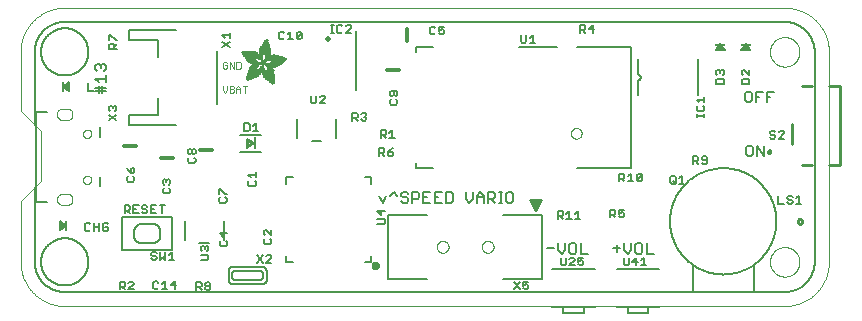
<source format=gto>
G75*
%MOIN*%
%OFA0B0*%
%FSLAX25Y25*%
%IPPOS*%
%LPD*%
%AMOC8*
5,1,8,0,0,1.08239X$1,22.5*
%
%ADD10C,0.00600*%
%ADD11C,0.00000*%
%ADD12C,0.00500*%
%ADD13C,0.00300*%
%ADD14C,0.01200*%
%ADD15R,0.00750X0.03500*%
%ADD16C,0.00800*%
%ADD17R,0.00787X0.03937*%
%ADD18R,0.00200X0.00025*%
%ADD19R,0.00325X0.00025*%
%ADD20R,0.00475X0.00025*%
%ADD21R,0.00550X0.00025*%
%ADD22R,0.00625X0.00025*%
%ADD23R,0.00700X0.00025*%
%ADD24R,0.00775X0.00025*%
%ADD25R,0.00850X0.00025*%
%ADD26R,0.00900X0.00025*%
%ADD27R,0.00950X0.00025*%
%ADD28R,0.01000X0.00025*%
%ADD29R,0.01050X0.00025*%
%ADD30R,0.01100X0.00025*%
%ADD31R,0.01125X0.00025*%
%ADD32R,0.01175X0.00025*%
%ADD33R,0.01225X0.00025*%
%ADD34R,0.01250X0.00025*%
%ADD35R,0.01300X0.00025*%
%ADD36R,0.01325X0.00025*%
%ADD37R,0.01375X0.00025*%
%ADD38R,0.01425X0.00025*%
%ADD39R,0.01450X0.00025*%
%ADD40R,0.01500X0.00025*%
%ADD41R,0.01525X0.00025*%
%ADD42R,0.01550X0.00025*%
%ADD43R,0.01600X0.00025*%
%ADD44R,0.01625X0.00025*%
%ADD45R,0.01650X0.00025*%
%ADD46R,0.01700X0.00025*%
%ADD47R,0.01725X0.00025*%
%ADD48R,0.01775X0.00025*%
%ADD49R,0.01800X0.00025*%
%ADD50R,0.01825X0.00025*%
%ADD51R,0.01875X0.00025*%
%ADD52R,0.01900X0.00025*%
%ADD53R,0.01925X0.00025*%
%ADD54R,0.01975X0.00025*%
%ADD55R,0.02000X0.00025*%
%ADD56R,0.02025X0.00025*%
%ADD57R,0.02075X0.00025*%
%ADD58R,0.02100X0.00025*%
%ADD59R,0.02150X0.00025*%
%ADD60R,0.02175X0.00025*%
%ADD61R,0.02200X0.00025*%
%ADD62R,0.02250X0.00025*%
%ADD63R,0.02275X0.00025*%
%ADD64R,0.02300X0.00025*%
%ADD65R,0.02350X0.00025*%
%ADD66R,0.02375X0.00025*%
%ADD67R,0.02400X0.00025*%
%ADD68R,0.02450X0.00025*%
%ADD69R,0.02475X0.00025*%
%ADD70R,0.02525X0.00025*%
%ADD71R,0.02550X0.00025*%
%ADD72R,0.00250X0.00025*%
%ADD73R,0.02575X0.00025*%
%ADD74R,0.00400X0.00025*%
%ADD75R,0.02625X0.00025*%
%ADD76R,0.00550X0.00025*%
%ADD77R,0.02650X0.00025*%
%ADD78R,0.00650X0.00025*%
%ADD79R,0.02675X0.00025*%
%ADD80R,0.00775X0.00025*%
%ADD81R,0.02725X0.00025*%
%ADD82R,0.00875X0.00025*%
%ADD83R,0.02750X0.00025*%
%ADD84R,0.00975X0.00025*%
%ADD85R,0.02775X0.00025*%
%ADD86R,0.01100X0.00025*%
%ADD87R,0.02825X0.00025*%
%ADD88R,0.01175X0.00025*%
%ADD89R,0.02850X0.00025*%
%ADD90R,0.02900X0.00025*%
%ADD91R,0.01350X0.00025*%
%ADD92R,0.02925X0.00025*%
%ADD93R,0.01475X0.00025*%
%ADD94R,0.02950X0.00025*%
%ADD95R,0.03000X0.00025*%
%ADD96R,0.01625X0.00025*%
%ADD97R,0.03025X0.00025*%
%ADD98R,0.01725X0.00025*%
%ADD99R,0.03050X0.00025*%
%ADD100R,0.01825X0.00025*%
%ADD101R,0.03100X0.00025*%
%ADD102R,0.03125X0.00025*%
%ADD103R,0.01950X0.00025*%
%ADD104R,0.03150X0.00025*%
%ADD105R,0.02050X0.00025*%
%ADD106R,0.03200X0.00025*%
%ADD107R,0.02100X0.00025*%
%ADD108R,0.03225X0.00025*%
%ADD109R,0.02200X0.00025*%
%ADD110R,0.03250X0.00025*%
%ADD111R,0.02275X0.00025*%
%ADD112R,0.03275X0.00025*%
%ADD113R,0.02350X0.00025*%
%ADD114R,0.03325X0.00025*%
%ADD115R,0.02425X0.00025*%
%ADD116R,0.03350X0.00025*%
%ADD117R,0.02500X0.00025*%
%ADD118R,0.03375X0.00025*%
%ADD119R,0.02575X0.00025*%
%ADD120R,0.03400X0.00025*%
%ADD121R,0.02625X0.00025*%
%ADD122R,0.03425X0.00025*%
%ADD123R,0.02700X0.00025*%
%ADD124R,0.03450X0.00025*%
%ADD125R,0.03475X0.00025*%
%ADD126R,0.02850X0.00025*%
%ADD127R,0.03500X0.00025*%
%ADD128R,0.03525X0.00025*%
%ADD129R,0.02975X0.00025*%
%ADD130R,0.03550X0.00025*%
%ADD131R,0.03575X0.00025*%
%ADD132R,0.03125X0.00025*%
%ADD133R,0.03600X0.00025*%
%ADD134R,0.03175X0.00025*%
%ADD135R,0.03625X0.00025*%
%ADD136R,0.03250X0.00025*%
%ADD137R,0.03650X0.00025*%
%ADD138R,0.03675X0.00025*%
%ADD139R,0.03375X0.00025*%
%ADD140R,0.03700X0.00025*%
%ADD141R,0.03425X0.00025*%
%ADD142R,0.03700X0.00025*%
%ADD143R,0.03725X0.00025*%
%ADD144R,0.03750X0.00025*%
%ADD145R,0.03575X0.00025*%
%ADD146R,0.03775X0.00025*%
%ADD147R,0.03800X0.00025*%
%ADD148R,0.03800X0.00025*%
%ADD149R,0.03825X0.00025*%
%ADD150R,0.03750X0.00025*%
%ADD151R,0.03850X0.00025*%
%ADD152R,0.03775X0.00025*%
%ADD153R,0.03875X0.00025*%
%ADD154R,0.03825X0.00025*%
%ADD155R,0.03875X0.00025*%
%ADD156R,0.03900X0.00025*%
%ADD157R,0.03875X0.00025*%
%ADD158R,0.03925X0.00025*%
%ADD159R,0.03925X0.00025*%
%ADD160R,0.03925X0.00025*%
%ADD161R,0.03950X0.00025*%
%ADD162R,0.04000X0.00025*%
%ADD163R,0.03975X0.00025*%
%ADD164R,0.04000X0.00025*%
%ADD165R,0.03975X0.00025*%
%ADD166R,0.04025X0.00025*%
%ADD167R,0.04050X0.00025*%
%ADD168R,0.04075X0.00025*%
%ADD169R,0.04125X0.00025*%
%ADD170R,0.04150X0.00025*%
%ADD171R,0.04050X0.00025*%
%ADD172R,0.04150X0.00025*%
%ADD173R,0.04075X0.00025*%
%ADD174R,0.04175X0.00025*%
%ADD175R,0.04075X0.00025*%
%ADD176R,0.04175X0.00025*%
%ADD177R,0.04100X0.00025*%
%ADD178R,0.04200X0.00025*%
%ADD179R,0.04100X0.00025*%
%ADD180R,0.04250X0.00025*%
%ADD181R,0.04125X0.00025*%
%ADD182R,0.04275X0.00025*%
%ADD183R,0.04125X0.00025*%
%ADD184R,0.04275X0.00025*%
%ADD185R,0.04300X0.00025*%
%ADD186R,0.04275X0.00025*%
%ADD187R,0.04325X0.00025*%
%ADD188R,0.04325X0.00025*%
%ADD189R,0.04175X0.00025*%
%ADD190R,0.04350X0.00025*%
%ADD191R,0.04350X0.00025*%
%ADD192R,0.04200X0.00025*%
%ADD193R,0.04375X0.00025*%
%ADD194R,0.04400X0.00025*%
%ADD195R,0.04400X0.00025*%
%ADD196R,0.04225X0.00025*%
%ADD197R,0.04225X0.00025*%
%ADD198R,0.04425X0.00025*%
%ADD199R,0.04250X0.00025*%
%ADD200R,0.04425X0.00025*%
%ADD201R,0.04450X0.00025*%
%ADD202R,0.04450X0.00025*%
%ADD203R,0.04475X0.00025*%
%ADD204R,0.04475X0.00025*%
%ADD205R,0.04275X0.00025*%
%ADD206R,0.04475X0.00025*%
%ADD207R,0.04475X0.00025*%
%ADD208R,0.04500X0.00025*%
%ADD209R,0.04500X0.00025*%
%ADD210R,0.04525X0.00025*%
%ADD211R,0.04525X0.00025*%
%ADD212R,0.04525X0.00025*%
%ADD213R,0.04525X0.00025*%
%ADD214R,0.04550X0.00025*%
%ADD215R,0.04550X0.00025*%
%ADD216R,0.04175X0.00025*%
%ADD217R,0.08650X0.00025*%
%ADD218R,0.08650X0.00025*%
%ADD219R,0.08600X0.00025*%
%ADD220R,0.08600X0.00025*%
%ADD221R,0.08550X0.00025*%
%ADD222R,0.08550X0.00025*%
%ADD223R,0.06025X0.00025*%
%ADD224R,0.05925X0.00025*%
%ADD225R,0.05875X0.00025*%
%ADD226R,0.05850X0.00025*%
%ADD227R,0.02225X0.00025*%
%ADD228R,0.05800X0.00025*%
%ADD229R,0.02225X0.00025*%
%ADD230R,0.05750X0.00025*%
%ADD231R,0.05725X0.00025*%
%ADD232R,0.02175X0.00025*%
%ADD233R,0.05675X0.00025*%
%ADD234R,0.02150X0.00025*%
%ADD235R,0.05650X0.00025*%
%ADD236R,0.02125X0.00025*%
%ADD237R,0.05625X0.00025*%
%ADD238R,0.05600X0.00025*%
%ADD239R,0.05550X0.00025*%
%ADD240R,0.02075X0.00025*%
%ADD241R,0.05525X0.00025*%
%ADD242R,0.02075X0.00025*%
%ADD243R,0.05475X0.00025*%
%ADD244R,0.05450X0.00025*%
%ADD245R,0.02050X0.00025*%
%ADD246R,0.05450X0.00025*%
%ADD247R,0.02025X0.00025*%
%ADD248R,0.05400X0.00025*%
%ADD249R,0.05375X0.00025*%
%ADD250R,0.02000X0.00025*%
%ADD251R,0.05325X0.00025*%
%ADD252R,0.01975X0.00025*%
%ADD253R,0.02800X0.00025*%
%ADD254R,0.02375X0.00025*%
%ADD255R,0.01975X0.00025*%
%ADD256R,0.02725X0.00025*%
%ADD257R,0.02250X0.00025*%
%ADD258R,0.02675X0.00025*%
%ADD259R,0.01950X0.00025*%
%ADD260R,0.02650X0.00025*%
%ADD261R,0.02625X0.00025*%
%ADD262R,0.01925X0.00025*%
%ADD263R,0.02600X0.00025*%
%ADD264R,0.01900X0.00025*%
%ADD265R,0.01875X0.00025*%
%ADD266R,0.02575X0.00025*%
%ADD267R,0.01850X0.00025*%
%ADD268R,0.01875X0.00025*%
%ADD269R,0.02550X0.00025*%
%ADD270R,0.01800X0.00025*%
%ADD271R,0.01850X0.00025*%
%ADD272R,0.02525X0.00025*%
%ADD273R,0.01750X0.00025*%
%ADD274R,0.01825X0.00025*%
%ADD275R,0.02500X0.00025*%
%ADD276R,0.01825X0.00025*%
%ADD277R,0.01550X0.00025*%
%ADD278R,0.01775X0.00025*%
%ADD279R,0.02475X0.00025*%
%ADD280R,0.01525X0.00025*%
%ADD281R,0.01775X0.00025*%
%ADD282R,0.02475X0.00025*%
%ADD283R,0.01475X0.00025*%
%ADD284R,0.01450X0.00025*%
%ADD285R,0.01725X0.00025*%
%ADD286R,0.02450X0.00025*%
%ADD287R,0.01400X0.00025*%
%ADD288R,0.01700X0.00025*%
%ADD289R,0.01375X0.00025*%
%ADD290R,0.01675X0.00025*%
%ADD291R,0.02425X0.00025*%
%ADD292R,0.01300X0.00025*%
%ADD293R,0.01650X0.00025*%
%ADD294R,0.02425X0.00025*%
%ADD295R,0.01225X0.00025*%
%ADD296R,0.01600X0.00025*%
%ADD297R,0.02425X0.00025*%
%ADD298R,0.01200X0.00025*%
%ADD299R,0.00625X0.00025*%
%ADD300R,0.02400X0.00025*%
%ADD301R,0.01150X0.00025*%
%ADD302R,0.00925X0.00025*%
%ADD303R,0.01525X0.00025*%
%ADD304R,0.01150X0.00025*%
%ADD305R,0.01325X0.00025*%
%ADD306R,0.01025X0.00025*%
%ADD307R,0.02375X0.00025*%
%ADD308R,0.01025X0.00025*%
%ADD309R,0.01425X0.00025*%
%ADD310R,0.01775X0.00025*%
%ADD311R,0.01400X0.00025*%
%ADD312R,0.01350X0.00025*%
%ADD313R,0.02025X0.00025*%
%ADD314R,0.00925X0.00025*%
%ADD315R,0.02125X0.00025*%
%ADD316R,0.02375X0.00025*%
%ADD317R,0.00925X0.00025*%
%ADD318R,0.03625X0.00025*%
%ADD319R,0.03775X0.00025*%
%ADD320R,0.00850X0.00025*%
%ADD321R,0.00825X0.00025*%
%ADD322R,0.00800X0.00025*%
%ADD323R,0.03950X0.00025*%
%ADD324R,0.00800X0.00025*%
%ADD325R,0.00775X0.00025*%
%ADD326R,0.00750X0.00025*%
%ADD327R,0.00750X0.00025*%
%ADD328R,0.00725X0.00025*%
%ADD329R,0.02325X0.00025*%
%ADD330R,0.00725X0.00025*%
%ADD331R,0.02325X0.00025*%
%ADD332R,0.00700X0.00025*%
%ADD333R,0.02300X0.00025*%
%ADD334R,0.04600X0.00025*%
%ADD335R,0.00675X0.00025*%
%ADD336R,0.04675X0.00025*%
%ADD337R,0.04725X0.00025*%
%ADD338R,0.02275X0.00025*%
%ADD339R,0.04775X0.00025*%
%ADD340R,0.04850X0.00025*%
%ADD341R,0.04925X0.00025*%
%ADD342R,0.02225X0.00025*%
%ADD343R,0.00725X0.00025*%
%ADD344R,0.04975X0.00025*%
%ADD345R,0.02225X0.00025*%
%ADD346R,0.05075X0.00025*%
%ADD347R,0.05175X0.00025*%
%ADD348R,0.02175X0.00025*%
%ADD349R,0.06175X0.00025*%
%ADD350R,0.02175X0.00025*%
%ADD351R,0.06225X0.00025*%
%ADD352R,0.06275X0.00025*%
%ADD353R,0.06325X0.00025*%
%ADD354R,0.06375X0.00025*%
%ADD355R,0.02025X0.00025*%
%ADD356R,0.06450X0.00025*%
%ADD357R,0.06525X0.00025*%
%ADD358R,0.08700X0.00025*%
%ADD359R,0.09550X0.00025*%
%ADD360R,0.09725X0.00025*%
%ADD361R,0.09850X0.00025*%
%ADD362R,0.09975X0.00025*%
%ADD363R,0.10075X0.00025*%
%ADD364R,0.10175X0.00025*%
%ADD365R,0.10275X0.00025*%
%ADD366R,0.10350X0.00025*%
%ADD367R,0.10475X0.00025*%
%ADD368R,0.10525X0.00025*%
%ADD369R,0.05600X0.00025*%
%ADD370R,0.04725X0.00025*%
%ADD371R,0.05375X0.00025*%
%ADD372R,0.05375X0.00025*%
%ADD373R,0.05325X0.00025*%
%ADD374R,0.04325X0.00025*%
%ADD375R,0.05350X0.00025*%
%ADD376R,0.05325X0.00025*%
%ADD377R,0.05350X0.00025*%
%ADD378R,0.05400X0.00025*%
%ADD379R,0.05425X0.00025*%
%ADD380R,0.05500X0.00025*%
%ADD381R,0.05525X0.00025*%
%ADD382R,0.03600X0.00025*%
%ADD383R,0.03450X0.00025*%
%ADD384R,0.01475X0.00025*%
%ADD385R,0.04225X0.00025*%
%ADD386R,0.01475X0.00025*%
%ADD387R,0.03325X0.00025*%
%ADD388R,0.03325X0.00025*%
%ADD389R,0.03275X0.00025*%
%ADD390R,0.04300X0.00025*%
%ADD391R,0.01575X0.00025*%
%ADD392R,0.03225X0.00025*%
%ADD393R,0.04375X0.00025*%
%ADD394R,0.03200X0.00025*%
%ADD395R,0.03150X0.00025*%
%ADD396R,0.01875X0.00025*%
%ADD397R,0.04650X0.00025*%
%ADD398R,0.01975X0.00025*%
%ADD399R,0.04700X0.00025*%
%ADD400R,0.03075X0.00025*%
%ADD401R,0.04875X0.00025*%
%ADD402R,0.03075X0.00025*%
%ADD403R,0.04950X0.00025*%
%ADD404R,0.05100X0.00025*%
%ADD405R,0.05250X0.00025*%
%ADD406R,0.03050X0.00025*%
%ADD407R,0.07350X0.00025*%
%ADD408R,0.00825X0.00025*%
%ADD409R,0.07350X0.00025*%
%ADD410R,0.03025X0.00025*%
%ADD411R,0.00825X0.00025*%
%ADD412R,0.07325X0.00025*%
%ADD413R,0.03000X0.00025*%
%ADD414R,0.03025X0.00025*%
%ADD415R,0.07325X0.00025*%
%ADD416R,0.07325X0.00025*%
%ADD417R,0.00875X0.00025*%
%ADD418R,0.07300X0.00025*%
%ADD419R,0.00925X0.00025*%
%ADD420R,0.07300X0.00025*%
%ADD421R,0.03025X0.00025*%
%ADD422R,0.01025X0.00025*%
%ADD423R,0.07275X0.00025*%
%ADD424R,0.01050X0.00025*%
%ADD425R,0.07275X0.00025*%
%ADD426R,0.01075X0.00025*%
%ADD427R,0.07250X0.00025*%
%ADD428R,0.01125X0.00025*%
%ADD429R,0.07250X0.00025*%
%ADD430R,0.01175X0.00025*%
%ADD431R,0.07225X0.00025*%
%ADD432R,0.03075X0.00025*%
%ADD433R,0.01200X0.00025*%
%ADD434R,0.07225X0.00025*%
%ADD435R,0.01250X0.00025*%
%ADD436R,0.07200X0.00025*%
%ADD437R,0.03100X0.00025*%
%ADD438R,0.01275X0.00025*%
%ADD439R,0.07200X0.00025*%
%ADD440R,0.03125X0.00025*%
%ADD441R,0.07175X0.00025*%
%ADD442R,0.03175X0.00025*%
%ADD443R,0.07175X0.00025*%
%ADD444R,0.07150X0.00025*%
%ADD445R,0.03225X0.00025*%
%ADD446R,0.01525X0.00025*%
%ADD447R,0.07150X0.00025*%
%ADD448R,0.07125X0.00025*%
%ADD449R,0.07100X0.00025*%
%ADD450R,0.07075X0.00025*%
%ADD451R,0.03550X0.00025*%
%ADD452R,0.07075X0.00025*%
%ADD453R,0.05675X0.00025*%
%ADD454R,0.07050X0.00025*%
%ADD455R,0.05700X0.00025*%
%ADD456R,0.07025X0.00025*%
%ADD457R,0.05700X0.00025*%
%ADD458R,0.07025X0.00025*%
%ADD459R,0.05725X0.00025*%
%ADD460R,0.06975X0.00025*%
%ADD461R,0.05750X0.00025*%
%ADD462R,0.06925X0.00025*%
%ADD463R,0.05775X0.00025*%
%ADD464R,0.06900X0.00025*%
%ADD465R,0.05775X0.00025*%
%ADD466R,0.06850X0.00025*%
%ADD467R,0.05800X0.00025*%
%ADD468R,0.06800X0.00025*%
%ADD469R,0.05825X0.00025*%
%ADD470R,0.06750X0.00025*%
%ADD471R,0.06675X0.00025*%
%ADD472R,0.05850X0.00025*%
%ADD473R,0.06625X0.00025*%
%ADD474R,0.05875X0.00025*%
%ADD475R,0.06550X0.00025*%
%ADD476R,0.05900X0.00025*%
%ADD477R,0.06475X0.00025*%
%ADD478R,0.05900X0.00025*%
%ADD479R,0.06375X0.00025*%
%ADD480R,0.05950X0.00025*%
%ADD481R,0.06300X0.00025*%
%ADD482R,0.05975X0.00025*%
%ADD483R,0.06200X0.00025*%
%ADD484R,0.06000X0.00025*%
%ADD485R,0.06125X0.00025*%
%ADD486R,0.06000X0.00025*%
%ADD487R,0.06050X0.00025*%
%ADD488R,0.06025X0.00025*%
%ADD489R,0.05975X0.00025*%
%ADD490R,0.05875X0.00025*%
%ADD491R,0.06100X0.00025*%
%ADD492R,0.05825X0.00025*%
%ADD493R,0.06100X0.00025*%
%ADD494R,0.06125X0.00025*%
%ADD495R,0.06150X0.00025*%
%ADD496R,0.01275X0.00025*%
%ADD497R,0.06175X0.00025*%
%ADD498R,0.01325X0.00025*%
%ADD499R,0.06250X0.00025*%
%ADD500R,0.03825X0.00025*%
%ADD501R,0.01375X0.00025*%
%ADD502R,0.06300X0.00025*%
%ADD503R,0.03625X0.00025*%
%ADD504R,0.03475X0.00025*%
%ADD505R,0.06350X0.00025*%
%ADD506R,0.01425X0.00025*%
%ADD507R,0.06400X0.00025*%
%ADD508R,0.06400X0.00025*%
%ADD509R,0.06475X0.00025*%
%ADD510R,0.02900X0.00025*%
%ADD511R,0.02825X0.00025*%
%ADD512R,0.06525X0.00025*%
%ADD513R,0.02675X0.00025*%
%ADD514R,0.06550X0.00025*%
%ADD515R,0.01575X0.00025*%
%ADD516R,0.06600X0.00025*%
%ADD517R,0.06600X0.00025*%
%ADD518R,0.01675X0.00025*%
%ADD519R,0.05325X0.00025*%
%ADD520R,0.01750X0.00025*%
%ADD521R,0.01425X0.00025*%
%ADD522R,0.00350X0.00025*%
%ADD523R,0.03975X0.00025*%
%ADD524R,0.03975X0.00025*%
%ADD525R,0.04025X0.00025*%
%ADD526R,0.05300X0.00025*%
%ADD527R,0.05300X0.00025*%
%ADD528R,0.05275X0.00025*%
%ADD529R,0.04075X0.00025*%
%ADD530R,0.05275X0.00025*%
%ADD531R,0.05250X0.00025*%
%ADD532R,0.05225X0.00025*%
%ADD533R,0.05200X0.00025*%
%ADD534R,0.05175X0.00025*%
%ADD535R,0.05175X0.00025*%
%ADD536R,0.05125X0.00025*%
%ADD537R,0.05100X0.00025*%
%ADD538R,0.05075X0.00025*%
%ADD539R,0.05025X0.00025*%
%ADD540R,0.04925X0.00025*%
%ADD541R,0.04900X0.00025*%
%ADD542R,0.04850X0.00025*%
%ADD543R,0.04775X0.00025*%
%ADD544R,0.04725X0.00025*%
%ADD545R,0.04675X0.00025*%
%ADD546R,0.04600X0.00025*%
%ADD547R,0.04125X0.00025*%
%ADD548R,0.03850X0.00025*%
%ADD549R,0.03725X0.00025*%
%ADD550R,0.03675X0.00025*%
%ADD551R,0.03525X0.00025*%
%ADD552R,0.03475X0.00025*%
%ADD553R,0.03400X0.00025*%
%ADD554R,0.03375X0.00025*%
%ADD555R,0.03350X0.00025*%
%ADD556R,0.03300X0.00025*%
%ADD557R,0.03175X0.00025*%
%ADD558R,0.02825X0.00025*%
%ADD559R,0.02800X0.00025*%
%ADD560R,0.02525X0.00025*%
%ADD561R,0.02525X0.00025*%
%ADD562R,0.02475X0.00025*%
%ADD563R,0.02325X0.00025*%
%ADD564R,0.02125X0.00025*%
%ADD565R,0.01125X0.00025*%
%ADD566R,0.00875X0.00025*%
%ADD567R,0.00675X0.00025*%
%ADD568R,0.00600X0.00025*%
%ADD569R,0.00525X0.00025*%
%ADD570C,0.01600*%
%ADD571R,0.03500X0.00750*%
%ADD572C,0.00787*%
%ADD573C,0.01969*%
%ADD574C,0.01000*%
D10*
X0059095Y0061933D02*
X0299095Y0061933D01*
X0299337Y0061936D01*
X0299578Y0061945D01*
X0299819Y0061959D01*
X0300060Y0061980D01*
X0300300Y0062006D01*
X0300540Y0062038D01*
X0300779Y0062076D01*
X0301016Y0062119D01*
X0301253Y0062169D01*
X0301488Y0062224D01*
X0301722Y0062284D01*
X0301954Y0062351D01*
X0302185Y0062422D01*
X0302414Y0062500D01*
X0302641Y0062583D01*
X0302866Y0062671D01*
X0303089Y0062765D01*
X0303309Y0062864D01*
X0303527Y0062969D01*
X0303742Y0063078D01*
X0303955Y0063193D01*
X0304165Y0063313D01*
X0304371Y0063438D01*
X0304575Y0063568D01*
X0304776Y0063703D01*
X0304973Y0063843D01*
X0305167Y0063987D01*
X0305357Y0064136D01*
X0305543Y0064290D01*
X0305726Y0064448D01*
X0305905Y0064610D01*
X0306080Y0064777D01*
X0306251Y0064948D01*
X0306418Y0065123D01*
X0306580Y0065302D01*
X0306738Y0065485D01*
X0306892Y0065671D01*
X0307041Y0065861D01*
X0307185Y0066055D01*
X0307325Y0066252D01*
X0307460Y0066453D01*
X0307590Y0066657D01*
X0307715Y0066863D01*
X0307835Y0067073D01*
X0307950Y0067286D01*
X0308059Y0067501D01*
X0308164Y0067719D01*
X0308263Y0067939D01*
X0308357Y0068162D01*
X0308445Y0068387D01*
X0308528Y0068614D01*
X0308606Y0068843D01*
X0308677Y0069074D01*
X0308744Y0069306D01*
X0308804Y0069540D01*
X0308859Y0069775D01*
X0308909Y0070012D01*
X0308952Y0070249D01*
X0308990Y0070488D01*
X0309022Y0070728D01*
X0309048Y0070968D01*
X0309069Y0071209D01*
X0309083Y0071450D01*
X0309092Y0071691D01*
X0309095Y0071933D01*
X0309095Y0141933D01*
X0309092Y0142175D01*
X0309083Y0142416D01*
X0309069Y0142657D01*
X0309048Y0142898D01*
X0309022Y0143138D01*
X0308990Y0143378D01*
X0308952Y0143617D01*
X0308909Y0143854D01*
X0308859Y0144091D01*
X0308804Y0144326D01*
X0308744Y0144560D01*
X0308677Y0144792D01*
X0308606Y0145023D01*
X0308528Y0145252D01*
X0308445Y0145479D01*
X0308357Y0145704D01*
X0308263Y0145927D01*
X0308164Y0146147D01*
X0308059Y0146365D01*
X0307950Y0146580D01*
X0307835Y0146793D01*
X0307715Y0147003D01*
X0307590Y0147209D01*
X0307460Y0147413D01*
X0307325Y0147614D01*
X0307185Y0147811D01*
X0307041Y0148005D01*
X0306892Y0148195D01*
X0306738Y0148381D01*
X0306580Y0148564D01*
X0306418Y0148743D01*
X0306251Y0148918D01*
X0306080Y0149089D01*
X0305905Y0149256D01*
X0305726Y0149418D01*
X0305543Y0149576D01*
X0305357Y0149730D01*
X0305167Y0149879D01*
X0304973Y0150023D01*
X0304776Y0150163D01*
X0304575Y0150298D01*
X0304371Y0150428D01*
X0304165Y0150553D01*
X0303955Y0150673D01*
X0303742Y0150788D01*
X0303527Y0150897D01*
X0303309Y0151002D01*
X0303089Y0151101D01*
X0302866Y0151195D01*
X0302641Y0151283D01*
X0302414Y0151366D01*
X0302185Y0151444D01*
X0301954Y0151515D01*
X0301722Y0151582D01*
X0301488Y0151642D01*
X0301253Y0151697D01*
X0301016Y0151747D01*
X0300779Y0151790D01*
X0300540Y0151828D01*
X0300300Y0151860D01*
X0300060Y0151886D01*
X0299819Y0151907D01*
X0299578Y0151921D01*
X0299337Y0151930D01*
X0299095Y0151933D01*
X0059095Y0151933D01*
X0073893Y0147521D02*
X0073893Y0145787D01*
X0074327Y0144575D02*
X0075194Y0144575D01*
X0075628Y0144141D01*
X0075628Y0142840D01*
X0076495Y0142840D02*
X0073893Y0142840D01*
X0073893Y0144141D01*
X0074327Y0144575D01*
X0075628Y0143707D02*
X0076495Y0144575D01*
X0076495Y0145787D02*
X0076061Y0145787D01*
X0074327Y0147521D01*
X0073893Y0147521D01*
X0059095Y0151933D02*
X0058853Y0151930D01*
X0058612Y0151921D01*
X0058371Y0151907D01*
X0058130Y0151886D01*
X0057890Y0151860D01*
X0057650Y0151828D01*
X0057411Y0151790D01*
X0057174Y0151747D01*
X0056937Y0151697D01*
X0056702Y0151642D01*
X0056468Y0151582D01*
X0056236Y0151515D01*
X0056005Y0151444D01*
X0055776Y0151366D01*
X0055549Y0151283D01*
X0055324Y0151195D01*
X0055101Y0151101D01*
X0054881Y0151002D01*
X0054663Y0150897D01*
X0054448Y0150788D01*
X0054235Y0150673D01*
X0054025Y0150553D01*
X0053819Y0150428D01*
X0053615Y0150298D01*
X0053414Y0150163D01*
X0053217Y0150023D01*
X0053023Y0149879D01*
X0052833Y0149730D01*
X0052647Y0149576D01*
X0052464Y0149418D01*
X0052285Y0149256D01*
X0052110Y0149089D01*
X0051939Y0148918D01*
X0051772Y0148743D01*
X0051610Y0148564D01*
X0051452Y0148381D01*
X0051298Y0148195D01*
X0051149Y0148005D01*
X0051005Y0147811D01*
X0050865Y0147614D01*
X0050730Y0147413D01*
X0050600Y0147209D01*
X0050475Y0147003D01*
X0050355Y0146793D01*
X0050240Y0146580D01*
X0050131Y0146365D01*
X0050026Y0146147D01*
X0049927Y0145927D01*
X0049833Y0145704D01*
X0049745Y0145479D01*
X0049662Y0145252D01*
X0049584Y0145023D01*
X0049513Y0144792D01*
X0049446Y0144560D01*
X0049386Y0144326D01*
X0049331Y0144091D01*
X0049281Y0143854D01*
X0049238Y0143617D01*
X0049200Y0143378D01*
X0049168Y0143138D01*
X0049142Y0142898D01*
X0049121Y0142657D01*
X0049107Y0142416D01*
X0049098Y0142175D01*
X0049095Y0141933D01*
X0049095Y0117433D01*
X0058509Y0130276D02*
X0060509Y0128776D01*
X0060509Y0131776D01*
X0058509Y0130276D01*
X0058592Y0130338D02*
X0060509Y0130338D01*
X0060509Y0129740D02*
X0059223Y0129740D01*
X0060021Y0129141D02*
X0060509Y0129141D01*
X0060509Y0130937D02*
X0059390Y0130937D01*
X0060188Y0131535D02*
X0060509Y0131535D01*
X0066982Y0131493D02*
X0066982Y0128891D01*
X0068717Y0128891D01*
X0073732Y0123544D02*
X0074166Y0123977D01*
X0074600Y0123977D01*
X0075033Y0123544D01*
X0075467Y0123977D01*
X0075901Y0123977D01*
X0076335Y0123544D01*
X0076335Y0122676D01*
X0075901Y0122243D01*
X0075033Y0123110D02*
X0075033Y0123544D01*
X0073732Y0123544D02*
X0073732Y0122676D01*
X0074166Y0122243D01*
X0073732Y0121031D02*
X0076335Y0119296D01*
X0076335Y0121031D02*
X0073732Y0119296D01*
X0100095Y0109215D02*
X0100095Y0108348D01*
X0100528Y0107914D01*
X0100962Y0107914D01*
X0101396Y0108348D01*
X0101396Y0109215D01*
X0101829Y0109649D01*
X0102263Y0109649D01*
X0102697Y0109215D01*
X0102697Y0108348D01*
X0102263Y0107914D01*
X0101829Y0107914D01*
X0101396Y0108348D01*
X0101396Y0109215D02*
X0100962Y0109649D01*
X0100528Y0109649D01*
X0100095Y0109215D01*
X0100528Y0106702D02*
X0100095Y0106268D01*
X0100095Y0105401D01*
X0100528Y0104967D01*
X0102263Y0104967D01*
X0102697Y0105401D01*
X0102697Y0106268D01*
X0102263Y0106702D01*
X0094295Y0098981D02*
X0094295Y0098113D01*
X0093861Y0097680D01*
X0093861Y0096468D02*
X0094295Y0096034D01*
X0094295Y0095167D01*
X0093861Y0094733D01*
X0092127Y0094733D01*
X0091693Y0095167D01*
X0091693Y0096034D01*
X0092127Y0096468D01*
X0092127Y0097680D02*
X0091693Y0098113D01*
X0091693Y0098981D01*
X0092127Y0099414D01*
X0092560Y0099414D01*
X0092994Y0098981D01*
X0093428Y0099414D01*
X0093861Y0099414D01*
X0094295Y0098981D01*
X0092994Y0098981D02*
X0092994Y0098547D01*
X0092550Y0090735D02*
X0090815Y0090735D01*
X0091682Y0090735D02*
X0091682Y0088133D01*
X0089603Y0088133D02*
X0087868Y0088133D01*
X0087868Y0090735D01*
X0089603Y0090735D01*
X0088736Y0089434D02*
X0087868Y0089434D01*
X0086657Y0089000D02*
X0086657Y0088567D01*
X0086223Y0088133D01*
X0085356Y0088133D01*
X0084922Y0088567D01*
X0085356Y0089434D02*
X0086223Y0089434D01*
X0086657Y0089000D01*
X0086657Y0090302D02*
X0086223Y0090735D01*
X0085356Y0090735D01*
X0084922Y0090302D01*
X0084922Y0089868D01*
X0085356Y0089434D01*
X0083710Y0088133D02*
X0081975Y0088133D01*
X0081975Y0090735D01*
X0083710Y0090735D01*
X0082843Y0089434D02*
X0081975Y0089434D01*
X0080764Y0089434D02*
X0080330Y0089000D01*
X0079029Y0089000D01*
X0079029Y0088133D02*
X0079029Y0090735D01*
X0080330Y0090735D01*
X0080764Y0090302D01*
X0080764Y0089434D01*
X0079896Y0089000D02*
X0080764Y0088133D01*
X0073523Y0084402D02*
X0073089Y0084835D01*
X0072222Y0084835D01*
X0071788Y0084402D01*
X0071788Y0082667D01*
X0072222Y0082233D01*
X0073089Y0082233D01*
X0073523Y0082667D01*
X0073523Y0083534D01*
X0072656Y0083534D01*
X0070576Y0083534D02*
X0068842Y0083534D01*
X0068842Y0082233D02*
X0068842Y0084835D01*
X0067630Y0084402D02*
X0067196Y0084835D01*
X0066329Y0084835D01*
X0065895Y0084402D01*
X0065895Y0082667D01*
X0066329Y0082233D01*
X0067196Y0082233D01*
X0067630Y0082667D01*
X0070576Y0082233D02*
X0070576Y0084835D01*
X0059595Y0083933D02*
X0057595Y0082433D01*
X0057595Y0085433D01*
X0059595Y0083933D01*
X0059223Y0083654D02*
X0057595Y0083654D01*
X0057595Y0083056D02*
X0058425Y0083056D01*
X0057627Y0082457D02*
X0057595Y0082457D01*
X0057595Y0084253D02*
X0059169Y0084253D01*
X0058371Y0084851D02*
X0057595Y0084851D01*
X0049095Y0071933D02*
X0049098Y0071691D01*
X0049107Y0071450D01*
X0049121Y0071209D01*
X0049142Y0070968D01*
X0049168Y0070728D01*
X0049200Y0070488D01*
X0049238Y0070249D01*
X0049281Y0070012D01*
X0049331Y0069775D01*
X0049386Y0069540D01*
X0049446Y0069306D01*
X0049513Y0069074D01*
X0049584Y0068843D01*
X0049662Y0068614D01*
X0049745Y0068387D01*
X0049833Y0068162D01*
X0049927Y0067939D01*
X0050026Y0067719D01*
X0050131Y0067501D01*
X0050240Y0067286D01*
X0050355Y0067073D01*
X0050475Y0066863D01*
X0050600Y0066657D01*
X0050730Y0066453D01*
X0050865Y0066252D01*
X0051005Y0066055D01*
X0051149Y0065861D01*
X0051298Y0065671D01*
X0051452Y0065485D01*
X0051610Y0065302D01*
X0051772Y0065123D01*
X0051939Y0064948D01*
X0052110Y0064777D01*
X0052285Y0064610D01*
X0052464Y0064448D01*
X0052647Y0064290D01*
X0052833Y0064136D01*
X0053023Y0063987D01*
X0053217Y0063843D01*
X0053414Y0063703D01*
X0053615Y0063568D01*
X0053819Y0063438D01*
X0054025Y0063313D01*
X0054235Y0063193D01*
X0054448Y0063078D01*
X0054663Y0062969D01*
X0054881Y0062864D01*
X0055101Y0062765D01*
X0055324Y0062671D01*
X0055549Y0062583D01*
X0055776Y0062500D01*
X0056005Y0062422D01*
X0056236Y0062351D01*
X0056468Y0062284D01*
X0056702Y0062224D01*
X0056937Y0062169D01*
X0057174Y0062119D01*
X0057411Y0062076D01*
X0057650Y0062038D01*
X0057890Y0062006D01*
X0058130Y0061980D01*
X0058371Y0061959D01*
X0058612Y0061945D01*
X0058853Y0061936D01*
X0059095Y0061933D01*
X0049095Y0071933D02*
X0049095Y0096933D01*
X0079732Y0099086D02*
X0080166Y0098652D01*
X0081901Y0098652D01*
X0082335Y0099086D01*
X0082335Y0099953D01*
X0081901Y0100387D01*
X0081901Y0101599D02*
X0082335Y0102033D01*
X0082335Y0102900D01*
X0081901Y0103334D01*
X0081467Y0103334D01*
X0081033Y0102900D01*
X0081033Y0101599D01*
X0081901Y0101599D01*
X0081033Y0101599D02*
X0080166Y0102466D01*
X0079732Y0103334D01*
X0080166Y0100387D02*
X0079732Y0099953D01*
X0079732Y0099086D01*
X0110433Y0096365D02*
X0110433Y0094630D01*
X0110867Y0093419D02*
X0110433Y0092985D01*
X0110433Y0092118D01*
X0110867Y0091684D01*
X0112602Y0091684D01*
X0113035Y0092118D01*
X0113035Y0092985D01*
X0112602Y0093419D01*
X0112602Y0094630D02*
X0113035Y0094630D01*
X0112602Y0094630D02*
X0110867Y0096365D01*
X0110433Y0096365D01*
X0120193Y0097667D02*
X0120627Y0097233D01*
X0122361Y0097233D01*
X0122795Y0097667D01*
X0122795Y0098534D01*
X0122361Y0098968D01*
X0122795Y0100180D02*
X0122795Y0101914D01*
X0122795Y0101047D02*
X0120193Y0101047D01*
X0121060Y0100180D01*
X0120627Y0098968D02*
X0120193Y0098534D01*
X0120193Y0097667D01*
X0125827Y0082521D02*
X0125393Y0082088D01*
X0125393Y0081220D01*
X0125827Y0080787D01*
X0125827Y0079575D02*
X0125393Y0079141D01*
X0125393Y0078274D01*
X0125827Y0077840D01*
X0127561Y0077840D01*
X0127995Y0078274D01*
X0127995Y0079141D01*
X0127561Y0079575D01*
X0127995Y0080787D02*
X0126260Y0082521D01*
X0125827Y0082521D01*
X0127995Y0082521D02*
X0127995Y0080787D01*
X0127588Y0074174D02*
X0126720Y0074174D01*
X0126287Y0073740D01*
X0125075Y0074174D02*
X0123340Y0071572D01*
X0125075Y0071572D02*
X0123340Y0074174D01*
X0126287Y0071572D02*
X0128021Y0073306D01*
X0128021Y0073740D01*
X0127588Y0074174D01*
X0128021Y0071572D02*
X0126287Y0071572D01*
X0113295Y0077667D02*
X0113295Y0078534D01*
X0112861Y0078968D01*
X0113295Y0077667D02*
X0112861Y0077233D01*
X0111127Y0077233D01*
X0110693Y0077667D01*
X0110693Y0078534D01*
X0111127Y0078968D01*
X0111994Y0080180D02*
X0111994Y0081914D01*
X0110693Y0081481D02*
X0111994Y0080180D01*
X0113295Y0081481D02*
X0110693Y0081481D01*
X0106561Y0077234D02*
X0106995Y0076800D01*
X0106995Y0075933D01*
X0106561Y0075499D01*
X0106561Y0074287D02*
X0104393Y0074287D01*
X0104827Y0075499D02*
X0104393Y0075933D01*
X0104393Y0076800D01*
X0104827Y0077234D01*
X0105260Y0077234D01*
X0105694Y0076800D01*
X0106128Y0077234D01*
X0106561Y0077234D01*
X0105694Y0076800D02*
X0105694Y0076367D01*
X0106561Y0074287D02*
X0106995Y0073854D01*
X0106995Y0072986D01*
X0106561Y0072553D01*
X0104393Y0072553D01*
X0095603Y0072633D02*
X0093868Y0072633D01*
X0094736Y0072633D02*
X0094736Y0075235D01*
X0093868Y0074368D01*
X0092657Y0075235D02*
X0092657Y0072633D01*
X0091789Y0073500D01*
X0090922Y0072633D01*
X0090922Y0075235D01*
X0089710Y0074802D02*
X0089276Y0075235D01*
X0088409Y0075235D01*
X0087975Y0074802D01*
X0087975Y0074368D01*
X0088409Y0073934D01*
X0089276Y0073934D01*
X0089710Y0073500D01*
X0089710Y0073067D01*
X0089276Y0072633D01*
X0088409Y0072633D01*
X0087975Y0073067D01*
X0089029Y0065440D02*
X0088595Y0065006D01*
X0088595Y0063271D01*
X0089029Y0062838D01*
X0089896Y0062838D01*
X0090330Y0063271D01*
X0091542Y0062838D02*
X0093276Y0062838D01*
X0092409Y0062838D02*
X0092409Y0065440D01*
X0091542Y0064573D01*
X0090330Y0065006D02*
X0089896Y0065440D01*
X0089029Y0065440D01*
X0094488Y0064139D02*
X0096223Y0064139D01*
X0095789Y0065440D02*
X0094488Y0064139D01*
X0095789Y0062838D02*
X0095789Y0065440D01*
X0103002Y0065135D02*
X0103002Y0062533D01*
X0103002Y0063400D02*
X0104303Y0063400D01*
X0104737Y0063834D01*
X0104737Y0064702D01*
X0104303Y0065135D01*
X0103002Y0065135D01*
X0103870Y0063400D02*
X0104737Y0062533D01*
X0105949Y0062967D02*
X0106382Y0062533D01*
X0107250Y0062533D01*
X0107683Y0062967D01*
X0107683Y0063400D01*
X0107250Y0063834D01*
X0106382Y0063834D01*
X0105949Y0064268D01*
X0105949Y0064702D01*
X0106382Y0065135D01*
X0107250Y0065135D01*
X0107683Y0064702D01*
X0107683Y0064268D01*
X0107250Y0063834D01*
X0106382Y0063834D02*
X0105949Y0063400D01*
X0105949Y0062967D01*
X0082076Y0062733D02*
X0080342Y0062733D01*
X0082076Y0064468D01*
X0082076Y0064902D01*
X0081643Y0065335D01*
X0080775Y0065335D01*
X0080342Y0064902D01*
X0079130Y0064902D02*
X0079130Y0064034D01*
X0078696Y0063600D01*
X0077395Y0063600D01*
X0077395Y0062733D02*
X0077395Y0065335D01*
X0078696Y0065335D01*
X0079130Y0064902D01*
X0078263Y0063600D02*
X0079130Y0062733D01*
X0163216Y0084592D02*
X0165384Y0084592D01*
X0165818Y0085026D01*
X0165818Y0085893D01*
X0165384Y0086327D01*
X0163216Y0086327D01*
X0164517Y0087539D02*
X0164517Y0089273D01*
X0165818Y0088840D02*
X0163216Y0088840D01*
X0164517Y0087539D01*
X0163895Y0107233D02*
X0163895Y0109835D01*
X0165196Y0109835D01*
X0165630Y0109402D01*
X0165630Y0108534D01*
X0165196Y0108100D01*
X0163895Y0108100D01*
X0164763Y0108100D02*
X0165630Y0107233D01*
X0166842Y0107667D02*
X0167275Y0107233D01*
X0168143Y0107233D01*
X0168576Y0107667D01*
X0168576Y0108100D01*
X0168143Y0108534D01*
X0166842Y0108534D01*
X0166842Y0107667D01*
X0166842Y0108534D02*
X0167709Y0109402D01*
X0168576Y0109835D01*
X0168209Y0113233D02*
X0168209Y0115835D01*
X0167342Y0114968D01*
X0166130Y0115402D02*
X0166130Y0114534D01*
X0165696Y0114100D01*
X0164395Y0114100D01*
X0164395Y0113233D02*
X0164395Y0115835D01*
X0165696Y0115835D01*
X0166130Y0115402D01*
X0165263Y0114100D02*
X0166130Y0113233D01*
X0167342Y0113233D02*
X0169076Y0113233D01*
X0159683Y0119467D02*
X0159250Y0119033D01*
X0158382Y0119033D01*
X0157949Y0119467D01*
X0158816Y0120334D02*
X0159250Y0120334D01*
X0159683Y0119900D01*
X0159683Y0119467D01*
X0159250Y0120334D02*
X0159683Y0120768D01*
X0159683Y0121202D01*
X0159250Y0121635D01*
X0158382Y0121635D01*
X0157949Y0121202D01*
X0156737Y0121202D02*
X0156737Y0120334D01*
X0156303Y0119900D01*
X0155002Y0119900D01*
X0155002Y0119033D02*
X0155002Y0121635D01*
X0156303Y0121635D01*
X0156737Y0121202D01*
X0155870Y0119900D02*
X0156737Y0119033D01*
X0167393Y0124774D02*
X0167827Y0124340D01*
X0169561Y0124340D01*
X0169995Y0124774D01*
X0169995Y0125641D01*
X0169561Y0126075D01*
X0169561Y0127287D02*
X0169995Y0127720D01*
X0169995Y0128588D01*
X0169561Y0129021D01*
X0167827Y0129021D01*
X0167393Y0128588D01*
X0167393Y0127720D01*
X0167827Y0127287D01*
X0168260Y0127287D01*
X0168694Y0127720D01*
X0168694Y0129021D01*
X0167827Y0126075D02*
X0167393Y0125641D01*
X0167393Y0124774D01*
X0145864Y0124733D02*
X0144129Y0124733D01*
X0145864Y0126468D01*
X0145864Y0126902D01*
X0145430Y0127335D01*
X0144563Y0127335D01*
X0144129Y0126902D01*
X0142917Y0127335D02*
X0142917Y0125167D01*
X0142484Y0124733D01*
X0141616Y0124733D01*
X0141183Y0125167D01*
X0141183Y0127335D01*
X0122816Y0118135D02*
X0122816Y0115533D01*
X0121949Y0115533D02*
X0123683Y0115533D01*
X0121949Y0117268D02*
X0122816Y0118135D01*
X0120737Y0117702D02*
X0120303Y0118135D01*
X0119002Y0118135D01*
X0119002Y0115533D01*
X0120303Y0115533D01*
X0120737Y0115967D01*
X0120737Y0117702D01*
X0114245Y0143590D02*
X0111643Y0145325D01*
X0112510Y0146537D02*
X0111643Y0147404D01*
X0114245Y0147404D01*
X0114245Y0146537D02*
X0114245Y0148271D01*
X0114245Y0145325D02*
X0111643Y0143590D01*
X0130493Y0146522D02*
X0130926Y0146088D01*
X0131794Y0146088D01*
X0132227Y0146522D01*
X0133439Y0146088D02*
X0135174Y0146088D01*
X0134307Y0146088D02*
X0134307Y0148690D01*
X0133439Y0147823D01*
X0132227Y0148257D02*
X0131794Y0148690D01*
X0130926Y0148690D01*
X0130493Y0148257D01*
X0130493Y0146522D01*
X0136386Y0146522D02*
X0136819Y0146088D01*
X0137687Y0146088D01*
X0138120Y0146522D01*
X0138120Y0148257D01*
X0136386Y0146522D01*
X0136386Y0148257D01*
X0136819Y0148690D01*
X0137687Y0148690D01*
X0138120Y0148257D01*
X0147895Y0148233D02*
X0148763Y0148233D01*
X0148329Y0148233D02*
X0148329Y0150835D01*
X0147895Y0150835D02*
X0148763Y0150835D01*
X0149859Y0150402D02*
X0149859Y0148667D01*
X0150293Y0148233D01*
X0151161Y0148233D01*
X0151594Y0148667D01*
X0152806Y0148233D02*
X0154541Y0149968D01*
X0154541Y0150402D01*
X0154107Y0150835D01*
X0153240Y0150835D01*
X0152806Y0150402D01*
X0151594Y0150402D02*
X0151161Y0150835D01*
X0150293Y0150835D01*
X0149859Y0150402D01*
X0152806Y0148233D02*
X0154541Y0148233D01*
X0180895Y0148167D02*
X0181329Y0147733D01*
X0182196Y0147733D01*
X0182630Y0148167D01*
X0183842Y0148167D02*
X0184275Y0147733D01*
X0185143Y0147733D01*
X0185576Y0148167D01*
X0185576Y0149034D01*
X0185143Y0149468D01*
X0184709Y0149468D01*
X0183842Y0149034D01*
X0183842Y0150335D01*
X0185576Y0150335D01*
X0182630Y0149902D02*
X0182196Y0150335D01*
X0181329Y0150335D01*
X0180895Y0149902D01*
X0180895Y0148167D01*
X0211238Y0147560D02*
X0211238Y0145391D01*
X0211671Y0144957D01*
X0212539Y0144957D01*
X0212972Y0145391D01*
X0212972Y0147560D01*
X0214184Y0146692D02*
X0215052Y0147560D01*
X0215052Y0144957D01*
X0215919Y0144957D02*
X0214184Y0144957D01*
X0230895Y0148233D02*
X0230895Y0150835D01*
X0232196Y0150835D01*
X0232630Y0150402D01*
X0232630Y0149534D01*
X0232196Y0149100D01*
X0230895Y0149100D01*
X0231763Y0149100D02*
X0232630Y0148233D01*
X0233842Y0149534D02*
X0235576Y0149534D01*
X0235143Y0148233D02*
X0235143Y0150835D01*
X0233842Y0149534D01*
X0250095Y0139433D02*
X0250095Y0134433D01*
X0250157Y0134431D01*
X0250218Y0134425D01*
X0250279Y0134416D01*
X0250339Y0134403D01*
X0250398Y0134386D01*
X0250456Y0134365D01*
X0250513Y0134341D01*
X0250568Y0134314D01*
X0250621Y0134283D01*
X0250673Y0134249D01*
X0250722Y0134212D01*
X0250769Y0134172D01*
X0250813Y0134129D01*
X0250854Y0134084D01*
X0250893Y0134036D01*
X0250929Y0133985D01*
X0250961Y0133933D01*
X0250990Y0133879D01*
X0251016Y0133823D01*
X0251038Y0133765D01*
X0251057Y0133707D01*
X0251072Y0133647D01*
X0251083Y0133586D01*
X0251091Y0133525D01*
X0251095Y0133464D01*
X0251095Y0133402D01*
X0251091Y0133341D01*
X0251083Y0133280D01*
X0251072Y0133219D01*
X0251057Y0133159D01*
X0251038Y0133101D01*
X0251016Y0133043D01*
X0250990Y0132987D01*
X0250961Y0132933D01*
X0250929Y0132881D01*
X0250893Y0132830D01*
X0250854Y0132782D01*
X0250813Y0132737D01*
X0250769Y0132694D01*
X0250722Y0132654D01*
X0250673Y0132617D01*
X0250621Y0132583D01*
X0250568Y0132552D01*
X0250513Y0132525D01*
X0250456Y0132501D01*
X0250398Y0132480D01*
X0250339Y0132463D01*
X0250279Y0132450D01*
X0250218Y0132441D01*
X0250157Y0132435D01*
X0250095Y0132433D01*
X0250095Y0127433D01*
X0269693Y0126011D02*
X0270560Y0125144D01*
X0269693Y0126011D02*
X0272295Y0126011D01*
X0272295Y0125144D02*
X0272295Y0126879D01*
X0270095Y0127433D02*
X0270095Y0139433D01*
X0276095Y0142433D02*
X0279095Y0142433D01*
X0277595Y0144433D01*
X0276095Y0142433D01*
X0276450Y0142907D02*
X0278740Y0142907D01*
X0278291Y0143505D02*
X0276899Y0143505D01*
X0277348Y0144104D02*
X0277842Y0144104D01*
X0284595Y0142433D02*
X0287595Y0142433D01*
X0286095Y0144433D01*
X0284595Y0142433D01*
X0284950Y0142907D02*
X0287240Y0142907D01*
X0286791Y0143505D02*
X0285399Y0143505D01*
X0285848Y0144104D02*
X0286342Y0144104D01*
X0285560Y0135914D02*
X0285127Y0135914D01*
X0284693Y0135481D01*
X0284693Y0134613D01*
X0285127Y0134180D01*
X0285127Y0132968D02*
X0284693Y0132534D01*
X0284693Y0131233D01*
X0287295Y0131233D01*
X0287295Y0132534D01*
X0286861Y0132968D01*
X0285127Y0132968D01*
X0287295Y0134180D02*
X0285560Y0135914D01*
X0287295Y0135914D02*
X0287295Y0134180D01*
X0278795Y0134613D02*
X0278361Y0134180D01*
X0278795Y0134613D02*
X0278795Y0135481D01*
X0278361Y0135914D01*
X0277928Y0135914D01*
X0277494Y0135481D01*
X0277494Y0135047D01*
X0277494Y0135481D02*
X0277060Y0135914D01*
X0276627Y0135914D01*
X0276193Y0135481D01*
X0276193Y0134613D01*
X0276627Y0134180D01*
X0276627Y0132968D02*
X0276193Y0132534D01*
X0276193Y0131233D01*
X0278795Y0131233D01*
X0278795Y0132534D01*
X0278361Y0132968D01*
X0276627Y0132968D01*
X0271861Y0123932D02*
X0272295Y0123499D01*
X0272295Y0122631D01*
X0271861Y0122197D01*
X0270127Y0122197D01*
X0269693Y0122631D01*
X0269693Y0123499D01*
X0270127Y0123932D01*
X0269693Y0121100D02*
X0269693Y0120233D01*
X0269693Y0120667D02*
X0272295Y0120667D01*
X0272295Y0121100D02*
X0272295Y0120233D01*
X0294143Y0115170D02*
X0294143Y0114737D01*
X0294577Y0114303D01*
X0295444Y0114303D01*
X0295878Y0113869D01*
X0295878Y0113436D01*
X0295444Y0113002D01*
X0294577Y0113002D01*
X0294143Y0113436D01*
X0294143Y0115170D02*
X0294577Y0115604D01*
X0295444Y0115604D01*
X0295878Y0115170D01*
X0297089Y0115170D02*
X0297523Y0115604D01*
X0298390Y0115604D01*
X0298824Y0115170D01*
X0298824Y0114737D01*
X0297089Y0113002D01*
X0298824Y0113002D01*
X0273183Y0106702D02*
X0273183Y0104967D01*
X0272750Y0104533D01*
X0271882Y0104533D01*
X0271449Y0104967D01*
X0271882Y0105834D02*
X0271449Y0106268D01*
X0271449Y0106702D01*
X0271882Y0107135D01*
X0272750Y0107135D01*
X0273183Y0106702D01*
X0273183Y0105834D02*
X0271882Y0105834D01*
X0270237Y0105834D02*
X0269803Y0105400D01*
X0268502Y0105400D01*
X0268502Y0104533D02*
X0268502Y0107135D01*
X0269803Y0107135D01*
X0270237Y0106702D01*
X0270237Y0105834D01*
X0269370Y0105400D02*
X0270237Y0104533D01*
X0264816Y0100635D02*
X0264816Y0098033D01*
X0263949Y0098033D02*
X0265683Y0098033D01*
X0263949Y0099768D02*
X0264816Y0100635D01*
X0262737Y0100202D02*
X0262737Y0098467D01*
X0262303Y0098033D01*
X0261436Y0098033D01*
X0261002Y0098467D01*
X0261002Y0100202D01*
X0261436Y0100635D01*
X0262303Y0100635D01*
X0262737Y0100202D01*
X0261870Y0098900D02*
X0262737Y0098033D01*
X0251523Y0099167D02*
X0251089Y0098733D01*
X0250222Y0098733D01*
X0249788Y0099167D01*
X0251523Y0100902D01*
X0251523Y0099167D01*
X0251523Y0100902D02*
X0251089Y0101335D01*
X0250222Y0101335D01*
X0249788Y0100902D01*
X0249788Y0099167D01*
X0248576Y0098733D02*
X0246842Y0098733D01*
X0247709Y0098733D02*
X0247709Y0101335D01*
X0246842Y0100468D01*
X0245630Y0100902D02*
X0245630Y0100034D01*
X0245196Y0099600D01*
X0243895Y0099600D01*
X0243895Y0098733D02*
X0243895Y0101335D01*
X0245196Y0101335D01*
X0245630Y0100902D01*
X0244763Y0099600D02*
X0245630Y0098733D01*
X0245576Y0089335D02*
X0243842Y0089335D01*
X0243842Y0088034D01*
X0244709Y0088468D01*
X0245143Y0088468D01*
X0245576Y0088034D01*
X0245576Y0087167D01*
X0245143Y0086733D01*
X0244275Y0086733D01*
X0243842Y0087167D01*
X0242630Y0086733D02*
X0241763Y0087600D01*
X0242196Y0087600D02*
X0240895Y0087600D01*
X0240895Y0086733D02*
X0240895Y0089335D01*
X0242196Y0089335D01*
X0242630Y0088902D01*
X0242630Y0088034D01*
X0242196Y0087600D01*
X0231023Y0086233D02*
X0229288Y0086233D01*
X0230156Y0086233D02*
X0230156Y0088835D01*
X0229288Y0087968D01*
X0228076Y0086233D02*
X0226342Y0086233D01*
X0227209Y0086233D02*
X0227209Y0088835D01*
X0226342Y0087968D01*
X0225130Y0088402D02*
X0225130Y0087534D01*
X0224696Y0087100D01*
X0223395Y0087100D01*
X0223395Y0086233D02*
X0223395Y0088835D01*
X0224696Y0088835D01*
X0225130Y0088402D01*
X0224263Y0087100D02*
X0225130Y0086233D01*
X0224395Y0073335D02*
X0224395Y0071167D01*
X0224829Y0070733D01*
X0225696Y0070733D01*
X0226130Y0071167D01*
X0226130Y0073335D01*
X0227342Y0072902D02*
X0227775Y0073335D01*
X0228643Y0073335D01*
X0229076Y0072902D01*
X0229076Y0072468D01*
X0227342Y0070733D01*
X0229076Y0070733D01*
X0230288Y0071167D02*
X0230722Y0070733D01*
X0231589Y0070733D01*
X0232023Y0071167D01*
X0232023Y0072034D01*
X0231589Y0072468D01*
X0231156Y0072468D01*
X0230288Y0072034D01*
X0230288Y0073335D01*
X0232023Y0073335D01*
X0245395Y0073335D02*
X0245395Y0071167D01*
X0245829Y0070733D01*
X0246696Y0070733D01*
X0247130Y0071167D01*
X0247130Y0073335D01*
X0248342Y0072034D02*
X0250076Y0072034D01*
X0251288Y0072468D02*
X0252156Y0073335D01*
X0252156Y0070733D01*
X0253023Y0070733D02*
X0251288Y0070733D01*
X0249643Y0070733D02*
X0249643Y0073335D01*
X0248342Y0072034D01*
X0260878Y0085433D02*
X0260883Y0085868D01*
X0260899Y0086302D01*
X0260926Y0086736D01*
X0260963Y0087170D01*
X0261011Y0087602D01*
X0261070Y0088033D01*
X0261139Y0088462D01*
X0261218Y0088889D01*
X0261308Y0089315D01*
X0261409Y0089738D01*
X0261520Y0090158D01*
X0261641Y0090576D01*
X0261772Y0090990D01*
X0261914Y0091402D01*
X0262065Y0091809D01*
X0262227Y0092213D01*
X0262398Y0092613D01*
X0262579Y0093008D01*
X0262770Y0093399D01*
X0262970Y0093785D01*
X0263180Y0094166D01*
X0263399Y0094541D01*
X0263627Y0094912D01*
X0263864Y0095276D01*
X0264110Y0095635D01*
X0264365Y0095987D01*
X0264628Y0096333D01*
X0264900Y0096673D01*
X0265180Y0097005D01*
X0265468Y0097331D01*
X0265764Y0097650D01*
X0266067Y0097961D01*
X0266378Y0098264D01*
X0266697Y0098560D01*
X0267023Y0098848D01*
X0267355Y0099128D01*
X0267695Y0099400D01*
X0268041Y0099663D01*
X0268393Y0099918D01*
X0268752Y0100164D01*
X0269116Y0100401D01*
X0269487Y0100629D01*
X0269862Y0100848D01*
X0270243Y0101058D01*
X0270629Y0101258D01*
X0271020Y0101449D01*
X0271415Y0101630D01*
X0271815Y0101801D01*
X0272219Y0101963D01*
X0272626Y0102114D01*
X0273038Y0102256D01*
X0273452Y0102387D01*
X0273870Y0102508D01*
X0274290Y0102619D01*
X0274713Y0102720D01*
X0275139Y0102810D01*
X0275566Y0102889D01*
X0275995Y0102958D01*
X0276426Y0103017D01*
X0276858Y0103065D01*
X0277292Y0103102D01*
X0277726Y0103129D01*
X0278160Y0103145D01*
X0278595Y0103150D01*
X0279030Y0103145D01*
X0279464Y0103129D01*
X0279898Y0103102D01*
X0280332Y0103065D01*
X0280764Y0103017D01*
X0281195Y0102958D01*
X0281624Y0102889D01*
X0282051Y0102810D01*
X0282477Y0102720D01*
X0282900Y0102619D01*
X0283320Y0102508D01*
X0283738Y0102387D01*
X0284152Y0102256D01*
X0284564Y0102114D01*
X0284971Y0101963D01*
X0285375Y0101801D01*
X0285775Y0101630D01*
X0286170Y0101449D01*
X0286561Y0101258D01*
X0286947Y0101058D01*
X0287328Y0100848D01*
X0287703Y0100629D01*
X0288074Y0100401D01*
X0288438Y0100164D01*
X0288797Y0099918D01*
X0289149Y0099663D01*
X0289495Y0099400D01*
X0289835Y0099128D01*
X0290167Y0098848D01*
X0290493Y0098560D01*
X0290812Y0098264D01*
X0291123Y0097961D01*
X0291426Y0097650D01*
X0291722Y0097331D01*
X0292010Y0097005D01*
X0292290Y0096673D01*
X0292562Y0096333D01*
X0292825Y0095987D01*
X0293080Y0095635D01*
X0293326Y0095276D01*
X0293563Y0094912D01*
X0293791Y0094541D01*
X0294010Y0094166D01*
X0294220Y0093785D01*
X0294420Y0093399D01*
X0294611Y0093008D01*
X0294792Y0092613D01*
X0294963Y0092213D01*
X0295125Y0091809D01*
X0295276Y0091402D01*
X0295418Y0090990D01*
X0295549Y0090576D01*
X0295670Y0090158D01*
X0295781Y0089738D01*
X0295882Y0089315D01*
X0295972Y0088889D01*
X0296051Y0088462D01*
X0296120Y0088033D01*
X0296179Y0087602D01*
X0296227Y0087170D01*
X0296264Y0086736D01*
X0296291Y0086302D01*
X0296307Y0085868D01*
X0296312Y0085433D01*
X0296307Y0084998D01*
X0296291Y0084564D01*
X0296264Y0084130D01*
X0296227Y0083696D01*
X0296179Y0083264D01*
X0296120Y0082833D01*
X0296051Y0082404D01*
X0295972Y0081977D01*
X0295882Y0081551D01*
X0295781Y0081128D01*
X0295670Y0080708D01*
X0295549Y0080290D01*
X0295418Y0079876D01*
X0295276Y0079464D01*
X0295125Y0079057D01*
X0294963Y0078653D01*
X0294792Y0078253D01*
X0294611Y0077858D01*
X0294420Y0077467D01*
X0294220Y0077081D01*
X0294010Y0076700D01*
X0293791Y0076325D01*
X0293563Y0075954D01*
X0293326Y0075590D01*
X0293080Y0075231D01*
X0292825Y0074879D01*
X0292562Y0074533D01*
X0292290Y0074193D01*
X0292010Y0073861D01*
X0291722Y0073535D01*
X0291426Y0073216D01*
X0291123Y0072905D01*
X0290812Y0072602D01*
X0290493Y0072306D01*
X0290167Y0072018D01*
X0289835Y0071738D01*
X0289495Y0071466D01*
X0289149Y0071203D01*
X0288797Y0070948D01*
X0288438Y0070702D01*
X0288074Y0070465D01*
X0287703Y0070237D01*
X0287328Y0070018D01*
X0286947Y0069808D01*
X0286561Y0069608D01*
X0286170Y0069417D01*
X0285775Y0069236D01*
X0285375Y0069065D01*
X0284971Y0068903D01*
X0284564Y0068752D01*
X0284152Y0068610D01*
X0283738Y0068479D01*
X0283320Y0068358D01*
X0282900Y0068247D01*
X0282477Y0068146D01*
X0282051Y0068056D01*
X0281624Y0067977D01*
X0281195Y0067908D01*
X0280764Y0067849D01*
X0280332Y0067801D01*
X0279898Y0067764D01*
X0279464Y0067737D01*
X0279030Y0067721D01*
X0278595Y0067716D01*
X0278160Y0067721D01*
X0277726Y0067737D01*
X0277292Y0067764D01*
X0276858Y0067801D01*
X0276426Y0067849D01*
X0275995Y0067908D01*
X0275566Y0067977D01*
X0275139Y0068056D01*
X0274713Y0068146D01*
X0274290Y0068247D01*
X0273870Y0068358D01*
X0273452Y0068479D01*
X0273038Y0068610D01*
X0272626Y0068752D01*
X0272219Y0068903D01*
X0271815Y0069065D01*
X0271415Y0069236D01*
X0271020Y0069417D01*
X0270629Y0069608D01*
X0270243Y0069808D01*
X0269862Y0070018D01*
X0269487Y0070237D01*
X0269116Y0070465D01*
X0268752Y0070702D01*
X0268393Y0070948D01*
X0268041Y0071203D01*
X0267695Y0071466D01*
X0267355Y0071738D01*
X0267023Y0072018D01*
X0266697Y0072306D01*
X0266378Y0072602D01*
X0266067Y0072905D01*
X0265764Y0073216D01*
X0265468Y0073535D01*
X0265180Y0073861D01*
X0264900Y0074193D01*
X0264628Y0074533D01*
X0264365Y0074879D01*
X0264110Y0075231D01*
X0263864Y0075590D01*
X0263627Y0075954D01*
X0263399Y0076325D01*
X0263180Y0076700D01*
X0262970Y0077081D01*
X0262770Y0077467D01*
X0262579Y0077858D01*
X0262398Y0078253D01*
X0262227Y0078653D01*
X0262065Y0079057D01*
X0261914Y0079464D01*
X0261772Y0079876D01*
X0261641Y0080290D01*
X0261520Y0080708D01*
X0261409Y0081128D01*
X0261308Y0081551D01*
X0261218Y0081977D01*
X0261139Y0082404D01*
X0261070Y0082833D01*
X0261011Y0083264D01*
X0260963Y0083696D01*
X0260926Y0084130D01*
X0260899Y0084564D01*
X0260883Y0084998D01*
X0260878Y0085433D01*
X0297020Y0091329D02*
X0298755Y0091329D01*
X0299966Y0091762D02*
X0300400Y0091329D01*
X0301267Y0091329D01*
X0301701Y0091762D01*
X0301701Y0092196D01*
X0301267Y0092630D01*
X0300400Y0092630D01*
X0299966Y0093063D01*
X0299966Y0093497D01*
X0300400Y0093931D01*
X0301267Y0093931D01*
X0301701Y0093497D01*
X0302913Y0093063D02*
X0303780Y0093931D01*
X0303780Y0091329D01*
X0302913Y0091329D02*
X0304648Y0091329D01*
X0297020Y0091329D02*
X0297020Y0093931D01*
X0213668Y0065324D02*
X0211933Y0065324D01*
X0211933Y0064023D01*
X0212800Y0064457D01*
X0213234Y0064457D01*
X0213668Y0064023D01*
X0213668Y0063156D01*
X0213234Y0062722D01*
X0212367Y0062722D01*
X0211933Y0063156D01*
X0210721Y0062722D02*
X0208986Y0065324D01*
X0210721Y0065324D02*
X0208986Y0062722D01*
D11*
X0299095Y0057209D02*
X0059095Y0057209D01*
X0058739Y0057213D01*
X0058384Y0057226D01*
X0058028Y0057248D01*
X0057674Y0057278D01*
X0057320Y0057316D01*
X0056968Y0057364D01*
X0056616Y0057419D01*
X0056266Y0057483D01*
X0055918Y0057556D01*
X0055571Y0057637D01*
X0055227Y0057726D01*
X0054885Y0057824D01*
X0054545Y0057930D01*
X0054208Y0058044D01*
X0053874Y0058166D01*
X0053543Y0058296D01*
X0053215Y0058434D01*
X0052890Y0058580D01*
X0052569Y0058734D01*
X0052252Y0058896D01*
X0051939Y0059065D01*
X0051631Y0059241D01*
X0051326Y0059425D01*
X0051026Y0059617D01*
X0050731Y0059815D01*
X0050440Y0060021D01*
X0050155Y0060234D01*
X0049875Y0060453D01*
X0049600Y0060679D01*
X0049331Y0060912D01*
X0049068Y0061151D01*
X0048810Y0061397D01*
X0048559Y0061648D01*
X0048313Y0061906D01*
X0048074Y0062169D01*
X0047841Y0062438D01*
X0047615Y0062713D01*
X0047396Y0062993D01*
X0047183Y0063278D01*
X0046977Y0063569D01*
X0046779Y0063864D01*
X0046587Y0064164D01*
X0046403Y0064469D01*
X0046227Y0064777D01*
X0046058Y0065090D01*
X0045896Y0065407D01*
X0045742Y0065728D01*
X0045596Y0066053D01*
X0045458Y0066381D01*
X0045328Y0066712D01*
X0045206Y0067046D01*
X0045092Y0067383D01*
X0044986Y0067723D01*
X0044888Y0068065D01*
X0044799Y0068409D01*
X0044718Y0068756D01*
X0044645Y0069104D01*
X0044581Y0069454D01*
X0044526Y0069806D01*
X0044478Y0070158D01*
X0044440Y0070512D01*
X0044410Y0070866D01*
X0044388Y0071222D01*
X0044375Y0071577D01*
X0044371Y0071933D01*
X0044371Y0092209D01*
X0051095Y0098933D01*
X0051095Y0115433D01*
X0044371Y0122157D01*
X0044371Y0141933D01*
X0044375Y0142289D01*
X0044388Y0142644D01*
X0044410Y0143000D01*
X0044440Y0143354D01*
X0044478Y0143708D01*
X0044526Y0144060D01*
X0044581Y0144412D01*
X0044645Y0144762D01*
X0044718Y0145110D01*
X0044799Y0145457D01*
X0044888Y0145801D01*
X0044986Y0146143D01*
X0045092Y0146483D01*
X0045206Y0146820D01*
X0045328Y0147154D01*
X0045458Y0147485D01*
X0045596Y0147813D01*
X0045742Y0148138D01*
X0045896Y0148459D01*
X0046058Y0148776D01*
X0046227Y0149089D01*
X0046403Y0149397D01*
X0046587Y0149702D01*
X0046779Y0150002D01*
X0046977Y0150297D01*
X0047183Y0150588D01*
X0047396Y0150873D01*
X0047615Y0151153D01*
X0047841Y0151428D01*
X0048074Y0151697D01*
X0048313Y0151960D01*
X0048559Y0152218D01*
X0048810Y0152469D01*
X0049068Y0152715D01*
X0049331Y0152954D01*
X0049600Y0153187D01*
X0049875Y0153413D01*
X0050155Y0153632D01*
X0050440Y0153845D01*
X0050731Y0154051D01*
X0051026Y0154249D01*
X0051326Y0154441D01*
X0051631Y0154625D01*
X0051939Y0154801D01*
X0052252Y0154970D01*
X0052569Y0155132D01*
X0052890Y0155286D01*
X0053215Y0155432D01*
X0053543Y0155570D01*
X0053874Y0155700D01*
X0054208Y0155822D01*
X0054545Y0155936D01*
X0054885Y0156042D01*
X0055227Y0156140D01*
X0055571Y0156229D01*
X0055918Y0156310D01*
X0056266Y0156383D01*
X0056616Y0156447D01*
X0056968Y0156502D01*
X0057320Y0156550D01*
X0057674Y0156588D01*
X0058028Y0156618D01*
X0058384Y0156640D01*
X0058739Y0156653D01*
X0059095Y0156657D01*
X0299095Y0156657D01*
X0299451Y0156653D01*
X0299806Y0156640D01*
X0300162Y0156618D01*
X0300516Y0156588D01*
X0300870Y0156550D01*
X0301222Y0156502D01*
X0301574Y0156447D01*
X0301924Y0156383D01*
X0302272Y0156310D01*
X0302619Y0156229D01*
X0302963Y0156140D01*
X0303305Y0156042D01*
X0303645Y0155936D01*
X0303982Y0155822D01*
X0304316Y0155700D01*
X0304647Y0155570D01*
X0304975Y0155432D01*
X0305300Y0155286D01*
X0305621Y0155132D01*
X0305938Y0154970D01*
X0306251Y0154801D01*
X0306559Y0154625D01*
X0306864Y0154441D01*
X0307164Y0154249D01*
X0307459Y0154051D01*
X0307750Y0153845D01*
X0308035Y0153632D01*
X0308315Y0153413D01*
X0308590Y0153187D01*
X0308859Y0152954D01*
X0309122Y0152715D01*
X0309380Y0152469D01*
X0309631Y0152218D01*
X0309877Y0151960D01*
X0310116Y0151697D01*
X0310349Y0151428D01*
X0310575Y0151153D01*
X0310794Y0150873D01*
X0311007Y0150588D01*
X0311213Y0150297D01*
X0311411Y0150002D01*
X0311603Y0149702D01*
X0311787Y0149397D01*
X0311963Y0149089D01*
X0312132Y0148776D01*
X0312294Y0148459D01*
X0312448Y0148138D01*
X0312594Y0147813D01*
X0312732Y0147485D01*
X0312862Y0147154D01*
X0312984Y0146820D01*
X0313098Y0146483D01*
X0313204Y0146143D01*
X0313302Y0145801D01*
X0313391Y0145457D01*
X0313472Y0145110D01*
X0313545Y0144762D01*
X0313609Y0144412D01*
X0313664Y0144060D01*
X0313712Y0143708D01*
X0313750Y0143354D01*
X0313780Y0143000D01*
X0313802Y0142644D01*
X0313815Y0142289D01*
X0313819Y0141933D01*
X0313820Y0141933D02*
X0313820Y0071933D01*
X0313819Y0071933D02*
X0313815Y0071577D01*
X0313802Y0071222D01*
X0313780Y0070866D01*
X0313750Y0070512D01*
X0313712Y0070158D01*
X0313664Y0069806D01*
X0313609Y0069454D01*
X0313545Y0069104D01*
X0313472Y0068756D01*
X0313391Y0068409D01*
X0313302Y0068065D01*
X0313204Y0067723D01*
X0313098Y0067383D01*
X0312984Y0067046D01*
X0312862Y0066712D01*
X0312732Y0066381D01*
X0312594Y0066053D01*
X0312448Y0065728D01*
X0312294Y0065407D01*
X0312132Y0065090D01*
X0311963Y0064777D01*
X0311787Y0064469D01*
X0311603Y0064164D01*
X0311411Y0063864D01*
X0311213Y0063569D01*
X0311007Y0063278D01*
X0310794Y0062993D01*
X0310575Y0062713D01*
X0310349Y0062438D01*
X0310116Y0062169D01*
X0309877Y0061906D01*
X0309631Y0061648D01*
X0309380Y0061397D01*
X0309122Y0061151D01*
X0308859Y0060912D01*
X0308590Y0060679D01*
X0308315Y0060453D01*
X0308035Y0060234D01*
X0307750Y0060021D01*
X0307459Y0059815D01*
X0307164Y0059617D01*
X0306864Y0059425D01*
X0306559Y0059241D01*
X0306251Y0059065D01*
X0305938Y0058896D01*
X0305621Y0058734D01*
X0305300Y0058580D01*
X0304975Y0058434D01*
X0304647Y0058296D01*
X0304316Y0058166D01*
X0303982Y0058044D01*
X0303645Y0057930D01*
X0303305Y0057824D01*
X0302963Y0057726D01*
X0302619Y0057637D01*
X0302272Y0057556D01*
X0301924Y0057483D01*
X0301574Y0057419D01*
X0301222Y0057364D01*
X0300870Y0057316D01*
X0300516Y0057278D01*
X0300162Y0057248D01*
X0299806Y0057226D01*
X0299451Y0057213D01*
X0299095Y0057209D01*
X0294174Y0071933D02*
X0294176Y0072073D01*
X0294182Y0072213D01*
X0294192Y0072352D01*
X0294206Y0072491D01*
X0294224Y0072630D01*
X0294245Y0072768D01*
X0294271Y0072906D01*
X0294301Y0073043D01*
X0294334Y0073178D01*
X0294372Y0073313D01*
X0294413Y0073447D01*
X0294458Y0073580D01*
X0294506Y0073711D01*
X0294559Y0073840D01*
X0294615Y0073969D01*
X0294674Y0074095D01*
X0294738Y0074220D01*
X0294804Y0074343D01*
X0294875Y0074464D01*
X0294948Y0074583D01*
X0295025Y0074700D01*
X0295106Y0074814D01*
X0295189Y0074926D01*
X0295276Y0075036D01*
X0295366Y0075144D01*
X0295458Y0075248D01*
X0295554Y0075350D01*
X0295653Y0075450D01*
X0295754Y0075546D01*
X0295858Y0075640D01*
X0295965Y0075730D01*
X0296074Y0075817D01*
X0296186Y0075902D01*
X0296300Y0075983D01*
X0296416Y0076061D01*
X0296534Y0076135D01*
X0296655Y0076206D01*
X0296777Y0076274D01*
X0296902Y0076338D01*
X0297028Y0076399D01*
X0297155Y0076456D01*
X0297285Y0076509D01*
X0297416Y0076559D01*
X0297548Y0076604D01*
X0297681Y0076647D01*
X0297816Y0076685D01*
X0297951Y0076719D01*
X0298088Y0076750D01*
X0298225Y0076777D01*
X0298363Y0076799D01*
X0298502Y0076818D01*
X0298641Y0076833D01*
X0298780Y0076844D01*
X0298920Y0076851D01*
X0299060Y0076854D01*
X0299200Y0076853D01*
X0299340Y0076848D01*
X0299479Y0076839D01*
X0299619Y0076826D01*
X0299758Y0076809D01*
X0299896Y0076788D01*
X0300034Y0076764D01*
X0300171Y0076735D01*
X0300307Y0076703D01*
X0300442Y0076666D01*
X0300576Y0076626D01*
X0300709Y0076582D01*
X0300840Y0076534D01*
X0300970Y0076483D01*
X0301099Y0076428D01*
X0301226Y0076369D01*
X0301351Y0076306D01*
X0301474Y0076241D01*
X0301596Y0076171D01*
X0301715Y0076098D01*
X0301833Y0076022D01*
X0301948Y0075943D01*
X0302061Y0075860D01*
X0302171Y0075774D01*
X0302279Y0075685D01*
X0302384Y0075593D01*
X0302487Y0075498D01*
X0302587Y0075400D01*
X0302684Y0075300D01*
X0302778Y0075196D01*
X0302870Y0075090D01*
X0302958Y0074982D01*
X0303043Y0074871D01*
X0303125Y0074757D01*
X0303204Y0074641D01*
X0303279Y0074524D01*
X0303351Y0074404D01*
X0303419Y0074282D01*
X0303484Y0074158D01*
X0303546Y0074032D01*
X0303604Y0073905D01*
X0303658Y0073776D01*
X0303709Y0073645D01*
X0303755Y0073513D01*
X0303798Y0073380D01*
X0303838Y0073246D01*
X0303873Y0073111D01*
X0303905Y0072974D01*
X0303932Y0072837D01*
X0303956Y0072699D01*
X0303976Y0072561D01*
X0303992Y0072422D01*
X0304004Y0072282D01*
X0304012Y0072143D01*
X0304016Y0072003D01*
X0304016Y0071863D01*
X0304012Y0071723D01*
X0304004Y0071584D01*
X0303992Y0071444D01*
X0303976Y0071305D01*
X0303956Y0071167D01*
X0303932Y0071029D01*
X0303905Y0070892D01*
X0303873Y0070755D01*
X0303838Y0070620D01*
X0303798Y0070486D01*
X0303755Y0070353D01*
X0303709Y0070221D01*
X0303658Y0070090D01*
X0303604Y0069961D01*
X0303546Y0069834D01*
X0303484Y0069708D01*
X0303419Y0069584D01*
X0303351Y0069462D01*
X0303279Y0069342D01*
X0303204Y0069225D01*
X0303125Y0069109D01*
X0303043Y0068995D01*
X0302958Y0068884D01*
X0302870Y0068776D01*
X0302778Y0068670D01*
X0302684Y0068566D01*
X0302587Y0068466D01*
X0302487Y0068368D01*
X0302384Y0068273D01*
X0302279Y0068181D01*
X0302171Y0068092D01*
X0302061Y0068006D01*
X0301948Y0067923D01*
X0301833Y0067844D01*
X0301715Y0067768D01*
X0301596Y0067695D01*
X0301474Y0067625D01*
X0301351Y0067560D01*
X0301226Y0067497D01*
X0301099Y0067438D01*
X0300970Y0067383D01*
X0300840Y0067332D01*
X0300709Y0067284D01*
X0300576Y0067240D01*
X0300442Y0067200D01*
X0300307Y0067163D01*
X0300171Y0067131D01*
X0300034Y0067102D01*
X0299896Y0067078D01*
X0299758Y0067057D01*
X0299619Y0067040D01*
X0299479Y0067027D01*
X0299340Y0067018D01*
X0299200Y0067013D01*
X0299060Y0067012D01*
X0298920Y0067015D01*
X0298780Y0067022D01*
X0298641Y0067033D01*
X0298502Y0067048D01*
X0298363Y0067067D01*
X0298225Y0067089D01*
X0298088Y0067116D01*
X0297951Y0067147D01*
X0297816Y0067181D01*
X0297681Y0067219D01*
X0297548Y0067262D01*
X0297416Y0067307D01*
X0297285Y0067357D01*
X0297155Y0067410D01*
X0297028Y0067467D01*
X0296902Y0067528D01*
X0296777Y0067592D01*
X0296655Y0067660D01*
X0296534Y0067731D01*
X0296416Y0067805D01*
X0296300Y0067883D01*
X0296186Y0067964D01*
X0296074Y0068049D01*
X0295965Y0068136D01*
X0295858Y0068226D01*
X0295754Y0068320D01*
X0295653Y0068416D01*
X0295554Y0068516D01*
X0295458Y0068618D01*
X0295366Y0068722D01*
X0295276Y0068830D01*
X0295189Y0068940D01*
X0295106Y0069052D01*
X0295025Y0069166D01*
X0294948Y0069283D01*
X0294875Y0069402D01*
X0294804Y0069523D01*
X0294738Y0069646D01*
X0294674Y0069771D01*
X0294615Y0069897D01*
X0294559Y0070026D01*
X0294506Y0070155D01*
X0294458Y0070286D01*
X0294413Y0070419D01*
X0294372Y0070553D01*
X0294334Y0070688D01*
X0294301Y0070823D01*
X0294271Y0070960D01*
X0294245Y0071098D01*
X0294224Y0071236D01*
X0294206Y0071375D01*
X0294192Y0071514D01*
X0294182Y0071653D01*
X0294176Y0071793D01*
X0294174Y0071933D01*
X0227843Y0114772D02*
X0227845Y0114856D01*
X0227851Y0114939D01*
X0227861Y0115022D01*
X0227875Y0115105D01*
X0227892Y0115187D01*
X0227914Y0115268D01*
X0227939Y0115347D01*
X0227968Y0115426D01*
X0228001Y0115503D01*
X0228037Y0115578D01*
X0228077Y0115652D01*
X0228120Y0115724D01*
X0228167Y0115793D01*
X0228217Y0115860D01*
X0228270Y0115925D01*
X0228326Y0115987D01*
X0228384Y0116047D01*
X0228446Y0116104D01*
X0228510Y0116157D01*
X0228577Y0116208D01*
X0228646Y0116255D01*
X0228717Y0116300D01*
X0228790Y0116340D01*
X0228865Y0116377D01*
X0228942Y0116411D01*
X0229020Y0116441D01*
X0229099Y0116467D01*
X0229180Y0116490D01*
X0229262Y0116508D01*
X0229344Y0116523D01*
X0229427Y0116534D01*
X0229510Y0116541D01*
X0229594Y0116544D01*
X0229678Y0116543D01*
X0229761Y0116538D01*
X0229845Y0116529D01*
X0229927Y0116516D01*
X0230009Y0116500D01*
X0230090Y0116479D01*
X0230171Y0116455D01*
X0230249Y0116427D01*
X0230327Y0116395D01*
X0230403Y0116359D01*
X0230477Y0116320D01*
X0230549Y0116278D01*
X0230619Y0116232D01*
X0230687Y0116183D01*
X0230752Y0116131D01*
X0230815Y0116076D01*
X0230875Y0116018D01*
X0230933Y0115957D01*
X0230987Y0115893D01*
X0231039Y0115827D01*
X0231087Y0115759D01*
X0231132Y0115688D01*
X0231173Y0115615D01*
X0231212Y0115541D01*
X0231246Y0115465D01*
X0231277Y0115387D01*
X0231304Y0115308D01*
X0231328Y0115227D01*
X0231347Y0115146D01*
X0231363Y0115064D01*
X0231375Y0114981D01*
X0231383Y0114897D01*
X0231387Y0114814D01*
X0231387Y0114730D01*
X0231383Y0114647D01*
X0231375Y0114563D01*
X0231363Y0114480D01*
X0231347Y0114398D01*
X0231328Y0114317D01*
X0231304Y0114236D01*
X0231277Y0114157D01*
X0231246Y0114079D01*
X0231212Y0114003D01*
X0231173Y0113929D01*
X0231132Y0113856D01*
X0231087Y0113785D01*
X0231039Y0113717D01*
X0230987Y0113651D01*
X0230933Y0113587D01*
X0230875Y0113526D01*
X0230815Y0113468D01*
X0230752Y0113413D01*
X0230687Y0113361D01*
X0230619Y0113312D01*
X0230549Y0113266D01*
X0230477Y0113224D01*
X0230403Y0113185D01*
X0230327Y0113149D01*
X0230249Y0113117D01*
X0230171Y0113089D01*
X0230090Y0113065D01*
X0230009Y0113044D01*
X0229927Y0113028D01*
X0229845Y0113015D01*
X0229761Y0113006D01*
X0229678Y0113001D01*
X0229594Y0113000D01*
X0229510Y0113003D01*
X0229427Y0113010D01*
X0229344Y0113021D01*
X0229262Y0113036D01*
X0229180Y0113054D01*
X0229099Y0113077D01*
X0229020Y0113103D01*
X0228942Y0113133D01*
X0228865Y0113167D01*
X0228790Y0113204D01*
X0228717Y0113244D01*
X0228646Y0113289D01*
X0228577Y0113336D01*
X0228510Y0113387D01*
X0228446Y0113440D01*
X0228384Y0113497D01*
X0228326Y0113557D01*
X0228270Y0113619D01*
X0228217Y0113684D01*
X0228167Y0113751D01*
X0228120Y0113820D01*
X0228077Y0113892D01*
X0228037Y0113966D01*
X0228001Y0114041D01*
X0227968Y0114118D01*
X0227939Y0114197D01*
X0227914Y0114276D01*
X0227892Y0114357D01*
X0227875Y0114439D01*
X0227861Y0114522D01*
X0227851Y0114605D01*
X0227845Y0114688D01*
X0227843Y0114772D01*
X0294174Y0141933D02*
X0294176Y0142073D01*
X0294182Y0142213D01*
X0294192Y0142352D01*
X0294206Y0142491D01*
X0294224Y0142630D01*
X0294245Y0142768D01*
X0294271Y0142906D01*
X0294301Y0143043D01*
X0294334Y0143178D01*
X0294372Y0143313D01*
X0294413Y0143447D01*
X0294458Y0143580D01*
X0294506Y0143711D01*
X0294559Y0143840D01*
X0294615Y0143969D01*
X0294674Y0144095D01*
X0294738Y0144220D01*
X0294804Y0144343D01*
X0294875Y0144464D01*
X0294948Y0144583D01*
X0295025Y0144700D01*
X0295106Y0144814D01*
X0295189Y0144926D01*
X0295276Y0145036D01*
X0295366Y0145144D01*
X0295458Y0145248D01*
X0295554Y0145350D01*
X0295653Y0145450D01*
X0295754Y0145546D01*
X0295858Y0145640D01*
X0295965Y0145730D01*
X0296074Y0145817D01*
X0296186Y0145902D01*
X0296300Y0145983D01*
X0296416Y0146061D01*
X0296534Y0146135D01*
X0296655Y0146206D01*
X0296777Y0146274D01*
X0296902Y0146338D01*
X0297028Y0146399D01*
X0297155Y0146456D01*
X0297285Y0146509D01*
X0297416Y0146559D01*
X0297548Y0146604D01*
X0297681Y0146647D01*
X0297816Y0146685D01*
X0297951Y0146719D01*
X0298088Y0146750D01*
X0298225Y0146777D01*
X0298363Y0146799D01*
X0298502Y0146818D01*
X0298641Y0146833D01*
X0298780Y0146844D01*
X0298920Y0146851D01*
X0299060Y0146854D01*
X0299200Y0146853D01*
X0299340Y0146848D01*
X0299479Y0146839D01*
X0299619Y0146826D01*
X0299758Y0146809D01*
X0299896Y0146788D01*
X0300034Y0146764D01*
X0300171Y0146735D01*
X0300307Y0146703D01*
X0300442Y0146666D01*
X0300576Y0146626D01*
X0300709Y0146582D01*
X0300840Y0146534D01*
X0300970Y0146483D01*
X0301099Y0146428D01*
X0301226Y0146369D01*
X0301351Y0146306D01*
X0301474Y0146241D01*
X0301596Y0146171D01*
X0301715Y0146098D01*
X0301833Y0146022D01*
X0301948Y0145943D01*
X0302061Y0145860D01*
X0302171Y0145774D01*
X0302279Y0145685D01*
X0302384Y0145593D01*
X0302487Y0145498D01*
X0302587Y0145400D01*
X0302684Y0145300D01*
X0302778Y0145196D01*
X0302870Y0145090D01*
X0302958Y0144982D01*
X0303043Y0144871D01*
X0303125Y0144757D01*
X0303204Y0144641D01*
X0303279Y0144524D01*
X0303351Y0144404D01*
X0303419Y0144282D01*
X0303484Y0144158D01*
X0303546Y0144032D01*
X0303604Y0143905D01*
X0303658Y0143776D01*
X0303709Y0143645D01*
X0303755Y0143513D01*
X0303798Y0143380D01*
X0303838Y0143246D01*
X0303873Y0143111D01*
X0303905Y0142974D01*
X0303932Y0142837D01*
X0303956Y0142699D01*
X0303976Y0142561D01*
X0303992Y0142422D01*
X0304004Y0142282D01*
X0304012Y0142143D01*
X0304016Y0142003D01*
X0304016Y0141863D01*
X0304012Y0141723D01*
X0304004Y0141584D01*
X0303992Y0141444D01*
X0303976Y0141305D01*
X0303956Y0141167D01*
X0303932Y0141029D01*
X0303905Y0140892D01*
X0303873Y0140755D01*
X0303838Y0140620D01*
X0303798Y0140486D01*
X0303755Y0140353D01*
X0303709Y0140221D01*
X0303658Y0140090D01*
X0303604Y0139961D01*
X0303546Y0139834D01*
X0303484Y0139708D01*
X0303419Y0139584D01*
X0303351Y0139462D01*
X0303279Y0139342D01*
X0303204Y0139225D01*
X0303125Y0139109D01*
X0303043Y0138995D01*
X0302958Y0138884D01*
X0302870Y0138776D01*
X0302778Y0138670D01*
X0302684Y0138566D01*
X0302587Y0138466D01*
X0302487Y0138368D01*
X0302384Y0138273D01*
X0302279Y0138181D01*
X0302171Y0138092D01*
X0302061Y0138006D01*
X0301948Y0137923D01*
X0301833Y0137844D01*
X0301715Y0137768D01*
X0301596Y0137695D01*
X0301474Y0137625D01*
X0301351Y0137560D01*
X0301226Y0137497D01*
X0301099Y0137438D01*
X0300970Y0137383D01*
X0300840Y0137332D01*
X0300709Y0137284D01*
X0300576Y0137240D01*
X0300442Y0137200D01*
X0300307Y0137163D01*
X0300171Y0137131D01*
X0300034Y0137102D01*
X0299896Y0137078D01*
X0299758Y0137057D01*
X0299619Y0137040D01*
X0299479Y0137027D01*
X0299340Y0137018D01*
X0299200Y0137013D01*
X0299060Y0137012D01*
X0298920Y0137015D01*
X0298780Y0137022D01*
X0298641Y0137033D01*
X0298502Y0137048D01*
X0298363Y0137067D01*
X0298225Y0137089D01*
X0298088Y0137116D01*
X0297951Y0137147D01*
X0297816Y0137181D01*
X0297681Y0137219D01*
X0297548Y0137262D01*
X0297416Y0137307D01*
X0297285Y0137357D01*
X0297155Y0137410D01*
X0297028Y0137467D01*
X0296902Y0137528D01*
X0296777Y0137592D01*
X0296655Y0137660D01*
X0296534Y0137731D01*
X0296416Y0137805D01*
X0296300Y0137883D01*
X0296186Y0137964D01*
X0296074Y0138049D01*
X0295965Y0138136D01*
X0295858Y0138226D01*
X0295754Y0138320D01*
X0295653Y0138416D01*
X0295554Y0138516D01*
X0295458Y0138618D01*
X0295366Y0138722D01*
X0295276Y0138830D01*
X0295189Y0138940D01*
X0295106Y0139052D01*
X0295025Y0139166D01*
X0294948Y0139283D01*
X0294875Y0139402D01*
X0294804Y0139523D01*
X0294738Y0139646D01*
X0294674Y0139771D01*
X0294615Y0139897D01*
X0294559Y0140026D01*
X0294506Y0140155D01*
X0294458Y0140286D01*
X0294413Y0140419D01*
X0294372Y0140553D01*
X0294334Y0140688D01*
X0294301Y0140823D01*
X0294271Y0140960D01*
X0294245Y0141098D01*
X0294224Y0141236D01*
X0294206Y0141375D01*
X0294192Y0141514D01*
X0294182Y0141653D01*
X0294176Y0141793D01*
X0294174Y0141933D01*
X0198126Y0076933D02*
X0198128Y0077021D01*
X0198134Y0077109D01*
X0198144Y0077197D01*
X0198158Y0077285D01*
X0198175Y0077371D01*
X0198197Y0077457D01*
X0198222Y0077541D01*
X0198252Y0077625D01*
X0198284Y0077707D01*
X0198321Y0077787D01*
X0198361Y0077866D01*
X0198405Y0077943D01*
X0198452Y0078018D01*
X0198502Y0078090D01*
X0198556Y0078161D01*
X0198612Y0078228D01*
X0198672Y0078294D01*
X0198734Y0078356D01*
X0198800Y0078416D01*
X0198867Y0078472D01*
X0198938Y0078526D01*
X0199010Y0078576D01*
X0199085Y0078623D01*
X0199162Y0078667D01*
X0199241Y0078707D01*
X0199321Y0078744D01*
X0199403Y0078776D01*
X0199487Y0078806D01*
X0199571Y0078831D01*
X0199657Y0078853D01*
X0199743Y0078870D01*
X0199831Y0078884D01*
X0199919Y0078894D01*
X0200007Y0078900D01*
X0200095Y0078902D01*
X0200183Y0078900D01*
X0200271Y0078894D01*
X0200359Y0078884D01*
X0200447Y0078870D01*
X0200533Y0078853D01*
X0200619Y0078831D01*
X0200703Y0078806D01*
X0200787Y0078776D01*
X0200869Y0078744D01*
X0200949Y0078707D01*
X0201028Y0078667D01*
X0201105Y0078623D01*
X0201180Y0078576D01*
X0201252Y0078526D01*
X0201323Y0078472D01*
X0201390Y0078416D01*
X0201456Y0078356D01*
X0201518Y0078294D01*
X0201578Y0078228D01*
X0201634Y0078161D01*
X0201688Y0078090D01*
X0201738Y0078018D01*
X0201785Y0077943D01*
X0201829Y0077866D01*
X0201869Y0077787D01*
X0201906Y0077707D01*
X0201938Y0077625D01*
X0201968Y0077541D01*
X0201993Y0077457D01*
X0202015Y0077371D01*
X0202032Y0077285D01*
X0202046Y0077197D01*
X0202056Y0077109D01*
X0202062Y0077021D01*
X0202064Y0076933D01*
X0202062Y0076845D01*
X0202056Y0076757D01*
X0202046Y0076669D01*
X0202032Y0076581D01*
X0202015Y0076495D01*
X0201993Y0076409D01*
X0201968Y0076325D01*
X0201938Y0076241D01*
X0201906Y0076159D01*
X0201869Y0076079D01*
X0201829Y0076000D01*
X0201785Y0075923D01*
X0201738Y0075848D01*
X0201688Y0075776D01*
X0201634Y0075705D01*
X0201578Y0075638D01*
X0201518Y0075572D01*
X0201456Y0075510D01*
X0201390Y0075450D01*
X0201323Y0075394D01*
X0201252Y0075340D01*
X0201180Y0075290D01*
X0201105Y0075243D01*
X0201028Y0075199D01*
X0200949Y0075159D01*
X0200869Y0075122D01*
X0200787Y0075090D01*
X0200703Y0075060D01*
X0200619Y0075035D01*
X0200533Y0075013D01*
X0200447Y0074996D01*
X0200359Y0074982D01*
X0200271Y0074972D01*
X0200183Y0074966D01*
X0200095Y0074964D01*
X0200007Y0074966D01*
X0199919Y0074972D01*
X0199831Y0074982D01*
X0199743Y0074996D01*
X0199657Y0075013D01*
X0199571Y0075035D01*
X0199487Y0075060D01*
X0199403Y0075090D01*
X0199321Y0075122D01*
X0199241Y0075159D01*
X0199162Y0075199D01*
X0199085Y0075243D01*
X0199010Y0075290D01*
X0198938Y0075340D01*
X0198867Y0075394D01*
X0198800Y0075450D01*
X0198734Y0075510D01*
X0198672Y0075572D01*
X0198612Y0075638D01*
X0198556Y0075705D01*
X0198502Y0075776D01*
X0198452Y0075848D01*
X0198405Y0075923D01*
X0198361Y0076000D01*
X0198321Y0076079D01*
X0198284Y0076159D01*
X0198252Y0076241D01*
X0198222Y0076325D01*
X0198197Y0076409D01*
X0198175Y0076495D01*
X0198158Y0076581D01*
X0198144Y0076669D01*
X0198134Y0076757D01*
X0198128Y0076845D01*
X0198126Y0076933D01*
X0183126Y0076933D02*
X0183128Y0077021D01*
X0183134Y0077109D01*
X0183144Y0077197D01*
X0183158Y0077285D01*
X0183175Y0077371D01*
X0183197Y0077457D01*
X0183222Y0077541D01*
X0183252Y0077625D01*
X0183284Y0077707D01*
X0183321Y0077787D01*
X0183361Y0077866D01*
X0183405Y0077943D01*
X0183452Y0078018D01*
X0183502Y0078090D01*
X0183556Y0078161D01*
X0183612Y0078228D01*
X0183672Y0078294D01*
X0183734Y0078356D01*
X0183800Y0078416D01*
X0183867Y0078472D01*
X0183938Y0078526D01*
X0184010Y0078576D01*
X0184085Y0078623D01*
X0184162Y0078667D01*
X0184241Y0078707D01*
X0184321Y0078744D01*
X0184403Y0078776D01*
X0184487Y0078806D01*
X0184571Y0078831D01*
X0184657Y0078853D01*
X0184743Y0078870D01*
X0184831Y0078884D01*
X0184919Y0078894D01*
X0185007Y0078900D01*
X0185095Y0078902D01*
X0185183Y0078900D01*
X0185271Y0078894D01*
X0185359Y0078884D01*
X0185447Y0078870D01*
X0185533Y0078853D01*
X0185619Y0078831D01*
X0185703Y0078806D01*
X0185787Y0078776D01*
X0185869Y0078744D01*
X0185949Y0078707D01*
X0186028Y0078667D01*
X0186105Y0078623D01*
X0186180Y0078576D01*
X0186252Y0078526D01*
X0186323Y0078472D01*
X0186390Y0078416D01*
X0186456Y0078356D01*
X0186518Y0078294D01*
X0186578Y0078228D01*
X0186634Y0078161D01*
X0186688Y0078090D01*
X0186738Y0078018D01*
X0186785Y0077943D01*
X0186829Y0077866D01*
X0186869Y0077787D01*
X0186906Y0077707D01*
X0186938Y0077625D01*
X0186968Y0077541D01*
X0186993Y0077457D01*
X0187015Y0077371D01*
X0187032Y0077285D01*
X0187046Y0077197D01*
X0187056Y0077109D01*
X0187062Y0077021D01*
X0187064Y0076933D01*
X0187062Y0076845D01*
X0187056Y0076757D01*
X0187046Y0076669D01*
X0187032Y0076581D01*
X0187015Y0076495D01*
X0186993Y0076409D01*
X0186968Y0076325D01*
X0186938Y0076241D01*
X0186906Y0076159D01*
X0186869Y0076079D01*
X0186829Y0076000D01*
X0186785Y0075923D01*
X0186738Y0075848D01*
X0186688Y0075776D01*
X0186634Y0075705D01*
X0186578Y0075638D01*
X0186518Y0075572D01*
X0186456Y0075510D01*
X0186390Y0075450D01*
X0186323Y0075394D01*
X0186252Y0075340D01*
X0186180Y0075290D01*
X0186105Y0075243D01*
X0186028Y0075199D01*
X0185949Y0075159D01*
X0185869Y0075122D01*
X0185787Y0075090D01*
X0185703Y0075060D01*
X0185619Y0075035D01*
X0185533Y0075013D01*
X0185447Y0074996D01*
X0185359Y0074982D01*
X0185271Y0074972D01*
X0185183Y0074966D01*
X0185095Y0074964D01*
X0185007Y0074966D01*
X0184919Y0074972D01*
X0184831Y0074982D01*
X0184743Y0074996D01*
X0184657Y0075013D01*
X0184571Y0075035D01*
X0184487Y0075060D01*
X0184403Y0075090D01*
X0184321Y0075122D01*
X0184241Y0075159D01*
X0184162Y0075199D01*
X0184085Y0075243D01*
X0184010Y0075290D01*
X0183938Y0075340D01*
X0183867Y0075394D01*
X0183800Y0075450D01*
X0183734Y0075510D01*
X0183672Y0075572D01*
X0183612Y0075638D01*
X0183556Y0075705D01*
X0183502Y0075776D01*
X0183452Y0075848D01*
X0183405Y0075923D01*
X0183361Y0076000D01*
X0183321Y0076079D01*
X0183284Y0076159D01*
X0183252Y0076241D01*
X0183222Y0076325D01*
X0183197Y0076409D01*
X0183175Y0076495D01*
X0183158Y0076581D01*
X0183144Y0076669D01*
X0183134Y0076757D01*
X0183128Y0076845D01*
X0183126Y0076933D01*
X0065217Y0099256D02*
X0065219Y0099330D01*
X0065225Y0099404D01*
X0065235Y0099477D01*
X0065249Y0099550D01*
X0065266Y0099622D01*
X0065288Y0099692D01*
X0065313Y0099762D01*
X0065342Y0099830D01*
X0065375Y0099896D01*
X0065411Y0099961D01*
X0065451Y0100023D01*
X0065493Y0100084D01*
X0065539Y0100142D01*
X0065588Y0100197D01*
X0065640Y0100250D01*
X0065695Y0100300D01*
X0065752Y0100346D01*
X0065812Y0100390D01*
X0065874Y0100430D01*
X0065938Y0100467D01*
X0066004Y0100501D01*
X0066072Y0100531D01*
X0066141Y0100557D01*
X0066212Y0100580D01*
X0066283Y0100598D01*
X0066356Y0100613D01*
X0066429Y0100624D01*
X0066503Y0100631D01*
X0066577Y0100634D01*
X0066650Y0100633D01*
X0066724Y0100628D01*
X0066798Y0100619D01*
X0066871Y0100606D01*
X0066943Y0100589D01*
X0067014Y0100569D01*
X0067084Y0100544D01*
X0067152Y0100516D01*
X0067219Y0100485D01*
X0067284Y0100449D01*
X0067347Y0100411D01*
X0067408Y0100369D01*
X0067467Y0100323D01*
X0067523Y0100275D01*
X0067576Y0100224D01*
X0067626Y0100170D01*
X0067674Y0100113D01*
X0067718Y0100054D01*
X0067760Y0099992D01*
X0067798Y0099929D01*
X0067832Y0099863D01*
X0067863Y0099796D01*
X0067890Y0099727D01*
X0067913Y0099657D01*
X0067933Y0099586D01*
X0067949Y0099513D01*
X0067961Y0099440D01*
X0067969Y0099367D01*
X0067973Y0099293D01*
X0067973Y0099219D01*
X0067969Y0099145D01*
X0067961Y0099072D01*
X0067949Y0098999D01*
X0067933Y0098926D01*
X0067913Y0098855D01*
X0067890Y0098785D01*
X0067863Y0098716D01*
X0067832Y0098649D01*
X0067798Y0098583D01*
X0067760Y0098520D01*
X0067718Y0098458D01*
X0067674Y0098399D01*
X0067626Y0098342D01*
X0067576Y0098288D01*
X0067523Y0098237D01*
X0067467Y0098189D01*
X0067408Y0098143D01*
X0067347Y0098101D01*
X0067284Y0098063D01*
X0067219Y0098027D01*
X0067152Y0097996D01*
X0067084Y0097968D01*
X0067014Y0097943D01*
X0066943Y0097923D01*
X0066871Y0097906D01*
X0066798Y0097893D01*
X0066724Y0097884D01*
X0066650Y0097879D01*
X0066577Y0097878D01*
X0066503Y0097881D01*
X0066429Y0097888D01*
X0066356Y0097899D01*
X0066283Y0097914D01*
X0066212Y0097932D01*
X0066141Y0097955D01*
X0066072Y0097981D01*
X0066004Y0098011D01*
X0065938Y0098045D01*
X0065874Y0098082D01*
X0065812Y0098122D01*
X0065752Y0098166D01*
X0065695Y0098212D01*
X0065640Y0098262D01*
X0065588Y0098315D01*
X0065539Y0098370D01*
X0065493Y0098428D01*
X0065451Y0098489D01*
X0065411Y0098551D01*
X0065375Y0098616D01*
X0065342Y0098682D01*
X0065313Y0098750D01*
X0065288Y0098820D01*
X0065266Y0098890D01*
X0065249Y0098962D01*
X0065235Y0099035D01*
X0065225Y0099108D01*
X0065219Y0099182D01*
X0065217Y0099256D01*
X0060296Y0094531D02*
X0057934Y0094531D01*
X0057934Y0094532D02*
X0057857Y0094520D01*
X0057781Y0094505D01*
X0057705Y0094486D01*
X0057631Y0094463D01*
X0057557Y0094437D01*
X0057486Y0094407D01*
X0057415Y0094373D01*
X0057347Y0094337D01*
X0057280Y0094296D01*
X0057215Y0094253D01*
X0057153Y0094207D01*
X0057092Y0094157D01*
X0057035Y0094105D01*
X0056980Y0094049D01*
X0056928Y0093992D01*
X0056878Y0093931D01*
X0056832Y0093869D01*
X0056789Y0093804D01*
X0056749Y0093737D01*
X0056712Y0093668D01*
X0056679Y0093598D01*
X0056649Y0093526D01*
X0056623Y0093452D01*
X0056601Y0093378D01*
X0056582Y0093302D01*
X0056567Y0093226D01*
X0056556Y0093149D01*
X0056548Y0093071D01*
X0056544Y0092993D01*
X0056545Y0092915D01*
X0056548Y0092838D01*
X0056556Y0092760D01*
X0056548Y0092682D01*
X0056545Y0092605D01*
X0056544Y0092527D01*
X0056548Y0092449D01*
X0056556Y0092371D01*
X0056567Y0092294D01*
X0056582Y0092218D01*
X0056601Y0092142D01*
X0056623Y0092068D01*
X0056649Y0091994D01*
X0056679Y0091922D01*
X0056712Y0091852D01*
X0056749Y0091783D01*
X0056789Y0091716D01*
X0056832Y0091651D01*
X0056878Y0091589D01*
X0056928Y0091528D01*
X0056980Y0091471D01*
X0057035Y0091415D01*
X0057092Y0091363D01*
X0057153Y0091313D01*
X0057215Y0091267D01*
X0057280Y0091224D01*
X0057347Y0091183D01*
X0057415Y0091147D01*
X0057486Y0091113D01*
X0057557Y0091083D01*
X0057631Y0091057D01*
X0057705Y0091034D01*
X0057781Y0091015D01*
X0057857Y0091000D01*
X0057934Y0090988D01*
X0060296Y0090988D01*
X0060373Y0091000D01*
X0060449Y0091015D01*
X0060525Y0091034D01*
X0060599Y0091057D01*
X0060673Y0091083D01*
X0060744Y0091113D01*
X0060815Y0091147D01*
X0060883Y0091183D01*
X0060950Y0091224D01*
X0061015Y0091267D01*
X0061077Y0091313D01*
X0061138Y0091363D01*
X0061195Y0091415D01*
X0061250Y0091471D01*
X0061302Y0091528D01*
X0061352Y0091589D01*
X0061398Y0091651D01*
X0061441Y0091716D01*
X0061481Y0091783D01*
X0061518Y0091852D01*
X0061551Y0091922D01*
X0061581Y0091994D01*
X0061607Y0092068D01*
X0061629Y0092142D01*
X0061648Y0092218D01*
X0061663Y0092294D01*
X0061674Y0092371D01*
X0061682Y0092449D01*
X0061686Y0092527D01*
X0061685Y0092605D01*
X0061682Y0092682D01*
X0061674Y0092760D01*
X0061682Y0092838D01*
X0061685Y0092915D01*
X0061686Y0092993D01*
X0061682Y0093071D01*
X0061674Y0093149D01*
X0061663Y0093226D01*
X0061648Y0093302D01*
X0061629Y0093378D01*
X0061607Y0093452D01*
X0061581Y0093526D01*
X0061551Y0093598D01*
X0061518Y0093668D01*
X0061481Y0093737D01*
X0061441Y0093804D01*
X0061398Y0093869D01*
X0061352Y0093931D01*
X0061302Y0093992D01*
X0061250Y0094049D01*
X0061195Y0094105D01*
X0061138Y0094157D01*
X0061077Y0094207D01*
X0061015Y0094253D01*
X0060950Y0094296D01*
X0060883Y0094337D01*
X0060815Y0094373D01*
X0060744Y0094407D01*
X0060673Y0094437D01*
X0060599Y0094463D01*
X0060525Y0094486D01*
X0060449Y0094505D01*
X0060373Y0094520D01*
X0060296Y0094532D01*
X0065217Y0114610D02*
X0065219Y0114684D01*
X0065225Y0114758D01*
X0065235Y0114831D01*
X0065249Y0114904D01*
X0065266Y0114976D01*
X0065288Y0115046D01*
X0065313Y0115116D01*
X0065342Y0115184D01*
X0065375Y0115250D01*
X0065411Y0115315D01*
X0065451Y0115377D01*
X0065493Y0115438D01*
X0065539Y0115496D01*
X0065588Y0115551D01*
X0065640Y0115604D01*
X0065695Y0115654D01*
X0065752Y0115700D01*
X0065812Y0115744D01*
X0065874Y0115784D01*
X0065938Y0115821D01*
X0066004Y0115855D01*
X0066072Y0115885D01*
X0066141Y0115911D01*
X0066212Y0115934D01*
X0066283Y0115952D01*
X0066356Y0115967D01*
X0066429Y0115978D01*
X0066503Y0115985D01*
X0066577Y0115988D01*
X0066650Y0115987D01*
X0066724Y0115982D01*
X0066798Y0115973D01*
X0066871Y0115960D01*
X0066943Y0115943D01*
X0067014Y0115923D01*
X0067084Y0115898D01*
X0067152Y0115870D01*
X0067219Y0115839D01*
X0067284Y0115803D01*
X0067347Y0115765D01*
X0067408Y0115723D01*
X0067467Y0115677D01*
X0067523Y0115629D01*
X0067576Y0115578D01*
X0067626Y0115524D01*
X0067674Y0115467D01*
X0067718Y0115408D01*
X0067760Y0115346D01*
X0067798Y0115283D01*
X0067832Y0115217D01*
X0067863Y0115150D01*
X0067890Y0115081D01*
X0067913Y0115011D01*
X0067933Y0114940D01*
X0067949Y0114867D01*
X0067961Y0114794D01*
X0067969Y0114721D01*
X0067973Y0114647D01*
X0067973Y0114573D01*
X0067969Y0114499D01*
X0067961Y0114426D01*
X0067949Y0114353D01*
X0067933Y0114280D01*
X0067913Y0114209D01*
X0067890Y0114139D01*
X0067863Y0114070D01*
X0067832Y0114003D01*
X0067798Y0113937D01*
X0067760Y0113874D01*
X0067718Y0113812D01*
X0067674Y0113753D01*
X0067626Y0113696D01*
X0067576Y0113642D01*
X0067523Y0113591D01*
X0067467Y0113543D01*
X0067408Y0113497D01*
X0067347Y0113455D01*
X0067284Y0113417D01*
X0067219Y0113381D01*
X0067152Y0113350D01*
X0067084Y0113322D01*
X0067014Y0113297D01*
X0066943Y0113277D01*
X0066871Y0113260D01*
X0066798Y0113247D01*
X0066724Y0113238D01*
X0066650Y0113233D01*
X0066577Y0113232D01*
X0066503Y0113235D01*
X0066429Y0113242D01*
X0066356Y0113253D01*
X0066283Y0113268D01*
X0066212Y0113286D01*
X0066141Y0113309D01*
X0066072Y0113335D01*
X0066004Y0113365D01*
X0065938Y0113399D01*
X0065874Y0113436D01*
X0065812Y0113476D01*
X0065752Y0113520D01*
X0065695Y0113566D01*
X0065640Y0113616D01*
X0065588Y0113669D01*
X0065539Y0113724D01*
X0065493Y0113782D01*
X0065451Y0113843D01*
X0065411Y0113905D01*
X0065375Y0113970D01*
X0065342Y0114036D01*
X0065313Y0114104D01*
X0065288Y0114174D01*
X0065266Y0114244D01*
X0065249Y0114316D01*
X0065235Y0114389D01*
X0065225Y0114462D01*
X0065219Y0114536D01*
X0065217Y0114610D01*
X0060296Y0119335D02*
X0058131Y0119335D01*
X0058130Y0119334D02*
X0058056Y0119331D01*
X0057981Y0119332D01*
X0057906Y0119336D01*
X0057831Y0119345D01*
X0057757Y0119357D01*
X0057684Y0119373D01*
X0057611Y0119392D01*
X0057540Y0119415D01*
X0057470Y0119442D01*
X0057401Y0119472D01*
X0057334Y0119506D01*
X0057269Y0119543D01*
X0057206Y0119583D01*
X0057145Y0119626D01*
X0057086Y0119673D01*
X0057030Y0119722D01*
X0056976Y0119774D01*
X0056925Y0119829D01*
X0056876Y0119887D01*
X0056831Y0119946D01*
X0056789Y0120008D01*
X0056750Y0120072D01*
X0056714Y0120138D01*
X0056681Y0120206D01*
X0056652Y0120275D01*
X0056627Y0120346D01*
X0056605Y0120417D01*
X0056587Y0120490D01*
X0056573Y0120564D01*
X0056562Y0120638D01*
X0056555Y0120713D01*
X0056556Y0120713D02*
X0056556Y0121500D01*
X0056555Y0121500D02*
X0056562Y0121575D01*
X0056573Y0121649D01*
X0056587Y0121723D01*
X0056605Y0121796D01*
X0056627Y0121867D01*
X0056652Y0121938D01*
X0056681Y0122007D01*
X0056714Y0122075D01*
X0056750Y0122141D01*
X0056789Y0122205D01*
X0056831Y0122267D01*
X0056876Y0122326D01*
X0056925Y0122384D01*
X0056976Y0122439D01*
X0057030Y0122491D01*
X0057086Y0122540D01*
X0057145Y0122587D01*
X0057206Y0122630D01*
X0057269Y0122670D01*
X0057334Y0122707D01*
X0057401Y0122741D01*
X0057470Y0122771D01*
X0057540Y0122798D01*
X0057611Y0122821D01*
X0057684Y0122840D01*
X0057757Y0122856D01*
X0057831Y0122868D01*
X0057906Y0122877D01*
X0057981Y0122881D01*
X0058056Y0122882D01*
X0058130Y0122879D01*
X0058131Y0122878D02*
X0060296Y0122878D01*
X0060368Y0122876D01*
X0060440Y0122870D01*
X0060512Y0122861D01*
X0060583Y0122848D01*
X0060653Y0122831D01*
X0060722Y0122811D01*
X0060790Y0122786D01*
X0060856Y0122759D01*
X0060922Y0122728D01*
X0060985Y0122693D01*
X0061047Y0122656D01*
X0061106Y0122615D01*
X0061163Y0122571D01*
X0061218Y0122524D01*
X0061270Y0122474D01*
X0061320Y0122422D01*
X0061367Y0122367D01*
X0061411Y0122310D01*
X0061452Y0122251D01*
X0061489Y0122189D01*
X0061524Y0122126D01*
X0061555Y0122060D01*
X0061582Y0121994D01*
X0061607Y0121926D01*
X0061627Y0121857D01*
X0061644Y0121787D01*
X0061657Y0121716D01*
X0061666Y0121644D01*
X0061672Y0121572D01*
X0061674Y0121500D01*
X0061674Y0120713D01*
X0061672Y0120641D01*
X0061666Y0120569D01*
X0061657Y0120497D01*
X0061644Y0120426D01*
X0061627Y0120356D01*
X0061607Y0120287D01*
X0061582Y0120219D01*
X0061555Y0120153D01*
X0061524Y0120087D01*
X0061489Y0120024D01*
X0061452Y0119962D01*
X0061411Y0119903D01*
X0061367Y0119846D01*
X0061320Y0119791D01*
X0061270Y0119739D01*
X0061218Y0119689D01*
X0061163Y0119642D01*
X0061106Y0119598D01*
X0061047Y0119557D01*
X0060985Y0119520D01*
X0060922Y0119485D01*
X0060856Y0119454D01*
X0060790Y0119427D01*
X0060722Y0119402D01*
X0060653Y0119382D01*
X0060583Y0119365D01*
X0060512Y0119352D01*
X0060440Y0119343D01*
X0060368Y0119337D01*
X0060296Y0119335D01*
D12*
X0053209Y0121894D02*
X0049666Y0121894D01*
X0049666Y0091972D01*
X0053209Y0091972D01*
X0070926Y0097091D02*
X0070926Y0100240D01*
X0070926Y0113626D02*
X0070926Y0116776D01*
X0070510Y0128158D02*
X0070510Y0129910D01*
X0070510Y0130494D01*
X0071677Y0130494D02*
X0071677Y0128158D01*
X0072845Y0128742D02*
X0069342Y0128742D01*
X0069342Y0129910D02*
X0072845Y0129910D01*
X0072845Y0131841D02*
X0072845Y0134177D01*
X0072845Y0133009D02*
X0069342Y0133009D01*
X0070510Y0131841D01*
X0069926Y0135525D02*
X0069342Y0136108D01*
X0069342Y0137276D01*
X0069926Y0137860D01*
X0070510Y0137860D01*
X0071094Y0137276D01*
X0071677Y0137860D01*
X0072261Y0137860D01*
X0072845Y0137276D01*
X0072845Y0136108D01*
X0072261Y0135525D01*
X0071094Y0136692D02*
X0071094Y0137276D01*
X0132922Y0100106D02*
X0135087Y0100106D01*
X0132922Y0100106D02*
X0132922Y0097941D01*
X0159103Y0100106D02*
X0161268Y0100106D01*
X0161268Y0097941D01*
X0163954Y0094018D02*
X0165122Y0091683D01*
X0166289Y0094018D01*
X0167637Y0094018D02*
X0168805Y0095186D01*
X0169973Y0094018D01*
X0171320Y0094018D02*
X0171904Y0093435D01*
X0173072Y0093435D01*
X0173656Y0092851D01*
X0173656Y0092267D01*
X0173072Y0091683D01*
X0171904Y0091683D01*
X0171320Y0092267D01*
X0171320Y0094018D02*
X0171320Y0094602D01*
X0171904Y0095186D01*
X0173072Y0095186D01*
X0173656Y0094602D01*
X0175004Y0095186D02*
X0176755Y0095186D01*
X0177339Y0094602D01*
X0177339Y0093435D01*
X0176755Y0092851D01*
X0175004Y0092851D01*
X0175004Y0091683D02*
X0175004Y0095186D01*
X0178687Y0095186D02*
X0178687Y0091683D01*
X0181022Y0091683D01*
X0182370Y0091683D02*
X0184705Y0091683D01*
X0186053Y0091683D02*
X0187804Y0091683D01*
X0188388Y0092267D01*
X0188388Y0094602D01*
X0187804Y0095186D01*
X0186053Y0095186D01*
X0186053Y0091683D01*
X0183538Y0093435D02*
X0182370Y0093435D01*
X0182370Y0095186D02*
X0182370Y0091683D01*
X0179854Y0093435D02*
X0178687Y0093435D01*
X0178687Y0095186D02*
X0181022Y0095186D01*
X0182370Y0095186D02*
X0184705Y0095186D01*
X0192751Y0095186D02*
X0192751Y0092851D01*
X0193919Y0091683D01*
X0195086Y0092851D01*
X0195086Y0095186D01*
X0196434Y0094018D02*
X0197602Y0095186D01*
X0198770Y0094018D01*
X0198770Y0091683D01*
X0200117Y0091683D02*
X0200117Y0095186D01*
X0201869Y0095186D01*
X0202453Y0094602D01*
X0202453Y0093435D01*
X0201869Y0092851D01*
X0200117Y0092851D01*
X0201285Y0092851D02*
X0202453Y0091683D01*
X0203801Y0091683D02*
X0204968Y0091683D01*
X0204384Y0091683D02*
X0204384Y0095186D01*
X0203801Y0095186D02*
X0204968Y0095186D01*
X0206256Y0094602D02*
X0206256Y0092267D01*
X0206840Y0091683D01*
X0208007Y0091683D01*
X0208591Y0092267D01*
X0208591Y0094602D01*
X0208007Y0095186D01*
X0206840Y0095186D01*
X0206256Y0094602D01*
X0198770Y0093435D02*
X0196434Y0093435D01*
X0196434Y0094018D02*
X0196434Y0091683D01*
X0205194Y0087563D02*
X0218186Y0087563D01*
X0218186Y0066303D01*
X0205194Y0066303D01*
X0221595Y0069587D02*
X0235768Y0069587D01*
X0243095Y0069587D02*
X0257268Y0069587D01*
X0255364Y0074683D02*
X0253028Y0074683D01*
X0253028Y0078186D01*
X0251680Y0077602D02*
X0251097Y0078186D01*
X0249929Y0078186D01*
X0249345Y0077602D01*
X0249345Y0075267D01*
X0249929Y0074683D01*
X0251097Y0074683D01*
X0251680Y0075267D01*
X0251680Y0077602D01*
X0247997Y0078186D02*
X0247997Y0075851D01*
X0246830Y0074683D01*
X0245662Y0075851D01*
X0245662Y0078186D01*
X0244314Y0076435D02*
X0241979Y0076435D01*
X0243147Y0077602D02*
X0243147Y0075267D01*
X0233364Y0074683D02*
X0231028Y0074683D01*
X0231028Y0078186D01*
X0229680Y0077602D02*
X0229097Y0078186D01*
X0227929Y0078186D01*
X0227345Y0077602D01*
X0227345Y0075267D01*
X0227929Y0074683D01*
X0229097Y0074683D01*
X0229680Y0075267D01*
X0229680Y0077602D01*
X0225997Y0078186D02*
X0225997Y0075851D01*
X0224830Y0074683D01*
X0223662Y0075851D01*
X0223662Y0078186D01*
X0222314Y0076435D02*
X0219979Y0076435D01*
X0216217Y0088744D02*
X0218186Y0092681D01*
X0214249Y0092681D01*
X0216217Y0088744D01*
X0216178Y0088823D02*
X0216257Y0088823D01*
X0216506Y0089321D02*
X0215929Y0089321D01*
X0215679Y0089820D02*
X0216755Y0089820D01*
X0217004Y0090318D02*
X0215430Y0090318D01*
X0215181Y0090817D02*
X0217254Y0090817D01*
X0217503Y0091315D02*
X0214931Y0091315D01*
X0214682Y0091814D02*
X0217752Y0091814D01*
X0218001Y0092312D02*
X0214433Y0092312D01*
X0229812Y0103354D02*
X0247922Y0103354D01*
X0247922Y0143512D01*
X0229812Y0143512D01*
X0223119Y0143512D02*
X0210520Y0143512D01*
X0181780Y0143512D02*
X0176268Y0143512D01*
X0176268Y0141937D01*
X0176268Y0104929D02*
X0176268Y0103354D01*
X0181780Y0103354D01*
X0179997Y0087563D02*
X0167005Y0087563D01*
X0167005Y0066303D01*
X0179997Y0066303D01*
X0161268Y0071760D02*
X0161268Y0073925D01*
X0161268Y0071760D02*
X0159103Y0071760D01*
X0135087Y0071760D02*
X0132922Y0071760D01*
X0132922Y0073925D01*
X0126394Y0068944D02*
X0126394Y0065791D01*
X0126392Y0065726D01*
X0126386Y0065662D01*
X0126377Y0065598D01*
X0126364Y0065534D01*
X0126347Y0065472D01*
X0126327Y0065410D01*
X0126303Y0065350D01*
X0126276Y0065291D01*
X0126245Y0065235D01*
X0126211Y0065179D01*
X0126174Y0065126D01*
X0126134Y0065076D01*
X0126091Y0065027D01*
X0126045Y0064981D01*
X0125996Y0064938D01*
X0125946Y0064898D01*
X0125893Y0064861D01*
X0125838Y0064827D01*
X0125781Y0064796D01*
X0125722Y0064769D01*
X0125662Y0064745D01*
X0125600Y0064725D01*
X0125538Y0064708D01*
X0125474Y0064695D01*
X0125410Y0064686D01*
X0125346Y0064680D01*
X0125281Y0064678D01*
X0125281Y0064677D02*
X0114909Y0064677D01*
X0114909Y0064678D02*
X0114844Y0064680D01*
X0114780Y0064686D01*
X0114716Y0064695D01*
X0114652Y0064708D01*
X0114590Y0064725D01*
X0114528Y0064745D01*
X0114468Y0064769D01*
X0114409Y0064796D01*
X0114353Y0064827D01*
X0114297Y0064861D01*
X0114244Y0064898D01*
X0114194Y0064938D01*
X0114145Y0064981D01*
X0114099Y0065027D01*
X0114056Y0065076D01*
X0114016Y0065126D01*
X0113979Y0065179D01*
X0113945Y0065235D01*
X0113914Y0065291D01*
X0113887Y0065350D01*
X0113863Y0065410D01*
X0113843Y0065472D01*
X0113826Y0065534D01*
X0113813Y0065598D01*
X0113804Y0065662D01*
X0113798Y0065726D01*
X0113796Y0065791D01*
X0113796Y0069309D01*
X0113798Y0069367D01*
X0113804Y0069424D01*
X0113813Y0069481D01*
X0113826Y0069537D01*
X0113843Y0069592D01*
X0113863Y0069646D01*
X0113887Y0069698D01*
X0113914Y0069749D01*
X0113944Y0069798D01*
X0113978Y0069845D01*
X0114014Y0069889D01*
X0114054Y0069931D01*
X0114096Y0069971D01*
X0114140Y0070007D01*
X0114187Y0070041D01*
X0114236Y0070071D01*
X0114287Y0070098D01*
X0114339Y0070122D01*
X0114393Y0070142D01*
X0114448Y0070159D01*
X0114504Y0070172D01*
X0114561Y0070181D01*
X0114618Y0070187D01*
X0114676Y0070189D01*
X0125149Y0070189D01*
X0125219Y0070187D01*
X0125288Y0070181D01*
X0125358Y0070171D01*
X0125426Y0070158D01*
X0125494Y0070140D01*
X0125560Y0070119D01*
X0125625Y0070094D01*
X0125689Y0070066D01*
X0125751Y0070034D01*
X0125811Y0069998D01*
X0125869Y0069959D01*
X0125925Y0069917D01*
X0125979Y0069872D01*
X0126029Y0069824D01*
X0126077Y0069774D01*
X0126122Y0069720D01*
X0126164Y0069664D01*
X0126203Y0069606D01*
X0126239Y0069546D01*
X0126271Y0069484D01*
X0126299Y0069420D01*
X0126324Y0069355D01*
X0126345Y0069289D01*
X0126363Y0069221D01*
X0126376Y0069153D01*
X0126386Y0069083D01*
X0126392Y0069014D01*
X0126394Y0068944D01*
X0125213Y0067827D02*
X0125213Y0067039D01*
X0125211Y0066973D01*
X0125206Y0066907D01*
X0125196Y0066841D01*
X0125183Y0066776D01*
X0125167Y0066712D01*
X0125147Y0066649D01*
X0125123Y0066587D01*
X0125096Y0066527D01*
X0125066Y0066468D01*
X0125032Y0066411D01*
X0124995Y0066356D01*
X0124955Y0066303D01*
X0124913Y0066252D01*
X0124867Y0066204D01*
X0124819Y0066158D01*
X0124768Y0066116D01*
X0124715Y0066076D01*
X0124660Y0066039D01*
X0124603Y0066005D01*
X0124544Y0065975D01*
X0124484Y0065948D01*
X0124422Y0065924D01*
X0124359Y0065904D01*
X0124295Y0065888D01*
X0124230Y0065875D01*
X0124164Y0065865D01*
X0124098Y0065860D01*
X0124032Y0065858D01*
X0116158Y0065858D01*
X0116096Y0065848D01*
X0116033Y0065842D01*
X0115970Y0065839D01*
X0115907Y0065840D01*
X0115844Y0065846D01*
X0115782Y0065855D01*
X0115720Y0065868D01*
X0115659Y0065885D01*
X0115600Y0065906D01*
X0115542Y0065931D01*
X0115485Y0065959D01*
X0115431Y0065991D01*
X0115378Y0066026D01*
X0115328Y0066064D01*
X0115280Y0066105D01*
X0115235Y0066149D01*
X0115193Y0066196D01*
X0115154Y0066246D01*
X0115118Y0066298D01*
X0115086Y0066352D01*
X0115056Y0066407D01*
X0115031Y0066465D01*
X0115009Y0066524D01*
X0114991Y0066585D01*
X0114976Y0066646D01*
X0114977Y0066646D02*
X0114977Y0067827D01*
X0114978Y0067827D02*
X0114967Y0067887D01*
X0114961Y0067947D01*
X0114958Y0068008D01*
X0114959Y0068068D01*
X0114963Y0068129D01*
X0114972Y0068189D01*
X0114983Y0068248D01*
X0114999Y0068307D01*
X0115018Y0068364D01*
X0115040Y0068421D01*
X0115065Y0068476D01*
X0115094Y0068529D01*
X0115126Y0068580D01*
X0115162Y0068630D01*
X0115200Y0068677D01*
X0115240Y0068722D01*
X0115284Y0068764D01*
X0115330Y0068804D01*
X0115378Y0068840D01*
X0115428Y0068874D01*
X0115481Y0068905D01*
X0115535Y0068932D01*
X0115590Y0068956D01*
X0115647Y0068977D01*
X0115706Y0068994D01*
X0115765Y0069008D01*
X0115764Y0069008D02*
X0124032Y0069008D01*
X0124032Y0069007D02*
X0124101Y0069005D01*
X0124169Y0068999D01*
X0124237Y0068989D01*
X0124305Y0068975D01*
X0124371Y0068957D01*
X0124436Y0068936D01*
X0124500Y0068910D01*
X0124562Y0068881D01*
X0124623Y0068849D01*
X0124681Y0068813D01*
X0124737Y0068773D01*
X0124791Y0068731D01*
X0124842Y0068685D01*
X0124891Y0068636D01*
X0124937Y0068585D01*
X0124979Y0068531D01*
X0125019Y0068475D01*
X0125055Y0068417D01*
X0125087Y0068356D01*
X0125116Y0068294D01*
X0125142Y0068230D01*
X0125163Y0068165D01*
X0125181Y0068099D01*
X0125195Y0068031D01*
X0125205Y0067963D01*
X0125211Y0067895D01*
X0125213Y0067826D01*
X0094863Y0075921D02*
X0094863Y0086945D01*
X0078327Y0086945D01*
X0078327Y0075921D01*
X0094863Y0075921D01*
X0090926Y0080646D02*
X0090926Y0082220D01*
X0090924Y0082315D01*
X0090918Y0082410D01*
X0090909Y0082505D01*
X0090895Y0082599D01*
X0090878Y0082692D01*
X0090857Y0082785D01*
X0090833Y0082877D01*
X0090804Y0082968D01*
X0090773Y0083058D01*
X0090737Y0083146D01*
X0090698Y0083233D01*
X0090655Y0083318D01*
X0090610Y0083401D01*
X0090560Y0083482D01*
X0090508Y0083562D01*
X0090452Y0083639D01*
X0090394Y0083714D01*
X0090332Y0083786D01*
X0090267Y0083856D01*
X0090200Y0083923D01*
X0090130Y0083988D01*
X0090058Y0084050D01*
X0089983Y0084108D01*
X0089906Y0084164D01*
X0089826Y0084216D01*
X0089745Y0084266D01*
X0089662Y0084311D01*
X0089577Y0084354D01*
X0089490Y0084393D01*
X0089402Y0084429D01*
X0089312Y0084460D01*
X0089221Y0084489D01*
X0089129Y0084513D01*
X0089036Y0084534D01*
X0088943Y0084551D01*
X0088849Y0084565D01*
X0088754Y0084574D01*
X0088659Y0084580D01*
X0088564Y0084582D01*
X0088564Y0084583D02*
X0084627Y0084583D01*
X0084627Y0084582D02*
X0084532Y0084580D01*
X0084437Y0084574D01*
X0084342Y0084565D01*
X0084248Y0084551D01*
X0084155Y0084534D01*
X0084062Y0084513D01*
X0083970Y0084489D01*
X0083879Y0084460D01*
X0083789Y0084429D01*
X0083701Y0084393D01*
X0083614Y0084354D01*
X0083529Y0084311D01*
X0083446Y0084266D01*
X0083365Y0084216D01*
X0083285Y0084164D01*
X0083208Y0084108D01*
X0083133Y0084050D01*
X0083061Y0083988D01*
X0082991Y0083923D01*
X0082924Y0083856D01*
X0082859Y0083786D01*
X0082797Y0083714D01*
X0082739Y0083639D01*
X0082683Y0083562D01*
X0082631Y0083482D01*
X0082581Y0083401D01*
X0082536Y0083318D01*
X0082493Y0083233D01*
X0082454Y0083146D01*
X0082418Y0083058D01*
X0082387Y0082968D01*
X0082358Y0082877D01*
X0082334Y0082785D01*
X0082313Y0082692D01*
X0082296Y0082599D01*
X0082282Y0082505D01*
X0082273Y0082410D01*
X0082267Y0082315D01*
X0082265Y0082220D01*
X0082264Y0082220D02*
X0082264Y0080646D01*
X0082265Y0080646D02*
X0082267Y0080551D01*
X0082273Y0080456D01*
X0082282Y0080361D01*
X0082296Y0080267D01*
X0082313Y0080174D01*
X0082334Y0080081D01*
X0082358Y0079989D01*
X0082387Y0079898D01*
X0082418Y0079808D01*
X0082454Y0079720D01*
X0082493Y0079633D01*
X0082536Y0079548D01*
X0082581Y0079465D01*
X0082631Y0079384D01*
X0082683Y0079304D01*
X0082739Y0079227D01*
X0082797Y0079152D01*
X0082859Y0079080D01*
X0082924Y0079010D01*
X0082991Y0078943D01*
X0083061Y0078878D01*
X0083133Y0078816D01*
X0083208Y0078758D01*
X0083285Y0078702D01*
X0083365Y0078650D01*
X0083446Y0078600D01*
X0083529Y0078555D01*
X0083614Y0078512D01*
X0083701Y0078473D01*
X0083789Y0078437D01*
X0083879Y0078406D01*
X0083970Y0078377D01*
X0084062Y0078353D01*
X0084155Y0078332D01*
X0084248Y0078315D01*
X0084342Y0078301D01*
X0084437Y0078292D01*
X0084532Y0078286D01*
X0084627Y0078284D01*
X0084627Y0078283D02*
X0088564Y0078283D01*
X0088564Y0078284D02*
X0088659Y0078286D01*
X0088754Y0078292D01*
X0088849Y0078301D01*
X0088943Y0078315D01*
X0089036Y0078332D01*
X0089129Y0078353D01*
X0089221Y0078377D01*
X0089312Y0078406D01*
X0089402Y0078437D01*
X0089490Y0078473D01*
X0089577Y0078512D01*
X0089662Y0078555D01*
X0089745Y0078600D01*
X0089826Y0078650D01*
X0089906Y0078702D01*
X0089983Y0078758D01*
X0090058Y0078816D01*
X0090130Y0078878D01*
X0090200Y0078943D01*
X0090267Y0079010D01*
X0090332Y0079080D01*
X0090394Y0079152D01*
X0090452Y0079227D01*
X0090508Y0079304D01*
X0090560Y0079384D01*
X0090610Y0079465D01*
X0090655Y0079548D01*
X0090698Y0079633D01*
X0090737Y0079720D01*
X0090773Y0079808D01*
X0090804Y0079898D01*
X0090833Y0079989D01*
X0090857Y0080081D01*
X0090878Y0080174D01*
X0090895Y0080267D01*
X0090909Y0080361D01*
X0090918Y0080456D01*
X0090924Y0080551D01*
X0090926Y0080646D01*
X0221595Y0056988D02*
X0225335Y0056988D01*
X0232028Y0056988D01*
X0235768Y0056988D01*
X0232028Y0056988D02*
X0232028Y0055020D01*
X0225335Y0055020D01*
X0225335Y0056988D01*
X0243095Y0056988D02*
X0246835Y0056988D01*
X0253528Y0056988D01*
X0257268Y0056988D01*
X0253528Y0056988D02*
X0253528Y0055020D01*
X0246835Y0055020D01*
X0246835Y0056988D01*
X0268359Y0061811D02*
X0288831Y0061811D01*
X0288831Y0070866D01*
X0268359Y0070866D02*
X0268359Y0061811D01*
X0286746Y0107183D02*
X0287913Y0107183D01*
X0288497Y0107767D01*
X0288497Y0110102D01*
X0287913Y0110686D01*
X0286746Y0110686D01*
X0286162Y0110102D01*
X0286162Y0107767D01*
X0286746Y0107183D01*
X0289845Y0107183D02*
X0289845Y0110686D01*
X0292180Y0107183D01*
X0292180Y0110686D01*
X0293187Y0125183D02*
X0293187Y0128686D01*
X0295522Y0128686D01*
X0294354Y0126935D02*
X0293187Y0126935D01*
X0291839Y0128686D02*
X0289504Y0128686D01*
X0289504Y0125183D01*
X0288156Y0125767D02*
X0288156Y0128102D01*
X0287572Y0128686D01*
X0286404Y0128686D01*
X0285820Y0128102D01*
X0285820Y0125767D01*
X0286404Y0125183D01*
X0287572Y0125183D01*
X0288156Y0125767D01*
X0289504Y0126935D02*
X0290671Y0126935D01*
D13*
X0119856Y0130485D02*
X0118455Y0130485D01*
X0119156Y0130485D02*
X0119156Y0128383D01*
X0117646Y0128383D02*
X0117646Y0129784D01*
X0116946Y0130485D01*
X0116245Y0129784D01*
X0116245Y0128383D01*
X0115436Y0128733D02*
X0115086Y0128383D01*
X0114035Y0128383D01*
X0114035Y0130485D01*
X0115086Y0130485D01*
X0115436Y0130135D01*
X0115436Y0129784D01*
X0115086Y0129434D01*
X0114035Y0129434D01*
X0113227Y0129084D02*
X0113227Y0130485D01*
X0113227Y0129084D02*
X0112526Y0128383D01*
X0111825Y0129084D01*
X0111825Y0130485D01*
X0115086Y0129434D02*
X0115436Y0129084D01*
X0115436Y0128733D01*
X0116245Y0129434D02*
X0117646Y0129434D01*
X0117401Y0136383D02*
X0116350Y0136383D01*
X0116350Y0138485D01*
X0117401Y0138485D01*
X0117751Y0138135D01*
X0117751Y0136733D01*
X0117401Y0136383D01*
X0115541Y0136383D02*
X0115541Y0138485D01*
X0114140Y0138485D02*
X0115541Y0136383D01*
X0114140Y0136383D02*
X0114140Y0138485D01*
X0113331Y0138135D02*
X0112981Y0138485D01*
X0112281Y0138485D01*
X0111930Y0138135D01*
X0111930Y0136733D01*
X0112281Y0136383D01*
X0112981Y0136383D01*
X0113331Y0136733D01*
X0113331Y0137434D01*
X0112631Y0137434D01*
D14*
X0108154Y0109197D02*
X0104154Y0109197D01*
X0095095Y0106433D02*
X0091095Y0106433D01*
X0082938Y0110453D02*
X0078938Y0110453D01*
X0166595Y0135933D02*
X0170595Y0135933D01*
X0173095Y0145433D02*
X0173095Y0149433D01*
D15*
X0058580Y0130276D03*
X0059523Y0083933D03*
D16*
X0051221Y0071933D02*
X0051223Y0072126D01*
X0051230Y0072319D01*
X0051242Y0072512D01*
X0051259Y0072705D01*
X0051280Y0072897D01*
X0051306Y0073088D01*
X0051337Y0073279D01*
X0051372Y0073469D01*
X0051412Y0073658D01*
X0051457Y0073846D01*
X0051506Y0074033D01*
X0051560Y0074219D01*
X0051618Y0074403D01*
X0051681Y0074586D01*
X0051749Y0074767D01*
X0051820Y0074946D01*
X0051897Y0075124D01*
X0051977Y0075300D01*
X0052062Y0075473D01*
X0052151Y0075645D01*
X0052244Y0075814D01*
X0052341Y0075981D01*
X0052443Y0076146D01*
X0052548Y0076308D01*
X0052657Y0076467D01*
X0052771Y0076624D01*
X0052888Y0076777D01*
X0053008Y0076928D01*
X0053133Y0077076D01*
X0053261Y0077221D01*
X0053392Y0077362D01*
X0053527Y0077501D01*
X0053666Y0077636D01*
X0053807Y0077767D01*
X0053952Y0077895D01*
X0054100Y0078020D01*
X0054251Y0078140D01*
X0054404Y0078257D01*
X0054561Y0078371D01*
X0054720Y0078480D01*
X0054882Y0078585D01*
X0055047Y0078687D01*
X0055214Y0078784D01*
X0055383Y0078877D01*
X0055555Y0078966D01*
X0055728Y0079051D01*
X0055904Y0079131D01*
X0056082Y0079208D01*
X0056261Y0079279D01*
X0056442Y0079347D01*
X0056625Y0079410D01*
X0056809Y0079468D01*
X0056995Y0079522D01*
X0057182Y0079571D01*
X0057370Y0079616D01*
X0057559Y0079656D01*
X0057749Y0079691D01*
X0057940Y0079722D01*
X0058131Y0079748D01*
X0058323Y0079769D01*
X0058516Y0079786D01*
X0058709Y0079798D01*
X0058902Y0079805D01*
X0059095Y0079807D01*
X0059288Y0079805D01*
X0059481Y0079798D01*
X0059674Y0079786D01*
X0059867Y0079769D01*
X0060059Y0079748D01*
X0060250Y0079722D01*
X0060441Y0079691D01*
X0060631Y0079656D01*
X0060820Y0079616D01*
X0061008Y0079571D01*
X0061195Y0079522D01*
X0061381Y0079468D01*
X0061565Y0079410D01*
X0061748Y0079347D01*
X0061929Y0079279D01*
X0062108Y0079208D01*
X0062286Y0079131D01*
X0062462Y0079051D01*
X0062635Y0078966D01*
X0062807Y0078877D01*
X0062976Y0078784D01*
X0063143Y0078687D01*
X0063308Y0078585D01*
X0063470Y0078480D01*
X0063629Y0078371D01*
X0063786Y0078257D01*
X0063939Y0078140D01*
X0064090Y0078020D01*
X0064238Y0077895D01*
X0064383Y0077767D01*
X0064524Y0077636D01*
X0064663Y0077501D01*
X0064798Y0077362D01*
X0064929Y0077221D01*
X0065057Y0077076D01*
X0065182Y0076928D01*
X0065302Y0076777D01*
X0065419Y0076624D01*
X0065533Y0076467D01*
X0065642Y0076308D01*
X0065747Y0076146D01*
X0065849Y0075981D01*
X0065946Y0075814D01*
X0066039Y0075645D01*
X0066128Y0075473D01*
X0066213Y0075300D01*
X0066293Y0075124D01*
X0066370Y0074946D01*
X0066441Y0074767D01*
X0066509Y0074586D01*
X0066572Y0074403D01*
X0066630Y0074219D01*
X0066684Y0074033D01*
X0066733Y0073846D01*
X0066778Y0073658D01*
X0066818Y0073469D01*
X0066853Y0073279D01*
X0066884Y0073088D01*
X0066910Y0072897D01*
X0066931Y0072705D01*
X0066948Y0072512D01*
X0066960Y0072319D01*
X0066967Y0072126D01*
X0066969Y0071933D01*
X0066967Y0071740D01*
X0066960Y0071547D01*
X0066948Y0071354D01*
X0066931Y0071161D01*
X0066910Y0070969D01*
X0066884Y0070778D01*
X0066853Y0070587D01*
X0066818Y0070397D01*
X0066778Y0070208D01*
X0066733Y0070020D01*
X0066684Y0069833D01*
X0066630Y0069647D01*
X0066572Y0069463D01*
X0066509Y0069280D01*
X0066441Y0069099D01*
X0066370Y0068920D01*
X0066293Y0068742D01*
X0066213Y0068566D01*
X0066128Y0068393D01*
X0066039Y0068221D01*
X0065946Y0068052D01*
X0065849Y0067885D01*
X0065747Y0067720D01*
X0065642Y0067558D01*
X0065533Y0067399D01*
X0065419Y0067242D01*
X0065302Y0067089D01*
X0065182Y0066938D01*
X0065057Y0066790D01*
X0064929Y0066645D01*
X0064798Y0066504D01*
X0064663Y0066365D01*
X0064524Y0066230D01*
X0064383Y0066099D01*
X0064238Y0065971D01*
X0064090Y0065846D01*
X0063939Y0065726D01*
X0063786Y0065609D01*
X0063629Y0065495D01*
X0063470Y0065386D01*
X0063308Y0065281D01*
X0063143Y0065179D01*
X0062976Y0065082D01*
X0062807Y0064989D01*
X0062635Y0064900D01*
X0062462Y0064815D01*
X0062286Y0064735D01*
X0062108Y0064658D01*
X0061929Y0064587D01*
X0061748Y0064519D01*
X0061565Y0064456D01*
X0061381Y0064398D01*
X0061195Y0064344D01*
X0061008Y0064295D01*
X0060820Y0064250D01*
X0060631Y0064210D01*
X0060441Y0064175D01*
X0060250Y0064144D01*
X0060059Y0064118D01*
X0059867Y0064097D01*
X0059674Y0064080D01*
X0059481Y0064068D01*
X0059288Y0064061D01*
X0059095Y0064059D01*
X0058902Y0064061D01*
X0058709Y0064068D01*
X0058516Y0064080D01*
X0058323Y0064097D01*
X0058131Y0064118D01*
X0057940Y0064144D01*
X0057749Y0064175D01*
X0057559Y0064210D01*
X0057370Y0064250D01*
X0057182Y0064295D01*
X0056995Y0064344D01*
X0056809Y0064398D01*
X0056625Y0064456D01*
X0056442Y0064519D01*
X0056261Y0064587D01*
X0056082Y0064658D01*
X0055904Y0064735D01*
X0055728Y0064815D01*
X0055555Y0064900D01*
X0055383Y0064989D01*
X0055214Y0065082D01*
X0055047Y0065179D01*
X0054882Y0065281D01*
X0054720Y0065386D01*
X0054561Y0065495D01*
X0054404Y0065609D01*
X0054251Y0065726D01*
X0054100Y0065846D01*
X0053952Y0065971D01*
X0053807Y0066099D01*
X0053666Y0066230D01*
X0053527Y0066365D01*
X0053392Y0066504D01*
X0053261Y0066645D01*
X0053133Y0066790D01*
X0053008Y0066938D01*
X0052888Y0067089D01*
X0052771Y0067242D01*
X0052657Y0067399D01*
X0052548Y0067558D01*
X0052443Y0067720D01*
X0052341Y0067885D01*
X0052244Y0068052D01*
X0052151Y0068221D01*
X0052062Y0068393D01*
X0051977Y0068566D01*
X0051897Y0068742D01*
X0051820Y0068920D01*
X0051749Y0069099D01*
X0051681Y0069280D01*
X0051618Y0069463D01*
X0051560Y0069647D01*
X0051506Y0069833D01*
X0051457Y0070020D01*
X0051412Y0070208D01*
X0051372Y0070397D01*
X0051337Y0070587D01*
X0051306Y0070778D01*
X0051280Y0070969D01*
X0051259Y0071161D01*
X0051242Y0071354D01*
X0051230Y0071547D01*
X0051223Y0071740D01*
X0051221Y0071933D01*
X0099099Y0079283D02*
X0099099Y0085583D01*
X0104020Y0078299D02*
X0107170Y0078299D01*
X0112091Y0079283D02*
X0112091Y0085583D01*
X0117658Y0108677D02*
X0124532Y0108677D01*
X0122276Y0111433D02*
X0119914Y0113008D01*
X0119914Y0109858D01*
X0122276Y0111433D01*
X0121489Y0111433D02*
X0120308Y0112220D01*
X0120308Y0110646D01*
X0121489Y0111433D01*
X0120906Y0111821D02*
X0120308Y0111821D01*
X0120308Y0111023D02*
X0120874Y0111023D01*
X0117658Y0114189D02*
X0124532Y0114189D01*
X0136599Y0113283D02*
X0136599Y0119583D01*
X0141520Y0112299D02*
X0144670Y0112299D01*
X0149591Y0113283D02*
X0149591Y0119583D01*
X0109906Y0124575D02*
X0109906Y0142291D01*
X0096127Y0149181D02*
X0080379Y0149181D01*
X0080379Y0145835D01*
X0090221Y0145835D01*
X0090221Y0140323D01*
X0090221Y0126543D02*
X0090221Y0121031D01*
X0080379Y0121031D01*
X0080379Y0117685D01*
X0096127Y0117685D01*
X0051221Y0141933D02*
X0051223Y0142126D01*
X0051230Y0142319D01*
X0051242Y0142512D01*
X0051259Y0142705D01*
X0051280Y0142897D01*
X0051306Y0143088D01*
X0051337Y0143279D01*
X0051372Y0143469D01*
X0051412Y0143658D01*
X0051457Y0143846D01*
X0051506Y0144033D01*
X0051560Y0144219D01*
X0051618Y0144403D01*
X0051681Y0144586D01*
X0051749Y0144767D01*
X0051820Y0144946D01*
X0051897Y0145124D01*
X0051977Y0145300D01*
X0052062Y0145473D01*
X0052151Y0145645D01*
X0052244Y0145814D01*
X0052341Y0145981D01*
X0052443Y0146146D01*
X0052548Y0146308D01*
X0052657Y0146467D01*
X0052771Y0146624D01*
X0052888Y0146777D01*
X0053008Y0146928D01*
X0053133Y0147076D01*
X0053261Y0147221D01*
X0053392Y0147362D01*
X0053527Y0147501D01*
X0053666Y0147636D01*
X0053807Y0147767D01*
X0053952Y0147895D01*
X0054100Y0148020D01*
X0054251Y0148140D01*
X0054404Y0148257D01*
X0054561Y0148371D01*
X0054720Y0148480D01*
X0054882Y0148585D01*
X0055047Y0148687D01*
X0055214Y0148784D01*
X0055383Y0148877D01*
X0055555Y0148966D01*
X0055728Y0149051D01*
X0055904Y0149131D01*
X0056082Y0149208D01*
X0056261Y0149279D01*
X0056442Y0149347D01*
X0056625Y0149410D01*
X0056809Y0149468D01*
X0056995Y0149522D01*
X0057182Y0149571D01*
X0057370Y0149616D01*
X0057559Y0149656D01*
X0057749Y0149691D01*
X0057940Y0149722D01*
X0058131Y0149748D01*
X0058323Y0149769D01*
X0058516Y0149786D01*
X0058709Y0149798D01*
X0058902Y0149805D01*
X0059095Y0149807D01*
X0059288Y0149805D01*
X0059481Y0149798D01*
X0059674Y0149786D01*
X0059867Y0149769D01*
X0060059Y0149748D01*
X0060250Y0149722D01*
X0060441Y0149691D01*
X0060631Y0149656D01*
X0060820Y0149616D01*
X0061008Y0149571D01*
X0061195Y0149522D01*
X0061381Y0149468D01*
X0061565Y0149410D01*
X0061748Y0149347D01*
X0061929Y0149279D01*
X0062108Y0149208D01*
X0062286Y0149131D01*
X0062462Y0149051D01*
X0062635Y0148966D01*
X0062807Y0148877D01*
X0062976Y0148784D01*
X0063143Y0148687D01*
X0063308Y0148585D01*
X0063470Y0148480D01*
X0063629Y0148371D01*
X0063786Y0148257D01*
X0063939Y0148140D01*
X0064090Y0148020D01*
X0064238Y0147895D01*
X0064383Y0147767D01*
X0064524Y0147636D01*
X0064663Y0147501D01*
X0064798Y0147362D01*
X0064929Y0147221D01*
X0065057Y0147076D01*
X0065182Y0146928D01*
X0065302Y0146777D01*
X0065419Y0146624D01*
X0065533Y0146467D01*
X0065642Y0146308D01*
X0065747Y0146146D01*
X0065849Y0145981D01*
X0065946Y0145814D01*
X0066039Y0145645D01*
X0066128Y0145473D01*
X0066213Y0145300D01*
X0066293Y0145124D01*
X0066370Y0144946D01*
X0066441Y0144767D01*
X0066509Y0144586D01*
X0066572Y0144403D01*
X0066630Y0144219D01*
X0066684Y0144033D01*
X0066733Y0143846D01*
X0066778Y0143658D01*
X0066818Y0143469D01*
X0066853Y0143279D01*
X0066884Y0143088D01*
X0066910Y0142897D01*
X0066931Y0142705D01*
X0066948Y0142512D01*
X0066960Y0142319D01*
X0066967Y0142126D01*
X0066969Y0141933D01*
X0066967Y0141740D01*
X0066960Y0141547D01*
X0066948Y0141354D01*
X0066931Y0141161D01*
X0066910Y0140969D01*
X0066884Y0140778D01*
X0066853Y0140587D01*
X0066818Y0140397D01*
X0066778Y0140208D01*
X0066733Y0140020D01*
X0066684Y0139833D01*
X0066630Y0139647D01*
X0066572Y0139463D01*
X0066509Y0139280D01*
X0066441Y0139099D01*
X0066370Y0138920D01*
X0066293Y0138742D01*
X0066213Y0138566D01*
X0066128Y0138393D01*
X0066039Y0138221D01*
X0065946Y0138052D01*
X0065849Y0137885D01*
X0065747Y0137720D01*
X0065642Y0137558D01*
X0065533Y0137399D01*
X0065419Y0137242D01*
X0065302Y0137089D01*
X0065182Y0136938D01*
X0065057Y0136790D01*
X0064929Y0136645D01*
X0064798Y0136504D01*
X0064663Y0136365D01*
X0064524Y0136230D01*
X0064383Y0136099D01*
X0064238Y0135971D01*
X0064090Y0135846D01*
X0063939Y0135726D01*
X0063786Y0135609D01*
X0063629Y0135495D01*
X0063470Y0135386D01*
X0063308Y0135281D01*
X0063143Y0135179D01*
X0062976Y0135082D01*
X0062807Y0134989D01*
X0062635Y0134900D01*
X0062462Y0134815D01*
X0062286Y0134735D01*
X0062108Y0134658D01*
X0061929Y0134587D01*
X0061748Y0134519D01*
X0061565Y0134456D01*
X0061381Y0134398D01*
X0061195Y0134344D01*
X0061008Y0134295D01*
X0060820Y0134250D01*
X0060631Y0134210D01*
X0060441Y0134175D01*
X0060250Y0134144D01*
X0060059Y0134118D01*
X0059867Y0134097D01*
X0059674Y0134080D01*
X0059481Y0134068D01*
X0059288Y0134061D01*
X0059095Y0134059D01*
X0058902Y0134061D01*
X0058709Y0134068D01*
X0058516Y0134080D01*
X0058323Y0134097D01*
X0058131Y0134118D01*
X0057940Y0134144D01*
X0057749Y0134175D01*
X0057559Y0134210D01*
X0057370Y0134250D01*
X0057182Y0134295D01*
X0056995Y0134344D01*
X0056809Y0134398D01*
X0056625Y0134456D01*
X0056442Y0134519D01*
X0056261Y0134587D01*
X0056082Y0134658D01*
X0055904Y0134735D01*
X0055728Y0134815D01*
X0055555Y0134900D01*
X0055383Y0134989D01*
X0055214Y0135082D01*
X0055047Y0135179D01*
X0054882Y0135281D01*
X0054720Y0135386D01*
X0054561Y0135495D01*
X0054404Y0135609D01*
X0054251Y0135726D01*
X0054100Y0135846D01*
X0053952Y0135971D01*
X0053807Y0136099D01*
X0053666Y0136230D01*
X0053527Y0136365D01*
X0053392Y0136504D01*
X0053261Y0136645D01*
X0053133Y0136790D01*
X0053008Y0136938D01*
X0052888Y0137089D01*
X0052771Y0137242D01*
X0052657Y0137399D01*
X0052548Y0137558D01*
X0052443Y0137720D01*
X0052341Y0137885D01*
X0052244Y0138052D01*
X0052151Y0138221D01*
X0052062Y0138393D01*
X0051977Y0138566D01*
X0051897Y0138742D01*
X0051820Y0138920D01*
X0051749Y0139099D01*
X0051681Y0139280D01*
X0051618Y0139463D01*
X0051560Y0139647D01*
X0051506Y0139833D01*
X0051457Y0140020D01*
X0051412Y0140208D01*
X0051372Y0140397D01*
X0051337Y0140587D01*
X0051306Y0140778D01*
X0051280Y0140969D01*
X0051259Y0141161D01*
X0051242Y0141354D01*
X0051230Y0141547D01*
X0051223Y0141740D01*
X0051221Y0141933D01*
D17*
X0122670Y0111433D03*
D18*
X0128583Y0131008D03*
D19*
X0128595Y0131033D03*
D20*
X0128595Y0131058D03*
D21*
X0128583Y0131083D03*
D22*
X0128595Y0131108D03*
D23*
X0128583Y0131133D03*
X0125108Y0137183D03*
X0125108Y0137233D03*
X0125133Y0137283D03*
D24*
X0128595Y0131158D03*
X0126395Y0145708D03*
D25*
X0124783Y0138933D03*
X0124883Y0138833D03*
X0125033Y0136883D03*
X0128583Y0131183D03*
D26*
X0128583Y0131208D03*
X0125033Y0136858D03*
X0124933Y0138808D03*
D27*
X0124658Y0139083D03*
X0125008Y0136783D03*
X0128558Y0131233D03*
X0126383Y0145583D03*
D28*
X0126383Y0145558D03*
X0124633Y0139108D03*
X0125008Y0136758D03*
X0128558Y0131258D03*
D29*
X0128533Y0131283D03*
X0124983Y0136683D03*
D30*
X0124983Y0136658D03*
X0128533Y0131308D03*
D31*
X0128520Y0131333D03*
X0124970Y0136633D03*
D32*
X0128495Y0131358D03*
D33*
X0128495Y0131383D03*
X0124945Y0136533D03*
X0126345Y0145333D03*
D34*
X0128483Y0131408D03*
D35*
X0128458Y0131433D03*
X0124933Y0136483D03*
X0126633Y0140133D03*
X0126333Y0145283D03*
X0120258Y0132583D03*
D36*
X0128445Y0131458D03*
D37*
X0128445Y0131483D03*
X0124645Y0140633D03*
D38*
X0128420Y0131508D03*
D39*
X0128408Y0131533D03*
X0125308Y0138383D03*
X0126708Y0140333D03*
X0126308Y0145133D03*
D40*
X0124683Y0140758D03*
X0126733Y0140408D03*
X0125358Y0138458D03*
X0127208Y0136658D03*
X0128383Y0131558D03*
D41*
X0128370Y0131583D03*
X0125370Y0138483D03*
D42*
X0125233Y0138308D03*
X0127258Y0136608D03*
X0128358Y0131608D03*
X0120358Y0132658D03*
D43*
X0125183Y0138283D03*
X0125408Y0138533D03*
X0124283Y0139433D03*
X0124708Y0140833D03*
X0127333Y0136533D03*
X0128333Y0131633D03*
D44*
X0128320Y0131658D03*
X0128870Y0136708D03*
X0124870Y0136308D03*
X0126770Y0140558D03*
X0126270Y0144958D03*
D45*
X0126258Y0144933D03*
X0127383Y0136483D03*
X0124858Y0136283D03*
X0128308Y0131683D03*
D46*
X0128283Y0131708D03*
X0124858Y0136258D03*
X0126783Y0140608D03*
X0126258Y0144908D03*
D47*
X0128270Y0131733D03*
D48*
X0128245Y0131758D03*
X0126795Y0140708D03*
X0126245Y0144808D03*
D49*
X0126233Y0144783D03*
X0126783Y0140733D03*
X0124183Y0139483D03*
X0128233Y0131783D03*
D50*
X0128220Y0131808D03*
D51*
X0128195Y0131833D03*
D52*
X0128183Y0131858D03*
X0128858Y0136758D03*
X0124808Y0136158D03*
X0120483Y0132758D03*
X0126783Y0140808D03*
D53*
X0126770Y0140833D03*
X0126220Y0144683D03*
X0127620Y0136083D03*
X0128170Y0131883D03*
D54*
X0128145Y0131908D03*
X0124095Y0139508D03*
D55*
X0126758Y0140883D03*
X0127683Y0135933D03*
X0128133Y0131933D03*
D56*
X0128120Y0131958D03*
X0124770Y0136108D03*
X0125570Y0138708D03*
D57*
X0128095Y0131983D03*
X0126195Y0144533D03*
D58*
X0126183Y0144508D03*
X0123133Y0137508D03*
X0127733Y0135758D03*
X0128083Y0132008D03*
D59*
X0128058Y0132033D03*
X0125608Y0138733D03*
D60*
X0127745Y0135658D03*
X0128045Y0132058D03*
D61*
X0128033Y0132083D03*
X0122958Y0137433D03*
D62*
X0122833Y0137358D03*
X0128008Y0132108D03*
X0126158Y0144358D03*
D63*
X0126145Y0144333D03*
X0122795Y0137333D03*
X0127745Y0135583D03*
X0127995Y0132133D03*
D64*
X0127983Y0132158D03*
X0127733Y0135558D03*
X0122683Y0137258D03*
D65*
X0122483Y0137083D03*
X0122433Y0137033D03*
X0122383Y0136983D03*
X0122333Y0136933D03*
X0127708Y0135533D03*
X0127958Y0132183D03*
X0126133Y0144283D03*
D66*
X0127945Y0132208D03*
D67*
X0127933Y0132233D03*
X0122133Y0136683D03*
X0122208Y0136783D03*
X0126133Y0144233D03*
D68*
X0122008Y0136458D03*
X0121983Y0136408D03*
X0127908Y0132258D03*
D69*
X0127895Y0132283D03*
X0121945Y0136333D03*
D70*
X0121920Y0136258D03*
X0127870Y0132308D03*
D71*
X0127858Y0132333D03*
X0129108Y0140483D03*
D72*
X0126383Y0145858D03*
X0120058Y0132358D03*
D73*
X0121895Y0136158D03*
X0127845Y0132358D03*
X0126095Y0144058D03*
D74*
X0126383Y0145833D03*
X0120058Y0132383D03*
D75*
X0127820Y0132383D03*
D76*
X0120083Y0132408D03*
D77*
X0127808Y0132408D03*
D78*
X0120108Y0132433D03*
D79*
X0127795Y0132433D03*
D80*
X0125070Y0137008D03*
X0125170Y0137408D03*
X0120120Y0132458D03*
D81*
X0127770Y0132458D03*
X0126070Y0143908D03*
D82*
X0126395Y0145633D03*
X0124745Y0138983D03*
X0120145Y0132483D03*
D83*
X0127758Y0132483D03*
X0126058Y0143883D03*
D84*
X0120170Y0132508D03*
D85*
X0120945Y0133058D03*
X0127745Y0132508D03*
X0126045Y0143858D03*
D86*
X0120208Y0132533D03*
D87*
X0127720Y0132533D03*
D88*
X0120220Y0132558D03*
D89*
X0127708Y0132558D03*
D90*
X0127683Y0132583D03*
X0126033Y0143733D03*
D91*
X0124658Y0140608D03*
X0126658Y0140208D03*
X0127058Y0136808D03*
X0120283Y0132608D03*
D92*
X0121020Y0133108D03*
X0127670Y0132608D03*
X0126020Y0143708D03*
D93*
X0124670Y0140733D03*
X0126720Y0140383D03*
X0125270Y0138333D03*
X0128870Y0136683D03*
X0120320Y0132633D03*
D94*
X0127658Y0132633D03*
D95*
X0127633Y0132658D03*
X0121233Y0139108D03*
X0126008Y0143658D03*
D96*
X0126270Y0144983D03*
X0126770Y0140533D03*
X0120370Y0132683D03*
D97*
X0127620Y0132683D03*
X0121320Y0138983D03*
X0121220Y0139133D03*
D98*
X0125470Y0138608D03*
X0120420Y0132708D03*
D99*
X0121108Y0133158D03*
X0127608Y0132708D03*
X0121433Y0138858D03*
X0121383Y0138908D03*
X0121183Y0139208D03*
D100*
X0125495Y0138633D03*
X0120445Y0132733D03*
D101*
X0127583Y0132733D03*
X0121133Y0139283D03*
D102*
X0121570Y0138708D03*
X0127570Y0132758D03*
D103*
X0127658Y0136033D03*
X0124783Y0136133D03*
X0120508Y0132783D03*
D104*
X0127558Y0132783D03*
X0121658Y0138633D03*
D105*
X0123258Y0137558D03*
X0123433Y0137608D03*
X0127708Y0135858D03*
X0120558Y0132808D03*
X0126183Y0144558D03*
D106*
X0121758Y0138558D03*
X0127533Y0132808D03*
D107*
X0127733Y0135783D03*
X0124758Y0136083D03*
X0123208Y0137533D03*
X0120583Y0132833D03*
D108*
X0127520Y0132833D03*
X0125970Y0143433D03*
D109*
X0126158Y0144408D03*
X0120633Y0132858D03*
D110*
X0127508Y0132858D03*
X0121833Y0138508D03*
X0125958Y0143408D03*
D111*
X0122720Y0137283D03*
X0120670Y0132883D03*
D112*
X0127495Y0132883D03*
X0125945Y0143383D03*
D113*
X0126133Y0144258D03*
X0122508Y0137108D03*
X0122458Y0137058D03*
X0122408Y0137008D03*
X0122358Y0136958D03*
X0122308Y0136908D03*
X0120708Y0132908D03*
D114*
X0121270Y0133258D03*
X0127470Y0132908D03*
X0121120Y0139458D03*
D115*
X0125695Y0138783D03*
X0122095Y0136633D03*
X0122045Y0136533D03*
X0120745Y0132933D03*
D116*
X0127458Y0132933D03*
D117*
X0121933Y0136308D03*
X0120783Y0132958D03*
D118*
X0127445Y0132958D03*
X0121995Y0138408D03*
X0129245Y0140308D03*
D119*
X0120820Y0132983D03*
D120*
X0127433Y0132983D03*
X0122033Y0138383D03*
X0121158Y0139483D03*
X0125933Y0143233D03*
D121*
X0126070Y0144008D03*
X0120870Y0133008D03*
D122*
X0127420Y0133008D03*
D123*
X0120908Y0133033D03*
X0126058Y0143933D03*
D124*
X0127408Y0133033D03*
D125*
X0127395Y0133058D03*
D126*
X0120983Y0133083D03*
X0126033Y0143783D03*
D127*
X0122133Y0138333D03*
X0121383Y0133333D03*
X0127383Y0133083D03*
D128*
X0127370Y0133108D03*
X0121420Y0133358D03*
D129*
X0121070Y0133133D03*
X0126020Y0143683D03*
D130*
X0125908Y0143083D03*
X0127358Y0133133D03*
D131*
X0127345Y0133158D03*
D132*
X0121145Y0133183D03*
X0121595Y0138683D03*
X0125995Y0143533D03*
D133*
X0125908Y0143033D03*
X0127333Y0133183D03*
D134*
X0121195Y0133208D03*
X0121695Y0138608D03*
D135*
X0121470Y0133408D03*
X0127320Y0133208D03*
D136*
X0121233Y0133233D03*
D137*
X0121508Y0133433D03*
X0127308Y0133233D03*
X0120283Y0141883D03*
X0125908Y0142983D03*
D138*
X0125895Y0142958D03*
X0128195Y0136858D03*
X0127295Y0133258D03*
D139*
X0121320Y0133283D03*
D140*
X0127283Y0133283D03*
X0122283Y0138283D03*
X0129308Y0140233D03*
D141*
X0121345Y0133308D03*
D142*
X0121533Y0133458D03*
X0127283Y0133308D03*
X0125883Y0142908D03*
D143*
X0127270Y0133333D03*
D144*
X0127258Y0133358D03*
X0125883Y0142858D03*
D145*
X0121445Y0133383D03*
D146*
X0127245Y0133383D03*
X0125895Y0142833D03*
D147*
X0125883Y0142808D03*
X0128233Y0136908D03*
X0127233Y0133408D03*
D148*
X0127233Y0133433D03*
X0125883Y0142783D03*
D149*
X0125870Y0142758D03*
X0120320Y0141858D03*
X0127220Y0133458D03*
D150*
X0121558Y0133483D03*
D151*
X0127208Y0133483D03*
X0125883Y0142733D03*
D152*
X0121595Y0133508D03*
D153*
X0121645Y0133558D03*
X0127195Y0133508D03*
D154*
X0121620Y0133533D03*
D155*
X0127195Y0133533D03*
X0128245Y0136933D03*
D156*
X0127183Y0133558D03*
X0125808Y0140908D03*
X0125883Y0142658D03*
D157*
X0125870Y0142683D03*
X0121670Y0133583D03*
D158*
X0127170Y0133583D03*
X0129370Y0140183D03*
X0125820Y0140933D03*
X0125870Y0142583D03*
X0125870Y0142633D03*
D159*
X0121695Y0133608D03*
D160*
X0127170Y0133608D03*
X0125820Y0140958D03*
X0125870Y0142608D03*
D161*
X0125808Y0140983D03*
X0127158Y0133633D03*
X0121708Y0133633D03*
D162*
X0121733Y0133658D03*
X0127133Y0133708D03*
X0125808Y0141058D03*
X0125858Y0142458D03*
D163*
X0127145Y0133658D03*
D164*
X0127133Y0133733D03*
X0121758Y0133683D03*
X0128283Y0136983D03*
X0125858Y0142433D03*
X0125858Y0142483D03*
D165*
X0120345Y0141833D03*
X0127145Y0133683D03*
D166*
X0127120Y0133758D03*
X0121770Y0133708D03*
X0125820Y0141108D03*
D167*
X0125858Y0142383D03*
X0127108Y0133783D03*
X0121808Y0133733D03*
D168*
X0121820Y0133758D03*
X0125820Y0141208D03*
D169*
X0125845Y0142133D03*
X0125845Y0142183D03*
X0125845Y0142233D03*
X0128295Y0137033D03*
X0121845Y0133783D03*
D170*
X0121858Y0133808D03*
X0127058Y0134008D03*
X0126908Y0135258D03*
X0126908Y0135308D03*
X0129858Y0138158D03*
X0129933Y0138208D03*
X0130008Y0138258D03*
X0125833Y0142008D03*
X0125833Y0142058D03*
X0125833Y0142108D03*
D171*
X0125858Y0142358D03*
X0125858Y0142408D03*
X0125808Y0141158D03*
X0129383Y0140158D03*
X0127108Y0133808D03*
D172*
X0127058Y0133983D03*
X0127058Y0134033D03*
X0126908Y0135233D03*
X0126908Y0135283D03*
X0130033Y0138283D03*
X0129408Y0140133D03*
X0125808Y0141383D03*
X0125833Y0142033D03*
X0125833Y0142083D03*
X0121883Y0133833D03*
D173*
X0127095Y0133833D03*
X0125845Y0142283D03*
X0125845Y0142333D03*
D174*
X0127045Y0134058D03*
X0121895Y0133858D03*
D175*
X0127095Y0133858D03*
X0128295Y0137008D03*
X0125845Y0142308D03*
D176*
X0125820Y0141633D03*
X0125820Y0141583D03*
X0125820Y0141533D03*
X0125820Y0141483D03*
X0125820Y0141433D03*
X0129820Y0138133D03*
X0129970Y0138233D03*
X0126920Y0135183D03*
X0121920Y0133883D03*
D177*
X0127083Y0133883D03*
D178*
X0127033Y0134108D03*
X0127033Y0134158D03*
X0126933Y0135108D03*
X0128308Y0137058D03*
X0125833Y0141658D03*
X0125833Y0141708D03*
X0125833Y0141758D03*
X0125833Y0141808D03*
X0125833Y0141858D03*
X0125833Y0141908D03*
X0125833Y0141958D03*
X0121933Y0133908D03*
D179*
X0127083Y0133908D03*
X0125808Y0141258D03*
X0125858Y0142258D03*
X0120383Y0141808D03*
D180*
X0121958Y0133933D03*
X0126983Y0134433D03*
X0127008Y0134333D03*
X0127008Y0134283D03*
X0126933Y0134933D03*
X0126933Y0134983D03*
D181*
X0127070Y0133933D03*
X0125820Y0141283D03*
X0125820Y0141333D03*
D182*
X0126970Y0134658D03*
X0126970Y0134608D03*
X0126970Y0134558D03*
X0126970Y0134508D03*
X0121970Y0133958D03*
D183*
X0127070Y0133958D03*
X0125820Y0141308D03*
X0125820Y0141358D03*
D184*
X0130195Y0138433D03*
X0126945Y0134883D03*
X0126945Y0134833D03*
X0126945Y0134783D03*
X0126945Y0134733D03*
X0126995Y0134383D03*
X0121995Y0133983D03*
D185*
X0122008Y0134008D03*
X0128333Y0137108D03*
X0130208Y0138458D03*
D186*
X0129620Y0138033D03*
X0126970Y0134683D03*
X0126970Y0134633D03*
X0126970Y0134583D03*
X0126970Y0134533D03*
X0126970Y0134483D03*
X0122020Y0134033D03*
D187*
X0122045Y0134058D03*
D188*
X0122045Y0134083D03*
D189*
X0127045Y0134083D03*
X0129895Y0138183D03*
X0130095Y0138333D03*
D190*
X0130258Y0138508D03*
X0122058Y0134108D03*
D191*
X0122083Y0134133D03*
X0128333Y0137133D03*
X0129458Y0140083D03*
D192*
X0129733Y0138083D03*
X0126933Y0135133D03*
X0126933Y0135083D03*
X0127033Y0134183D03*
X0127033Y0134133D03*
X0125833Y0141683D03*
X0125833Y0141733D03*
X0125833Y0141783D03*
X0125833Y0141833D03*
X0125833Y0141883D03*
X0125833Y0141933D03*
X0125833Y0141983D03*
X0120408Y0141783D03*
D193*
X0122095Y0134158D03*
D194*
X0122108Y0134183D03*
X0122133Y0134233D03*
X0129508Y0137983D03*
D195*
X0122133Y0134208D03*
D196*
X0126920Y0135058D03*
X0127020Y0134208D03*
X0130120Y0138358D03*
X0130170Y0138408D03*
D197*
X0128320Y0137083D03*
X0126920Y0135033D03*
X0127020Y0134233D03*
D198*
X0122145Y0134258D03*
X0128345Y0137158D03*
X0129445Y0137958D03*
D199*
X0129683Y0138058D03*
X0126933Y0135008D03*
X0126933Y0134958D03*
X0126933Y0134908D03*
X0126983Y0134458D03*
X0127008Y0134358D03*
X0127008Y0134308D03*
X0127008Y0134258D03*
D200*
X0122170Y0134283D03*
D201*
X0122183Y0134308D03*
X0122208Y0134358D03*
X0130283Y0138558D03*
X0120483Y0141708D03*
D202*
X0122183Y0134333D03*
D203*
X0122220Y0134383D03*
D204*
X0122220Y0134408D03*
D205*
X0126945Y0134708D03*
X0126945Y0134758D03*
X0126945Y0134808D03*
X0126945Y0134858D03*
X0126995Y0134408D03*
X0129445Y0140108D03*
X0120445Y0141758D03*
D206*
X0128345Y0137183D03*
X0130295Y0138583D03*
X0122245Y0134433D03*
D207*
X0122245Y0134458D03*
D208*
X0122258Y0134483D03*
X0122283Y0134533D03*
X0122308Y0134583D03*
X0122508Y0135183D03*
D209*
X0122533Y0135258D03*
X0122283Y0134508D03*
X0129483Y0140058D03*
D210*
X0130295Y0138608D03*
X0122545Y0135308D03*
X0122495Y0135158D03*
X0122495Y0135108D03*
X0122445Y0135008D03*
X0122445Y0134958D03*
X0122395Y0134808D03*
X0122345Y0134708D03*
X0122345Y0134658D03*
X0122295Y0134558D03*
D211*
X0122320Y0134608D03*
X0122370Y0134758D03*
X0122420Y0134908D03*
X0122470Y0135058D03*
X0122520Y0135208D03*
D212*
X0122520Y0135233D03*
X0122470Y0135083D03*
X0122470Y0135033D03*
X0122420Y0134883D03*
X0122370Y0134733D03*
X0122320Y0134633D03*
X0120520Y0141683D03*
D213*
X0122545Y0135283D03*
X0122495Y0135133D03*
X0122445Y0134983D03*
X0122395Y0134833D03*
X0122345Y0134683D03*
D214*
X0122383Y0134783D03*
X0122433Y0134933D03*
X0129358Y0137933D03*
D215*
X0128358Y0137208D03*
X0122408Y0134858D03*
D216*
X0126920Y0135158D03*
X0126920Y0135208D03*
X0129770Y0138108D03*
X0130070Y0138308D03*
X0125820Y0141408D03*
X0125820Y0141458D03*
X0125820Y0141508D03*
X0125820Y0141558D03*
X0125820Y0141608D03*
D217*
X0124633Y0135383D03*
X0124633Y0135333D03*
D218*
X0124633Y0135358D03*
D219*
X0124633Y0135408D03*
X0124633Y0135458D03*
D220*
X0124633Y0135433D03*
D221*
X0124633Y0135483D03*
D222*
X0124633Y0135508D03*
D223*
X0123370Y0135533D03*
D224*
X0123345Y0135558D03*
D225*
X0123320Y0135583D03*
D226*
X0123308Y0135608D03*
X0122158Y0139758D03*
D227*
X0127745Y0135608D03*
D228*
X0123283Y0135633D03*
D229*
X0127745Y0135633D03*
D230*
X0123283Y0135658D03*
D231*
X0123270Y0135683D03*
D232*
X0127745Y0135683D03*
D233*
X0123270Y0135708D03*
D234*
X0124733Y0136058D03*
X0127733Y0135708D03*
X0129058Y0140558D03*
D235*
X0123258Y0135733D03*
D236*
X0127745Y0135733D03*
D237*
X0123245Y0135758D03*
D238*
X0123233Y0135783D03*
D239*
X0123233Y0135808D03*
D240*
X0127720Y0135808D03*
D241*
X0123220Y0135833D03*
D242*
X0127720Y0135833D03*
D243*
X0123220Y0135858D03*
D244*
X0123208Y0135883D03*
X0123658Y0137933D03*
D245*
X0127708Y0135883D03*
X0129058Y0140583D03*
D246*
X0123258Y0138208D03*
X0123208Y0135908D03*
D247*
X0127695Y0135908D03*
D248*
X0123208Y0135933D03*
X0123308Y0138133D03*
D249*
X0123195Y0135958D03*
D250*
X0127683Y0135958D03*
X0126208Y0144608D03*
D251*
X0120945Y0141083D03*
X0121195Y0140733D03*
X0121295Y0140583D03*
X0123195Y0135983D03*
D252*
X0127670Y0135983D03*
D253*
X0121933Y0136008D03*
D254*
X0122220Y0136808D03*
X0122270Y0136858D03*
X0124670Y0136008D03*
D255*
X0127670Y0136008D03*
D256*
X0121920Y0136033D03*
D257*
X0124708Y0136033D03*
X0126158Y0144383D03*
D258*
X0121895Y0136058D03*
D259*
X0127633Y0136058D03*
X0126758Y0140858D03*
X0126208Y0144658D03*
D260*
X0126083Y0143983D03*
X0121908Y0136083D03*
D261*
X0121895Y0136108D03*
D262*
X0127620Y0136108D03*
D263*
X0121883Y0136133D03*
X0126083Y0144033D03*
D264*
X0127608Y0136133D03*
D265*
X0127595Y0136158D03*
X0129045Y0140608D03*
D266*
X0121895Y0136183D03*
D267*
X0124808Y0136183D03*
X0127558Y0136233D03*
X0126783Y0140783D03*
D268*
X0126220Y0144733D03*
X0127570Y0136183D03*
D269*
X0121908Y0136208D03*
D270*
X0124833Y0136208D03*
X0127508Y0136308D03*
D271*
X0127558Y0136208D03*
X0126783Y0140758D03*
X0126233Y0144758D03*
D272*
X0121920Y0136233D03*
D273*
X0124833Y0136233D03*
X0127458Y0136383D03*
X0126783Y0140683D03*
X0129033Y0140633D03*
D274*
X0127545Y0136258D03*
D275*
X0121933Y0136283D03*
X0126108Y0144133D03*
D276*
X0127520Y0136283D03*
D277*
X0127283Y0136583D03*
X0124883Y0136333D03*
X0124683Y0140783D03*
X0126283Y0145033D03*
D278*
X0126245Y0144833D03*
X0127495Y0136333D03*
D279*
X0121945Y0136358D03*
D280*
X0124895Y0136358D03*
X0126295Y0145058D03*
D281*
X0127470Y0136358D03*
D282*
X0121970Y0136383D03*
D283*
X0124895Y0136383D03*
X0125345Y0138433D03*
X0124345Y0139383D03*
X0127195Y0136683D03*
D284*
X0127158Y0136708D03*
X0124908Y0136408D03*
X0124658Y0140708D03*
X0126308Y0145158D03*
D285*
X0127445Y0136408D03*
D286*
X0122008Y0136483D03*
X0121983Y0136433D03*
X0126108Y0144183D03*
D287*
X0126308Y0145183D03*
X0126683Y0140283D03*
X0124908Y0136433D03*
D288*
X0125458Y0138583D03*
X0127408Y0136433D03*
X0126783Y0140633D03*
X0124733Y0140883D03*
X0126258Y0144883D03*
D289*
X0126320Y0145208D03*
X0124920Y0136458D03*
D290*
X0127395Y0136458D03*
X0126245Y0138808D03*
X0124245Y0139458D03*
D291*
X0122120Y0136658D03*
X0122020Y0136508D03*
X0126120Y0144208D03*
D292*
X0124658Y0140558D03*
X0126633Y0140158D03*
X0124933Y0136508D03*
D293*
X0125433Y0138558D03*
X0127358Y0136508D03*
X0124708Y0140858D03*
D294*
X0129095Y0140508D03*
X0122045Y0136558D03*
D295*
X0124945Y0136558D03*
X0126595Y0140058D03*
X0126345Y0145358D03*
D296*
X0126283Y0145008D03*
X0129033Y0140658D03*
X0126758Y0140508D03*
X0127308Y0136558D03*
D297*
X0122070Y0136583D03*
D298*
X0124958Y0136583D03*
X0126358Y0145383D03*
D299*
X0128845Y0136583D03*
D300*
X0122183Y0136758D03*
X0122158Y0136708D03*
X0122083Y0136608D03*
D301*
X0124958Y0136608D03*
X0129008Y0140708D03*
X0126358Y0145408D03*
D302*
X0126395Y0145608D03*
X0128845Y0136608D03*
D303*
X0127245Y0136633D03*
X0126745Y0140433D03*
X0126295Y0145083D03*
D304*
X0126358Y0145433D03*
X0128858Y0136633D03*
D305*
X0128870Y0136658D03*
X0126320Y0145258D03*
D306*
X0124995Y0136708D03*
D307*
X0122170Y0136733D03*
D308*
X0124995Y0136733D03*
D309*
X0127145Y0136733D03*
D310*
X0128870Y0136733D03*
D311*
X0127108Y0136758D03*
X0126683Y0140258D03*
X0124658Y0140658D03*
X0124383Y0139358D03*
D312*
X0124408Y0139333D03*
X0127083Y0136783D03*
X0126333Y0145233D03*
D313*
X0128870Y0136783D03*
D314*
X0125020Y0136808D03*
X0124670Y0139058D03*
D315*
X0128870Y0136808D03*
D316*
X0122295Y0136883D03*
X0122245Y0136833D03*
D317*
X0125020Y0136833D03*
D318*
X0128170Y0136833D03*
D319*
X0128220Y0136883D03*
D320*
X0125033Y0136908D03*
X0124758Y0138958D03*
D321*
X0125195Y0137433D03*
X0125045Y0136933D03*
X0128995Y0140733D03*
X0126395Y0145683D03*
D322*
X0125058Y0136958D03*
D323*
X0128258Y0136958D03*
X0125858Y0142558D03*
D324*
X0125058Y0136983D03*
D325*
X0125070Y0137033D03*
D326*
X0125083Y0137058D03*
D327*
X0125083Y0137083D03*
D328*
X0125095Y0137108D03*
X0125145Y0137358D03*
D329*
X0122520Y0137133D03*
X0129070Y0140533D03*
D330*
X0125145Y0137333D03*
X0125095Y0137133D03*
X0126395Y0145733D03*
D331*
X0122620Y0137208D03*
X0122570Y0137158D03*
D332*
X0125108Y0137158D03*
X0125108Y0137208D03*
X0125133Y0137308D03*
D333*
X0122658Y0137233D03*
X0122583Y0137183D03*
D334*
X0128358Y0137233D03*
X0130308Y0138633D03*
D335*
X0125120Y0137258D03*
D336*
X0128370Y0137258D03*
D337*
X0128370Y0137283D03*
D338*
X0125645Y0138758D03*
X0122745Y0137308D03*
D339*
X0128370Y0137308D03*
X0130320Y0138708D03*
D340*
X0128383Y0137333D03*
D341*
X0128370Y0137358D03*
D342*
X0122870Y0137383D03*
D343*
X0125170Y0137383D03*
D344*
X0128370Y0137383D03*
X0120670Y0141483D03*
D345*
X0122920Y0137408D03*
D346*
X0128370Y0137408D03*
D347*
X0128345Y0137433D03*
D348*
X0123020Y0137458D03*
X0126170Y0144458D03*
D349*
X0127870Y0137458D03*
D350*
X0123070Y0137483D03*
X0126170Y0144433D03*
D351*
X0122045Y0140183D03*
X0127895Y0137483D03*
D352*
X0127895Y0137508D03*
D353*
X0127920Y0137533D03*
X0122020Y0140283D03*
D354*
X0127920Y0137558D03*
D355*
X0123345Y0137583D03*
X0126195Y0144583D03*
D356*
X0122008Y0140383D03*
X0127933Y0137583D03*
D357*
X0127920Y0137608D03*
D358*
X0126858Y0137633D03*
D359*
X0126483Y0137658D03*
D360*
X0126420Y0137683D03*
D361*
X0126383Y0137708D03*
D362*
X0126370Y0137733D03*
D363*
X0126345Y0137758D03*
D364*
X0126320Y0137783D03*
D365*
X0126320Y0137808D03*
D366*
X0126308Y0137833D03*
D367*
X0126295Y0137858D03*
D368*
X0126295Y0137883D03*
D369*
X0123758Y0137908D03*
D370*
X0129245Y0137908D03*
D371*
X0123570Y0137958D03*
D372*
X0123520Y0137983D03*
D373*
X0123470Y0138008D03*
X0121320Y0140558D03*
X0121270Y0140608D03*
X0121170Y0140758D03*
X0121070Y0140908D03*
X0120920Y0141108D03*
D374*
X0129570Y0138008D03*
D375*
X0123433Y0138033D03*
X0123358Y0138083D03*
X0121158Y0140783D03*
X0121083Y0140883D03*
X0121058Y0140933D03*
X0120983Y0141033D03*
D376*
X0120995Y0141008D03*
X0121145Y0140808D03*
X0121245Y0140658D03*
X0123395Y0138058D03*
D377*
X0123333Y0138108D03*
X0121208Y0140708D03*
X0121108Y0140858D03*
X0121033Y0140958D03*
X0120958Y0141058D03*
D378*
X0123283Y0138158D03*
D379*
X0123270Y0138183D03*
D380*
X0123233Y0138233D03*
D381*
X0123220Y0138258D03*
D382*
X0122208Y0138308D03*
X0125908Y0143058D03*
D383*
X0125933Y0143208D03*
X0120233Y0141908D03*
X0122083Y0138358D03*
D384*
X0125295Y0138358D03*
X0126295Y0145108D03*
D385*
X0130145Y0138383D03*
D386*
X0126720Y0140358D03*
X0125320Y0138408D03*
D387*
X0121945Y0138433D03*
X0125945Y0143333D03*
D388*
X0121895Y0138458D03*
D389*
X0121870Y0138483D03*
X0121120Y0139433D03*
X0129220Y0140333D03*
D390*
X0130233Y0138483D03*
D391*
X0126745Y0140458D03*
X0124695Y0140808D03*
X0125395Y0138508D03*
D392*
X0121795Y0138533D03*
D393*
X0120470Y0141733D03*
X0130270Y0138533D03*
D394*
X0121733Y0138583D03*
X0121108Y0139383D03*
D395*
X0121633Y0138658D03*
X0129208Y0140358D03*
X0125983Y0143508D03*
D396*
X0126220Y0144708D03*
X0125520Y0138658D03*
D397*
X0130308Y0138658D03*
D398*
X0125545Y0138683D03*
X0126195Y0144633D03*
D399*
X0130308Y0138683D03*
D400*
X0121545Y0138733D03*
X0121495Y0138783D03*
X0125995Y0143583D03*
D401*
X0130295Y0138733D03*
D402*
X0121520Y0138758D03*
X0121470Y0138808D03*
D403*
X0130283Y0138758D03*
D404*
X0130258Y0138783D03*
D405*
X0130208Y0138808D03*
X0120808Y0141258D03*
D406*
X0121158Y0139233D03*
X0121183Y0139183D03*
X0121458Y0138833D03*
X0129183Y0140383D03*
D407*
X0129183Y0138833D03*
D408*
X0124845Y0138858D03*
X0124795Y0138908D03*
D409*
X0129208Y0138858D03*
X0129258Y0138908D03*
D410*
X0121395Y0138883D03*
X0121245Y0139083D03*
D411*
X0124820Y0138883D03*
D412*
X0129245Y0138883D03*
X0129295Y0138933D03*
D413*
X0126008Y0143633D03*
X0121283Y0139033D03*
X0121358Y0138933D03*
D414*
X0121345Y0138958D03*
X0121295Y0139008D03*
X0121195Y0139158D03*
X0125995Y0143608D03*
D415*
X0129295Y0138958D03*
D416*
X0129320Y0138983D03*
D417*
X0124720Y0139008D03*
D418*
X0129333Y0139008D03*
X0129358Y0139058D03*
X0129383Y0139108D03*
D419*
X0124695Y0139033D03*
D420*
X0129358Y0139033D03*
X0129383Y0139083D03*
D421*
X0121270Y0139058D03*
D422*
X0124620Y0139133D03*
X0126370Y0145533D03*
D423*
X0129395Y0139133D03*
D424*
X0124583Y0139158D03*
X0126383Y0145508D03*
D425*
X0129395Y0139158D03*
D426*
X0124570Y0139183D03*
X0126370Y0145483D03*
D427*
X0129408Y0139183D03*
D428*
X0124545Y0139208D03*
D429*
X0129408Y0139208D03*
D430*
X0124520Y0139233D03*
D431*
X0129420Y0139233D03*
D432*
X0125995Y0143558D03*
X0121145Y0139258D03*
D433*
X0124483Y0139258D03*
D434*
X0129420Y0139258D03*
D435*
X0126608Y0140083D03*
X0124458Y0139283D03*
D436*
X0129433Y0139283D03*
D437*
X0121133Y0139308D03*
D438*
X0124445Y0139308D03*
X0126345Y0145308D03*
D439*
X0129433Y0139308D03*
D440*
X0121120Y0139333D03*
X0120170Y0141933D03*
D441*
X0129445Y0139333D03*
D442*
X0125970Y0143458D03*
X0121120Y0139358D03*
D443*
X0129445Y0139358D03*
D444*
X0129433Y0139383D03*
D445*
X0121120Y0139408D03*
D446*
X0124320Y0139408D03*
D447*
X0129433Y0139408D03*
D448*
X0129445Y0139433D03*
D449*
X0129433Y0139458D03*
D450*
X0129445Y0139483D03*
D451*
X0125908Y0143108D03*
X0121208Y0139508D03*
D452*
X0129445Y0139508D03*
D453*
X0122245Y0139533D03*
D454*
X0129433Y0139533D03*
D455*
X0122233Y0139558D03*
D456*
X0129420Y0139558D03*
D457*
X0122233Y0139583D03*
D458*
X0129420Y0139583D03*
D459*
X0122220Y0139608D03*
D460*
X0129420Y0139608D03*
D461*
X0122208Y0139633D03*
D462*
X0129395Y0139633D03*
D463*
X0122195Y0139658D03*
D464*
X0129383Y0139658D03*
D465*
X0122195Y0139683D03*
D466*
X0129358Y0139683D03*
D467*
X0122183Y0139708D03*
D468*
X0129358Y0139708D03*
D469*
X0122170Y0139733D03*
D470*
X0129333Y0139733D03*
D471*
X0129295Y0139758D03*
D472*
X0122158Y0139783D03*
D473*
X0129270Y0139783D03*
D474*
X0122145Y0139808D03*
D475*
X0129233Y0139808D03*
D476*
X0122133Y0139833D03*
D477*
X0121995Y0140433D03*
X0129195Y0139833D03*
D478*
X0122133Y0139858D03*
D479*
X0129145Y0139858D03*
D480*
X0122133Y0139883D03*
D481*
X0122033Y0140233D03*
X0129133Y0139883D03*
D482*
X0122120Y0139908D03*
D483*
X0122058Y0140158D03*
X0129083Y0139908D03*
D484*
X0122108Y0139933D03*
D485*
X0129045Y0139933D03*
D486*
X0122108Y0139958D03*
D487*
X0122083Y0140008D03*
X0129008Y0139958D03*
D488*
X0122095Y0139983D03*
D489*
X0128970Y0139983D03*
D490*
X0128920Y0140008D03*
D491*
X0122083Y0140033D03*
D492*
X0128895Y0140033D03*
D493*
X0122083Y0140058D03*
D494*
X0122070Y0140083D03*
D495*
X0122058Y0140108D03*
D496*
X0126620Y0140108D03*
D497*
X0122045Y0140133D03*
D498*
X0124645Y0140583D03*
X0126645Y0140183D03*
D499*
X0122033Y0140208D03*
D500*
X0129345Y0140208D03*
D501*
X0129020Y0140683D03*
X0126670Y0140233D03*
D502*
X0122033Y0140258D03*
D503*
X0125895Y0143008D03*
X0129295Y0140258D03*
D504*
X0129270Y0140283D03*
X0125920Y0143183D03*
D505*
X0122008Y0140308D03*
D506*
X0126695Y0140308D03*
D507*
X0122008Y0140333D03*
D508*
X0122008Y0140358D03*
D509*
X0121995Y0140408D03*
D510*
X0126033Y0143758D03*
X0129158Y0140408D03*
D511*
X0129145Y0140433D03*
D512*
X0121995Y0140458D03*
D513*
X0126070Y0143958D03*
X0129120Y0140458D03*
D514*
X0121983Y0140483D03*
D515*
X0126745Y0140483D03*
D516*
X0121983Y0140508D03*
D517*
X0121983Y0140533D03*
D518*
X0126770Y0140583D03*
D519*
X0121270Y0140633D03*
X0121220Y0140683D03*
X0121120Y0140833D03*
X0121020Y0140983D03*
D520*
X0126783Y0140658D03*
X0126258Y0144858D03*
D521*
X0124670Y0140683D03*
D522*
X0128983Y0140758D03*
D523*
X0125820Y0141008D03*
X0125870Y0142508D03*
D524*
X0125870Y0142533D03*
X0125820Y0141033D03*
D525*
X0125820Y0141083D03*
X0125820Y0141133D03*
D526*
X0120908Y0141133D03*
D527*
X0120883Y0141158D03*
D528*
X0120870Y0141183D03*
D529*
X0125820Y0141183D03*
X0125820Y0141233D03*
D530*
X0120845Y0141208D03*
D531*
X0120833Y0141233D03*
D532*
X0120795Y0141283D03*
D533*
X0120783Y0141308D03*
D534*
X0120770Y0141333D03*
D535*
X0120745Y0141358D03*
D536*
X0120720Y0141383D03*
D537*
X0120708Y0141408D03*
D538*
X0120695Y0141433D03*
D539*
X0120670Y0141458D03*
D540*
X0120645Y0141508D03*
D541*
X0120633Y0141533D03*
D542*
X0120608Y0141558D03*
D543*
X0120595Y0141583D03*
D544*
X0120570Y0141608D03*
D545*
X0120545Y0141633D03*
D546*
X0120533Y0141658D03*
D547*
X0125845Y0142158D03*
X0125845Y0142208D03*
D548*
X0125883Y0142708D03*
D549*
X0125895Y0142883D03*
D550*
X0125895Y0142933D03*
D551*
X0125920Y0143133D03*
D552*
X0125920Y0143158D03*
D553*
X0125933Y0143258D03*
D554*
X0125945Y0143283D03*
D555*
X0125933Y0143308D03*
D556*
X0125958Y0143358D03*
D557*
X0125970Y0143483D03*
D558*
X0126045Y0143808D03*
D559*
X0126058Y0143833D03*
D560*
X0126095Y0144083D03*
D561*
X0126095Y0144108D03*
D562*
X0126120Y0144158D03*
D563*
X0126145Y0144308D03*
D564*
X0126170Y0144483D03*
D565*
X0126370Y0145458D03*
D566*
X0126395Y0145658D03*
D567*
X0126395Y0145758D03*
D568*
X0126408Y0145783D03*
D569*
X0126395Y0145808D03*
D570*
X0162075Y0070665D02*
X0162077Y0070709D01*
X0162083Y0070753D01*
X0162093Y0070796D01*
X0162106Y0070838D01*
X0162123Y0070879D01*
X0162144Y0070918D01*
X0162168Y0070955D01*
X0162195Y0070990D01*
X0162225Y0071022D01*
X0162258Y0071052D01*
X0162294Y0071078D01*
X0162331Y0071102D01*
X0162371Y0071121D01*
X0162412Y0071138D01*
X0162455Y0071150D01*
X0162498Y0071159D01*
X0162542Y0071164D01*
X0162586Y0071165D01*
X0162630Y0071162D01*
X0162674Y0071155D01*
X0162717Y0071144D01*
X0162759Y0071130D01*
X0162799Y0071112D01*
X0162838Y0071090D01*
X0162874Y0071066D01*
X0162908Y0071038D01*
X0162940Y0071007D01*
X0162969Y0070973D01*
X0162995Y0070937D01*
X0163017Y0070899D01*
X0163036Y0070859D01*
X0163051Y0070817D01*
X0163063Y0070775D01*
X0163071Y0070731D01*
X0163075Y0070687D01*
X0163075Y0070643D01*
X0163071Y0070599D01*
X0163063Y0070555D01*
X0163051Y0070513D01*
X0163036Y0070471D01*
X0163017Y0070431D01*
X0162995Y0070393D01*
X0162969Y0070357D01*
X0162940Y0070323D01*
X0162908Y0070292D01*
X0162874Y0070264D01*
X0162838Y0070240D01*
X0162799Y0070218D01*
X0162759Y0070200D01*
X0162717Y0070186D01*
X0162674Y0070175D01*
X0162630Y0070168D01*
X0162586Y0070165D01*
X0162542Y0070166D01*
X0162498Y0070171D01*
X0162455Y0070180D01*
X0162412Y0070192D01*
X0162371Y0070209D01*
X0162331Y0070228D01*
X0162294Y0070252D01*
X0162258Y0070278D01*
X0162225Y0070308D01*
X0162195Y0070340D01*
X0162168Y0070375D01*
X0162144Y0070412D01*
X0162123Y0070451D01*
X0162106Y0070492D01*
X0162093Y0070534D01*
X0162083Y0070577D01*
X0162077Y0070621D01*
X0162075Y0070665D01*
D571*
X0277595Y0144361D03*
X0286095Y0144361D03*
D572*
X0156095Y0148776D02*
X0156095Y0129091D01*
D573*
X0146843Y0146315D03*
D574*
X0293528Y0108689D02*
X0293530Y0108729D01*
X0293536Y0108768D01*
X0293546Y0108807D01*
X0293559Y0108845D01*
X0293576Y0108881D01*
X0293597Y0108915D01*
X0293620Y0108947D01*
X0293647Y0108977D01*
X0293677Y0109004D01*
X0293709Y0109027D01*
X0293743Y0109048D01*
X0293779Y0109065D01*
X0293817Y0109078D01*
X0293856Y0109088D01*
X0293895Y0109094D01*
X0293935Y0109096D01*
X0293975Y0109094D01*
X0294014Y0109088D01*
X0294053Y0109078D01*
X0294091Y0109065D01*
X0294127Y0109048D01*
X0294161Y0109027D01*
X0294193Y0109004D01*
X0294223Y0108977D01*
X0294250Y0108947D01*
X0294273Y0108915D01*
X0294294Y0108881D01*
X0294311Y0108845D01*
X0294324Y0108807D01*
X0294334Y0108768D01*
X0294340Y0108729D01*
X0294342Y0108689D01*
X0294340Y0108649D01*
X0294334Y0108610D01*
X0294324Y0108571D01*
X0294311Y0108533D01*
X0294294Y0108497D01*
X0294273Y0108463D01*
X0294250Y0108431D01*
X0294223Y0108401D01*
X0294193Y0108374D01*
X0294161Y0108351D01*
X0294127Y0108330D01*
X0294091Y0108313D01*
X0294053Y0108300D01*
X0294014Y0108290D01*
X0293975Y0108284D01*
X0293935Y0108282D01*
X0293895Y0108284D01*
X0293856Y0108290D01*
X0293817Y0108300D01*
X0293779Y0108313D01*
X0293743Y0108330D01*
X0293709Y0108351D01*
X0293677Y0108374D01*
X0293647Y0108401D01*
X0293620Y0108431D01*
X0293597Y0108463D01*
X0293576Y0108497D01*
X0293559Y0108533D01*
X0293546Y0108571D01*
X0293536Y0108610D01*
X0293530Y0108649D01*
X0293528Y0108689D01*
X0301477Y0111134D02*
X0301477Y0117827D01*
X0305020Y0130622D02*
X0308170Y0130622D01*
X0313935Y0130622D02*
X0317619Y0130622D01*
X0317619Y0104244D01*
X0313818Y0104244D01*
X0308170Y0104244D02*
X0305020Y0104244D01*
X0303399Y0085433D02*
X0303401Y0085489D01*
X0303407Y0085544D01*
X0303417Y0085598D01*
X0303430Y0085652D01*
X0303448Y0085705D01*
X0303469Y0085756D01*
X0303493Y0085806D01*
X0303521Y0085854D01*
X0303553Y0085900D01*
X0303587Y0085944D01*
X0303625Y0085985D01*
X0303665Y0086023D01*
X0303708Y0086058D01*
X0303753Y0086090D01*
X0303801Y0086119D01*
X0303850Y0086145D01*
X0303901Y0086167D01*
X0303953Y0086185D01*
X0304007Y0086199D01*
X0304062Y0086210D01*
X0304117Y0086217D01*
X0304172Y0086220D01*
X0304228Y0086219D01*
X0304283Y0086214D01*
X0304338Y0086205D01*
X0304392Y0086193D01*
X0304445Y0086176D01*
X0304497Y0086156D01*
X0304547Y0086132D01*
X0304595Y0086105D01*
X0304642Y0086075D01*
X0304686Y0086041D01*
X0304728Y0086004D01*
X0304766Y0085964D01*
X0304803Y0085922D01*
X0304836Y0085877D01*
X0304865Y0085831D01*
X0304892Y0085782D01*
X0304914Y0085731D01*
X0304934Y0085679D01*
X0304949Y0085625D01*
X0304961Y0085571D01*
X0304969Y0085516D01*
X0304973Y0085461D01*
X0304973Y0085405D01*
X0304969Y0085350D01*
X0304961Y0085295D01*
X0304949Y0085241D01*
X0304934Y0085187D01*
X0304914Y0085135D01*
X0304892Y0085084D01*
X0304865Y0085035D01*
X0304836Y0084989D01*
X0304803Y0084944D01*
X0304766Y0084902D01*
X0304728Y0084862D01*
X0304686Y0084825D01*
X0304642Y0084791D01*
X0304595Y0084761D01*
X0304547Y0084734D01*
X0304497Y0084710D01*
X0304445Y0084690D01*
X0304392Y0084673D01*
X0304338Y0084661D01*
X0304283Y0084652D01*
X0304228Y0084647D01*
X0304172Y0084646D01*
X0304117Y0084649D01*
X0304062Y0084656D01*
X0304007Y0084667D01*
X0303953Y0084681D01*
X0303901Y0084699D01*
X0303850Y0084721D01*
X0303801Y0084747D01*
X0303753Y0084776D01*
X0303708Y0084808D01*
X0303665Y0084843D01*
X0303625Y0084881D01*
X0303587Y0084922D01*
X0303553Y0084966D01*
X0303521Y0085012D01*
X0303493Y0085060D01*
X0303469Y0085110D01*
X0303448Y0085161D01*
X0303430Y0085214D01*
X0303417Y0085268D01*
X0303407Y0085322D01*
X0303401Y0085377D01*
X0303399Y0085433D01*
M02*

</source>
